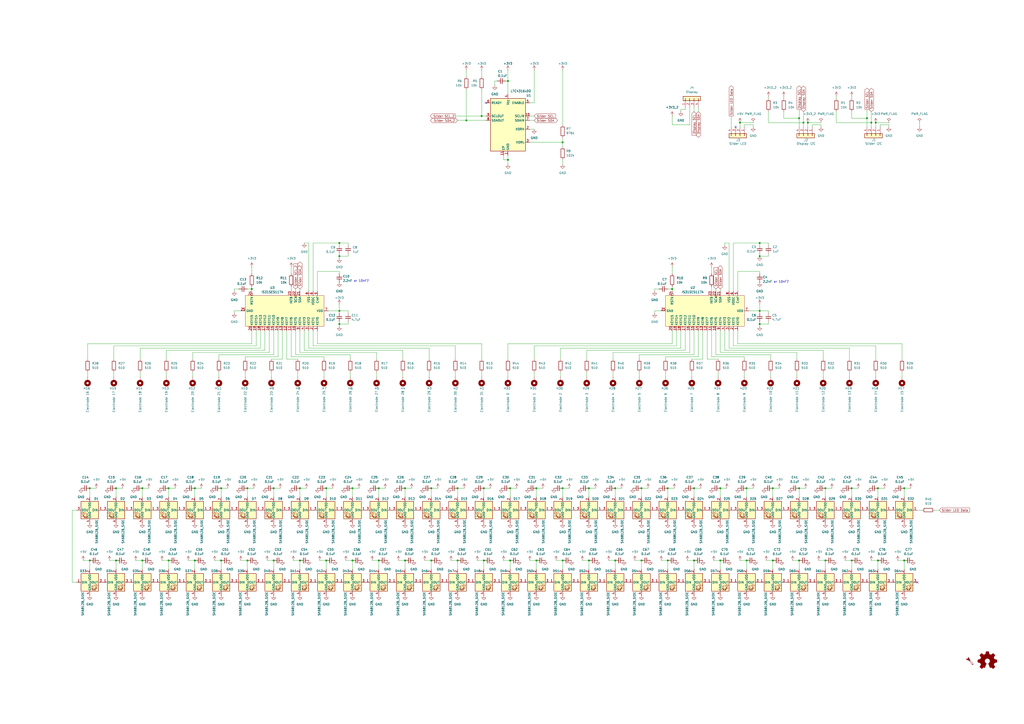
<source format=kicad_sch>
(kicad_sch (version 20231120) (generator "eeschema") (generator_version "8.0")
  (paper "A2")
  (title_block (title "DivaConSlider") (date "2024-11-21") (rev "1"))
  (junction (at 234.95 283.21))
  (junction (at 463.55 325.12))
  (junction (at 402.59 325.12))
  (junction (at 505.46 71.12))
  (junction (at 372.11 283.21))
  (junction (at 524.51 325.12))
  (junction (at 128.27 325.12))
  (junction (at 158.75 325.12))
  (junction (at 82.55 283.21))
  (junction (at 250.19 283.21))
  (junction (at 494.03 283.21))
  (junction (at 219.71 283.21))
  (junction (at 463.55 68.58))
  (junction (at 372.11 325.12))
  (junction (at 143.51 325.12))
  (junction (at 265.43 325.12))
  (junction (at 67.31 283.21))
  (junction (at 280.67 325.12))
  (junction (at 234.95 325.12))
  (junction (at 146.05 167.64))
  (junction (at 97.79 283.21))
  (junction (at 82.55 325.12))
  (junction (at 189.23 283.21))
  (junction (at 189.23 325.12))
  (junction (at 326.39 82.55))
  (junction (at 402.59 283.21))
  (junction (at 270.51 69.85))
  (junction (at 356.87 325.12))
  (junction (at 196.85 140.97))
  (junction (at 219.71 325.12))
  (junction (at 196.85 148.59))
  (junction (at 478.79 283.21))
  (junction (at 509.27 283.21))
  (junction (at 524.51 283.21))
  (junction (at 433.07 325.12))
  (junction (at 113.03 283.21))
  (junction (at 356.87 283.21))
  (junction (at 417.83 283.21))
  (junction (at 429.26 71.12))
  (junction (at 280.67 283.21))
  (junction (at 97.79 325.12))
  (junction (at 466.09 71.12))
  (junction (at 448.31 283.21))
  (junction (at 265.43 283.21))
  (junction (at 196.85 187.96))
  (junction (at 279.4 67.31))
  (junction (at 341.63 325.12))
  (junction (at 387.35 283.21))
  (junction (at 52.07 283.21))
  (junction (at 204.47 283.21))
  (junction (at 173.99 325.12))
  (junction (at 295.91 325.12))
  (junction (at 250.19 325.12))
  (junction (at 417.83 325.12))
  (junction (at 440.69 187.96))
  (junction (at 389.89 167.64))
  (junction (at 311.15 325.12))
  (junction (at 113.03 325.12))
  (junction (at 196.85 180.34))
  (junction (at 173.99 283.21))
  (junction (at 341.63 283.21))
  (junction (at 158.75 283.21))
  (junction (at 387.35 325.12))
  (junction (at 478.79 325.12))
  (junction (at 440.69 180.34))
  (junction (at 494.03 325.12))
  (junction (at 204.47 325.12))
  (junction (at 294.64 46.99))
  (junction (at 463.55 283.21))
  (junction (at 433.07 283.21))
  (junction (at 509.27 325.12))
  (junction (at 440.69 140.97))
  (junction (at 143.51 283.21))
  (junction (at 295.91 283.21))
  (junction (at 448.31 325.12))
  (junction (at 311.15 283.21))
  (junction (at 468.63 71.12))
  (junction (at 128.27 283.21))
  (junction (at 326.39 325.12))
  (junction (at 326.39 283.21))
  (junction (at 67.31 325.12))
  (junction (at 52.07 325.12))
  (junction (at 508 71.12))
  (junction (at 502.92 68.58))
  (junction (at 294.64 92.71))
  (junction (at 440.69 148.59))
  (no_connect (at 532.13 337.82))
  (no_connect (at 426.72 73.66))
  (no_connect (at 281.94 59.69))
  (wire (pts (xy 466.09 71.12) (xy 466.09 73.66)))
  (wire (pts (xy 445.77 181.61) (xy 445.77 180.34)))
  (wire (pts (xy 326.39 80.01) (xy 326.39 82.55)))
  (wire (pts (xy 417.83 167.64) (xy 417.83 168.91)))
  (wire (pts (xy 158.75 283.21) (xy 158.75 288.29)))
  (wire (pts (xy 143.51 325.12) (xy 143.51 330.2)))
  (wire (pts (xy 445.77 187.96) (xy 445.77 186.69)))
  (wire (pts (xy 146.05 167.64) (xy 143.51 167.64)))
  (wire (pts (xy 113.03 325.12) (xy 113.03 330.2)))
  (wire (pts (xy 524.51 325.12) (xy 520.7 325.12)))
  (wire (pts (xy 389.89 167.64) (xy 387.35 167.64)))
  (wire (pts (xy 142.24 208.28) (xy 142.24 207.01)))
  (wire (pts (xy 524.51 283.21) (xy 528.32 283.21)))
  (wire (pts (xy 433.07 283.21) (xy 436.88 283.21)))
  (wire (pts (xy 135.89 180.34) (xy 135.89 181.61)))
  (wire (pts (xy 448.31 283.21) (xy 452.12 283.21)))
  (wire (pts (xy 234.95 283.21) (xy 238.76 283.21)))
  (wire (pts (xy 416.56 215.9) (xy 416.56 218.44)))
  (wire (pts (xy 128.27 283.21) (xy 128.27 288.29)))
  (wire (pts (xy 196.85 147.32) (xy 196.85 148.59)))
  (wire (pts (xy 307.34 74.93) (xy 309.88 74.93)))
  (wire (pts (xy 181.61 140.97) (xy 196.85 140.97)))
  (wire (pts (xy 340.36 215.9) (xy 340.36 218.44)))
  (wire (pts (xy 270.51 44.45) (xy 270.51 40.64)))
  (wire (pts (xy 173.99 283.21) (xy 177.8 283.21)))
  (wire (pts (xy 184.15 168.91) (xy 184.15 157.48)))
  (wire (pts (xy 478.79 283.21) (xy 482.6 283.21)))
  (wire (pts (xy 143.51 325.12) (xy 139.7 325.12)))
  (wire (pts (xy 523.24 208.28) (xy 523.24 199.39)))
  (wire (pts (xy 515.62 72.39) (xy 515.62 73.66)))
  (wire (pts (xy 187.96 207.01) (xy 168.91 207.01)))
  (wire (pts (xy 97.79 325.12) (xy 93.98 325.12)))
  (wire (pts (xy 219.71 325.12) (xy 215.9 325.12)))
  (wire (pts (xy 448.31 325.12) (xy 444.5 325.12)))
  (wire (pts (xy 407.67 191.77) (xy 407.67 208.28)))
  (wire (pts (xy 250.19 325.12) (xy 246.38 325.12)))
  (wire (pts (xy 417.83 283.21) (xy 417.83 288.29)))
  (wire (pts (xy 389.89 154.94) (xy 389.89 158.75)))
  (wire (pts (xy 196.85 187.96) (xy 196.85 189.23)))
  (wire (pts (xy 509.27 325.12) (xy 505.46 325.12)))
  (wire (pts (xy 219.71 283.21) (xy 219.71 288.29)))
  (wire (pts (xy 248.92 215.9) (xy 248.92 218.44)))
  (wire (pts (xy 429.26 71.12) (xy 436.88 71.12)))
  (wire (pts (xy 173.99 325.12) (xy 170.18 325.12)))
  (wire (pts (xy 445.77 140.97) (xy 440.69 140.97)))
  (wire (pts (xy 173.99 167.64) (xy 173.99 168.91)))
  (wire (pts (xy 326.39 85.09) (xy 326.39 82.55)))
  (wire (pts (xy 405.13 191.77) (xy 405.13 207.01)))
  (wire (pts (xy 311.15 283.21) (xy 314.96 283.21)))
  (wire (pts (xy 67.31 283.21) (xy 71.12 283.21)))
  (wire (pts (xy 402.59 325.12) (xy 398.78 325.12)))
  (wire (pts (xy 492.76 201.93) (xy 422.91 201.93)))
  (wire (pts (xy 279.4 44.45) (xy 279.4 40.64)))
  (wire (pts (xy 447.04 215.9) (xy 447.04 218.44)))
  (wire (pts (xy 171.45 205.74) (xy 203.2 205.74)))
  (wire (pts (xy 509.27 283.21) (xy 513.08 283.21)))
  (wire (pts (xy 463.55 63.5) (xy 463.55 68.58)))
  (wire (pts (xy 471.17 72.39) (xy 471.17 73.66)))
  (wire (pts (xy 50.8 215.9) (xy 50.8 218.44)))
  (wire (pts (xy 524.51 283.21) (xy 524.51 288.29)))
  (wire (pts (xy 427.99 157.48) (xy 427.99 168.91)))
  (wire (pts (xy 492.76 208.28) (xy 492.76 201.93)))
  (wire (pts (xy 494.03 283.21) (xy 497.84 283.21)))
  (wire (pts (xy 196.85 157.48) (xy 196.85 158.75)))
  (wire (pts (xy 233.68 203.2) (xy 176.53 203.2)))
  (wire (pts (xy 326.39 283.21) (xy 330.2 283.21)))
  (wire (pts (xy 311.15 283.21) (xy 311.15 288.29)))
  (wire (pts (xy 394.97 63.5) (xy 394.97 64.77)))
  (wire (pts (xy 392.43 191.77) (xy 392.43 200.66)))
  (wire (pts (xy 463.55 68.58) (xy 463.55 73.66)))
  (wire (pts (xy 113.03 283.21) (xy 116.84 283.21)))
  (wire (pts (xy 127 215.9) (xy 127 218.44)))
  (wire (pts (xy 389.89 72.39) (xy 389.89 67.31)))
  (wire (pts (xy 309.88 200.66) (xy 392.43 200.66)))
  (wire (pts (xy 382.27 167.64) (xy 379.73 167.64)))
  (wire (pts (xy 138.43 167.64) (xy 135.89 167.64)))
  (wire (pts (xy 400.05 62.23) (xy 400.05 72.39)))
  (wire (pts (xy 309.88 208.28) (xy 309.88 200.66)))
  (wire (pts (xy 427.99 157.48) (xy 440.69 157.48)))
  (wire (pts (xy 189.23 325.12) (xy 185.42 325.12)))
  (wire (pts (xy 143.51 283.21) (xy 143.51 288.29)))
  (wire (pts (xy 97.79 283.21) (xy 101.6 283.21)))
  (wire (pts (xy 281.94 69.85) (xy 270.51 69.85)))
  (wire (pts (xy 454.66 64.77) (xy 454.66 68.58)))
  (wire (pts (xy 41.91 295.91) (xy 41.91 337.82)))
  (wire (pts (xy 203.2 215.9) (xy 203.2 218.44)))
  (wire (pts (xy 179.07 168.91) (xy 179.07 140.97)))
  (wire (pts (xy 265.43 325.12) (xy 261.62 325.12)))
  (wire (pts (xy 189.23 283.21) (xy 193.04 283.21)))
  (wire (pts (xy 356.87 283.21) (xy 356.87 288.29)))
  (wire (pts (xy 233.68 215.9) (xy 233.68 218.44)))
  (wire (pts (xy 494.03 68.58) (xy 502.92 68.58)))
  (wire (pts (xy 265.43 325.12) (xy 265.43 330.2)))
  (wire (pts (xy 420.37 140.97) (xy 420.37 142.24)))
  (wire (pts (xy 295.91 283.21) (xy 299.72 283.21)))
  (wire (pts (xy 279.4 208.28) (xy 279.4 199.39)))
  (wire (pts (xy 508 71.12) (xy 515.62 71.12)))
  (wire (pts (xy 96.52 215.9) (xy 96.52 218.44)))
  (wire (pts (xy 454.66 68.58) (xy 463.55 68.58)))
  (wire (pts (xy 401.32 215.9) (xy 401.32 218.44)))
  (wire (pts (xy 201.93 181.61) (xy 201.93 180.34)))
  (wire (pts (xy 468.63 71.12) (xy 468.63 73.66)))
  (wire (pts (xy 325.12 208.28) (xy 325.12 201.93)))
  (wire (pts (xy 402.59 325.12) (xy 402.59 330.2)))
  (wire (pts (xy 462.28 215.9) (xy 462.28 218.44)))
  (wire (pts (xy 478.79 283.21) (xy 478.79 288.29)))
  (wire (pts (xy 355.6 208.28) (xy 355.6 204.47)))
  (wire (pts (xy 523.24 199.39) (xy 427.99 199.39)))
  (wire (pts (xy 402.59 283.21) (xy 406.4 283.21)))
  (wire (pts (xy 196.85 148.59) (xy 201.93 148.59)))
  (wire (pts (xy 425.45 191.77) (xy 425.45 200.66)))
  (wire (pts (xy 425.45 140.97) (xy 425.45 168.91)))
  (wire (pts (xy 279.4 215.9) (xy 279.4 218.44)))
  (wire (pts (xy 417.83 325.12) (xy 417.83 330.2)))
  (wire (pts (xy 431.8 208.28) (xy 431.8 207.01)))
  (wire (pts (xy 41.91 337.82) (xy 44.45 337.82)))
  (wire (pts (xy 533.4 71.12) (xy 533.4 73.66)))
  (wire (pts (xy 280.67 325.12) (xy 276.86 325.12)))
  (wire (pts (xy 478.79 325.12) (xy 478.79 330.2)))
  (wire (pts (xy 219.71 283.21) (xy 223.52 283.21)))
  (wire (pts (xy 477.52 208.28) (xy 477.52 203.2)))
  (wire (pts (xy 234.95 283.21) (xy 234.95 288.29)))
  (wire (pts (xy 168.91 154.94) (xy 168.91 158.75)))
  (wire (pts (xy 157.48 215.9) (xy 157.48 218.44)))
  (wire (pts (xy 196.85 180.34) (xy 196.85 181.61)))
  (wire (pts (xy 386.08 215.9) (xy 386.08 218.44)))
  (wire (pts (xy 111.76 215.9) (xy 111.76 218.44)))
  (wire (pts (xy 97.79 283.21) (xy 97.79 288.29)))
  (wire (pts (xy 264.16 67.31) (xy 279.4 67.31)))
  (wire (pts (xy 440.69 148.59) (xy 445.77 148.59)))
  (wire (pts (xy 96.52 203.2) (xy 153.67 203.2)))
  (wire (pts (xy 387.35 283.21) (xy 391.16 283.21)))
  (wire (pts (xy 52.07 283.21) (xy 55.88 283.21)))
  (wire (pts (xy 370.84 215.9) (xy 370.84 218.44)))
  (wire (pts (xy 201.93 187.96) (xy 201.93 186.69)))
  (wire (pts (xy 410.21 191.77) (xy 410.21 208.28)))
  (wire (pts (xy 387.35 325.12) (xy 387.35 330.2)))
  (wire (pts (xy 294.64 92.71) (xy 292.1 92.71)))
  (wire (pts (xy 204.47 283.21) (xy 204.47 288.29)))
  (wire (pts (xy 405.13 62.23) (xy 405.13 64.77)))
  (wire (pts (xy 341.63 283.21) (xy 345.44 283.21)))
  (wire (pts (xy 196.85 187.96) (xy 201.93 187.96)))
  (wire (pts (xy 416.56 208.28) (xy 410.21 208.28)))
  (wire (pts (xy 355.6 215.9) (xy 355.6 218.44)))
  (wire (pts (xy 440.69 176.53) (xy 440.69 180.34)))
  (wire (pts (xy 523.24 215.9) (xy 523.24 218.44)))
  (wire (pts (xy 445.77 71.12) (xy 466.09 71.12)))
  (wire (pts (xy 113.03 283.21) (xy 113.03 288.29)))
  (wire (pts (xy 172.72 215.9) (xy 172.72 218.44)))
  (wire (pts (xy 372.11 325.12) (xy 368.3 325.12)))
  (wire (pts (xy 355.6 204.47) (xy 400.05 204.47)))
  (wire (pts (xy 427.99 191.77) (xy 427.99 199.39)))
  (wire (pts (xy 218.44 204.47) (xy 173.99 204.47)))
  (wire (pts (xy 248.92 208.28) (xy 248.92 201.93)))
  (wire (pts (xy 294.64 46.99) (xy 294.64 54.61)))
  (wire (pts (xy 417.83 191.77) (xy 417.83 204.47)))
  (wire (pts (xy 326.39 40.64) (xy 326.39 72.39)))
  (wire (pts (xy 158.75 191.77) (xy 158.75 205.74)))
  (wire (pts (xy 309.88 67.31) (xy 307.34 67.31)))
  (wire (pts (xy 422.91 168.91) (xy 422.91 140.97)))
  (wire (pts (xy 440.69 140.97) (xy 440.69 142.24)))
  (wire (pts (xy 201.93 148.59) (xy 201.93 147.32)))
  (wire (pts (xy 394.97 63.5) (xy 397.51 63.5)))
  (wire (pts (xy 415.29 205.74) (xy 447.04 205.74)))
  (wire (pts (xy 143.51 283.21) (xy 147.32 283.21)))
  (wire (pts (xy 128.27 325.12) (xy 124.46 325.12)))
  (wire (pts (xy 463.55 283.21) (xy 463.55 288.29)))
  (wire (pts (xy 111.76 204.47) (xy 156.21 204.47)))
  (wire (pts (xy 218.44 208.28) (xy 218.44 204.47)))
  (wire (pts (xy 420.37 191.77) (xy 420.37 203.2)))
  (wire (pts (xy 250.19 283.21) (xy 250.19 288.29)))
  (wire (pts (xy 50.8 208.28) (xy 50.8 199.39)))
  (wire (pts (xy 280.67 283.21) (xy 280.67 288.29)))
  (wire (pts (xy 128.27 283.21) (xy 132.08 283.21)))
  (wire (pts (xy 158.75 325.12) (xy 154.94 325.12)))
  (wire (pts (xy 234.95 325.12) (xy 234.95 330.2)))
  (wire (pts (xy 196.85 176.53) (xy 196.85 180.34)))
  (wire (pts (xy 196.85 140.97) (xy 196.85 142.24)))
  (wire (pts (xy 415.29 167.64) (xy 415.29 168.91)))
  (wire (pts (xy 146.05 166.37) (xy 146.05 167.64)))
  (wire (pts (xy 326.39 82.55) (xy 307.34 82.55)))
  (wire (pts (xy 172.72 208.28) (xy 166.37 208.28)))
  (wire (pts (xy 412.75 191.77) (xy 412.75 207.01)))
  (wire (pts (xy 387.35 283.21) (xy 387.35 288.29)))
  (wire (pts (xy 379.73 180.34) (xy 379.73 181.61)))
  (wire (pts (xy 50.8 199.39) (xy 146.05 199.39)))
  (wire (pts (xy 127 205.74) (xy 158.75 205.74)))
  (wire (pts (xy 412.75 154.94) (xy 412.75 158.75)))
  (wire (pts (xy 370.84 205.74) (xy 402.59 205.74)))
  (wire (pts (xy 184.15 157.48) (xy 196.85 157.48)))
  (wire (pts (xy 400.05 191.77) (xy 400.05 204.47)))
  (wire (pts (xy 510.54 72.39) (xy 510.54 73.66)))
  (wire (pts (xy 111.76 208.28) (xy 111.76 204.47)))
  (wire (pts (xy 163.83 191.77) (xy 163.83 208.28)))
  (wire (pts (xy 542.29 295.91) (xy 544.83 295.91)))
  (wire (pts (xy 400.05 72.39) (xy 389.89 72.39)))
  (wire (pts (xy 463.55 325.12) (xy 459.74 325.12)))
  (wire (pts (xy 494.03 325.12) (xy 490.22 325.12)))
  (wire (pts (xy 445.77 55.88) (xy 445.77 57.15)))
  (wire (pts (xy 146.05 154.94) (xy 146.05 158.75)))
  (wire (pts (xy 401.32 208.28) (xy 407.67 208.28)))
  (wire (pts (xy 309.88 40.64) (xy 309.88 59.69)))
  (wire (pts (xy 168.91 166.37) (xy 168.91 168.91)))
  (wire (pts (xy 52.07 283.21) (xy 52.07 288.29)))
  (wire (pts (xy 494.03 55.88) (xy 494.03 57.15)))
  (wire (pts (xy 173.99 191.77) (xy 173.99 204.47)))
  (wire (pts (xy 429.26 71.12) (xy 429.26 73.66)))
  (wire (pts (xy 463.55 283.21) (xy 467.36 283.21)))
  (wire (pts (xy 433.07 283.21) (xy 433.07 288.29)))
  (wire (pts (xy 153.67 191.77) (xy 153.67 203.2)))
  (wire (pts (xy 146.05 191.77) (xy 146.05 199.39)))
  (wire (pts (xy 189.23 283.21) (xy 189.23 288.29)))
  (wire (pts (xy 295.91 283.21) (xy 295.91 288.29)))
  (wire (pts (xy 168.91 191.77) (xy 168.91 207.01)))
  (wire (pts (xy 201.93 180.34) (xy 196.85 180.34)))
  (wire (pts (xy 295.91 325.12) (xy 295.91 330.2)))
  (wire (pts (xy 171.45 191.77) (xy 171.45 205.74)))
  (wire (pts (xy 288.29 46.99) (xy 287.02 46.99)))
  (wire (pts (xy 370.84 208.28) (xy 370.84 205.74)))
  (wire (pts (xy 448.31 283.21) (xy 448.31 288.29)))
  (wire (pts (xy 341.63 325.12) (xy 341.63 330.2)))
  (wire (pts (xy 148.59 191.77) (xy 148.59 200.66)))
  (wire (pts (xy 218.44 215.9) (xy 218.44 218.44)))
  (wire (pts (xy 431.8 72.39) (xy 431.8 73.66)))
  (wire (pts (xy 394.97 191.77) (xy 394.97 201.93)))
  (wire (pts (xy 417.83 283.21) (xy 421.64 283.21)))
  (wire (pts (xy 157.48 208.28) (xy 163.83 208.28)))
  (wire (pts (xy 135.89 167.64) (xy 135.89 168.91)))
  (wire (pts (xy 179.07 191.77) (xy 179.07 201.93)))
  (wire (pts (xy 379.73 167.64) (xy 379.73 168.91)))
  (wire (pts (xy 502.92 68.58) (xy 502.92 73.66)))
  (wire (pts (xy 280.67 325.12) (xy 280.67 330.2)))
  (wire (pts (xy 508 215.9) (xy 508 218.44)))
  (wire (pts (xy 44.45 295.91) (xy 41.91 295.91)))
  (wire (pts (xy 113.03 325.12) (xy 109.22 325.12)))
  (wire (pts (xy 372.11 283.21) (xy 372.11 288.29)))
  (wire (pts (xy 440.69 187.96) (xy 440.69 189.23)))
  (wire (pts (xy 478.79 325.12) (xy 474.98 325.12)))
  (wire (pts (xy 389.89 166.37) (xy 389.89 167.64)))
  (wire (pts (xy 386.08 208.28) (xy 386.08 207.01)))
  (wire (pts (xy 445.77 142.24) (xy 445.77 140.97)))
  (wire (pts (xy 494.03 283.21) (xy 494.03 288.29)))
  (wire (pts (xy 311.15 325.12) (xy 311.15 330.2)))
  (wire (pts (xy 436.88 72.39) (xy 431.8 72.39)))
  (wire (pts (xy 294.64 92.71) (xy 294.64 95.25)))
  (wire (pts (xy 127 208.28) (xy 127 205.74)))
  (wire (pts (xy 264.16 200.66) (xy 181.61 200.66)))
  (wire (pts (xy 139.7 180.34) (xy 135.89 180.34)))
  (wire (pts (xy 67.31 283.21) (xy 67.31 288.29)))
  (wire (pts (xy 264.16 215.9) (xy 264.16 218.44)))
  (wire (pts (xy 97.79 325.12) (xy 97.79 330.2)))
  (wire (pts (xy 265.43 283.21) (xy 265.43 288.29)))
  (wire (pts (xy 440.69 180.34) (xy 440.69 181.61)))
  (wire (pts (xy 447.04 205.74) (xy 447.04 208.28)))
  (wire (pts (xy 477.52 203.2) (xy 420.37 203.2)))
  (wire (pts (xy 372.11 325.12) (xy 372.11 330.2)))
  (wire (pts (xy 485.14 55.88) (xy 485.14 57.15)))
  (wire (pts (xy 325.12 215.9) (xy 325.12 218.44)))
  (wire (pts (xy 468.63 71.12) (xy 476.25 71.12)))
  (wire (pts (xy 356.87 325.12) (xy 356.87 330.2)))
  (wire (pts (xy 415.29 191.77) (xy 415.29 205.74)))
  (wire (pts (xy 462.28 208.28) (xy 462.28 204.47)))
  (wire (pts (xy 171.45 167.64) (xy 171.45 168.91)))
  (wire (pts (xy 340.36 203.2) (xy 397.51 203.2)))
  (wire (pts (xy 292.1 92.71) (xy 292.1 90.17)))
  (wire (pts (xy 233.68 208.28) (xy 233.68 203.2)))
  (wire (pts (xy 424.18 67.31) (xy 424.18 73.66)))
  (wire (pts (xy 454.66 55.88) (xy 454.66 57.15)))
  (wire (pts (xy 82.55 283.21) (xy 86.36 283.21)))
  (wire (pts (xy 326.39 95.25) (xy 326.39 92.71)))
  (wire (pts (xy 476.25 72.39) (xy 476.25 73.66)))
  (wire (pts (xy 448.31 325.12) (xy 448.31 330.2)))
  (wire (pts (xy 294.64 90.17) (xy 294.64 92.71)))
  (wire (pts (xy 422.91 191.77) (xy 422.91 201.93)))
  (wire (pts (xy 431.8 215.9) (xy 431.8 218.44)))
  (wire (pts (xy 52.07 325.12) (xy 48.26 325.12)))
  (wire (pts (xy 264.16 208.28) (xy 264.16 200.66)))
  (wire (pts (xy 505.46 71.12) (xy 505.46 73.66)))
  (wire (pts (xy 440.69 187.96) (xy 445.77 187.96)))
  (wire (pts (xy 196.85 148.59) (xy 196.85 149.86)))
  (wire (pts (xy 372.11 283.21) (xy 375.92 283.21)))
  (wire (pts (xy 477.52 215.9) (xy 477.52 218.44)))
  (wire (pts (xy 187.96 208.28) (xy 187.96 207.01)))
  (wire (pts (xy 311.15 325.12) (xy 307.34 325.12)))
  (wire (pts (xy 325.12 201.93) (xy 394.97 201.93)))
  (wire (pts (xy 234.95 325.12) (xy 231.14 325.12)))
  (wire (pts (xy 279.4 52.07) (xy 279.4 67.31)))
  (wire (pts (xy 433.07 325.12) (xy 433.07 330.2)))
  (wire (pts (xy 509.27 283.21) (xy 509.27 288.29)))
  (wire (pts (xy 402.59 62.23) (xy 402.59 64.77)))
  (wire (pts (xy 326.39 325.12) (xy 322.58 325.12)))
  (wire (pts (xy 250.19 325.12) (xy 250.19 330.2)))
  (wire (pts (xy 201.93 140.97) (xy 196.85 140.97)))
  (wire (pts (xy 515.62 72.39) (xy 510.54 72.39)))
  (wire (pts (xy 196.85 186.69) (xy 196.85 187.96)))
  (wire (pts (xy 204.47 325.12) (xy 204.47 330.2)))
  (wire (pts (xy 294.64 46.99) (xy 293.37 46.99)))
  (wire (pts (xy 307.34 59.69) (xy 309.88 59.69)))
  (wire (pts (xy 431.8 207.01) (xy 412.75 207.01)))
  (wire (pts (xy 436.88 72.39) (xy 436.88 73.66)))
  (wire (pts (xy 187.96 215.9) (xy 187.96 218.44)))
  (wire (pts (xy 66.04 208.28) (xy 66.04 200.66)))
  (wire (pts (xy 280.67 283.21) (xy 284.48 283.21)))
  (wire (pts (xy 402.59 191.77) (xy 402.59 205.74)))
  (wire (pts (xy 476.25 72.39) (xy 471.17 72.39)))
  (wire (pts (xy 158.75 283.21) (xy 162.56 283.21)))
  (wire (pts (xy 309.88 69.85) (xy 307.34 69.85)))
  (wire (pts (xy 326.39 325.12) (xy 326.39 330.2)))
  (wire (pts (xy 294.64 40.64) (xy 294.64 46.99)))
  (wire (pts (xy 295.91 325.12) (xy 292.1 325.12)))
  (wire (pts (xy 440.69 157.48) (xy 440.69 158.75)))
  (wire (pts (xy 204.47 283.21) (xy 208.28 283.21)))
  (wire (pts (xy 151.13 191.77) (xy 151.13 201.93)))
  (wire (pts (xy 387.35 325.12) (xy 383.54 325.12)))
  (wire (pts (xy 176.53 191.77) (xy 176.53 203.2)))
  (wire (pts (xy 128.27 325.12) (xy 128.27 330.2)))
  (wire (pts (xy 173.99 283.21) (xy 173.99 288.29)))
  (wire (pts (xy 508 200.66) (xy 425.45 200.66)))
  (wire (pts (xy 81.28 208.28) (xy 81.28 201.93)))
  (wire (pts (xy 532.13 295.91) (xy 534.67 295.91)))
  (wire (pts (xy 397.51 63.5) (xy 397.51 62.23)))
  (wire (pts (xy 82.55 325.12) (xy 82.55 330.2)))
  (wire (pts (xy 166.37 191.77) (xy 166.37 208.28)))
  (wire (pts (xy 326.39 283.21) (xy 326.39 288.29)))
  (wire (pts (xy 219.71 325.12) (xy 219.71 330.2)))
  (wire (pts (xy 463.55 325.12) (xy 463.55 330.2)))
  (wire (pts (xy 397.51 191.77) (xy 397.51 203.2)))
  (wire (pts (xy 96.52 208.28) (xy 96.52 203.2)))
  (wire (pts (xy 82.55 283.21) (xy 82.55 288.29)))
  (wire (pts (xy 445.77 180.34) (xy 440.69 180.34)))
  (wire (pts (xy 440.69 180.34) (xy 434.34 180.34)))
  (wire (pts (xy 270.51 52.07) (xy 270.51 69.85)))
  (wire (pts (xy 156.21 191.77) (xy 156.21 204.47)))
  (wire (pts (xy 340.36 208.28) (xy 340.36 203.2)))
  (wire (pts (xy 509.27 325.12) (xy 509.27 330.2)))
  (wire (pts (xy 189.23 325.12) (xy 189.23 330.2)))
  (wire (pts (xy 294.64 208.28) (xy 294.64 199.39)))
  (wire (pts (xy 466.09 64.77) (xy 466.09 71.12)))
  (wire (pts (xy 422.91 140.97) (xy 420.37 140.97)))
  (wire (pts (xy 389.89 168.91) (xy 389.89 167.64)))
  (wire (pts (xy 494.03 325.12) (xy 494.03 330.2)))
  (wire (pts (xy 508 208.28) (xy 508 200.66)))
  (wire (pts (xy 142.24 215.9) (xy 142.24 218.44)))
  (wire (pts (xy 485.14 64.77) (xy 485.14 71.12)))
  (wire (pts (xy 184.15 191.77) (xy 184.15 199.39)))
  (wire (pts (xy 492.76 215.9) (xy 492.76 218.44)))
  (wire (pts (xy 494.03 64.77) (xy 494.03 68.58)))
  (wire (pts (xy 81.28 215.9) (xy 81.28 218.44)))
  (wire (pts (xy 356.87 283.21) (xy 360.68 283.21)))
  (wire (pts (xy 508 71.12) (xy 508 73.66)))
  (wire (pts (xy 417.83 325.12) (xy 414.02 325.12)))
  (wire (pts (xy 485.14 71.12) (xy 505.46 71.12)))
  (wire (pts (xy 445.77 148.59) (xy 445.77 147.32)))
  (wire (pts (xy 386.08 207.01) (xy 405.13 207.01)))
  (wire (pts (xy 309.88 215.9) (xy 309.88 218.44)))
  (wire (pts (xy 281.94 67.31) (xy 279.4 67.31)))
  (wire (pts (xy 425.45 140.97) (xy 440.69 140.97)))
  (wire (pts (xy 173.99 325.12) (xy 173.99 330.2)))
  (wire (pts (xy 203.2 205.74) (xy 203.2 208.28)))
  (wire (pts (xy 265.43 283.21) (xy 269.24 283.21)))
  (wire (pts (xy 383.54 180.34) (xy 379.73 180.34)))
  (wire (pts (xy 179.07 140.97) (xy 176.53 140.97)))
  (wire (pts (xy 505.46 64.77) (xy 505.46 71.12)))
  (wire (pts (xy 181.61 191.77) (xy 181.61 200.66)))
  (wire (pts (xy 67.31 325.12) (xy 63.5 325.12)))
  (wire (pts (xy 341.63 325.12) (xy 337.82 325.12)))
  (wire (pts (xy 204.47 325.12) (xy 200.66 325.12)))
  (wire (pts (xy 524.51 325.12) (xy 524.51 330.2)))
  (wire (pts (xy 402.59 283.21) (xy 402.59 288.29)))
  (wire (pts (xy 248.92 201.93) (xy 179.07 201.93)))
  (wire (pts (xy 440.69 147.32) (xy 440.69 148.59)))
  (wire (pts (xy 433.07 325.12) (xy 429.26 325.12)))
  (wire (pts (xy 279.4 199.39) (xy 184.15 199.39)))
  (wire (pts (xy 412.75 166.37) (xy 412.75 168.91)))
  (wire (pts (xy 389.89 191.77) (xy 389.89 199.39)))
  (wire (pts (xy 82.55 325.12) (xy 78.74 325.12)))
  (wire (pts (xy 341.63 283.21) (xy 341.63 288.29)))
  (wire (pts (xy 445.77 64.77) (xy 445.77 71.12)))
  (wire (pts (xy 146.05 168.91) (xy 146.05 167.64)))
  (wire (pts (xy 52.07 325.12) (xy 52.07 330.2)))
  (wire (pts (xy 67.31 325.12) (xy 67.31 330.2)))
  (wire (pts (xy 142.24 207.01) (xy 161.29 207.01)))
  (wire (pts (xy 287.02 46.99) (xy 287.02 49.53)))
  (wire (pts (xy 356.87 325.12) (xy 353.06 325.12)))
  (wire (pts (xy 190.5 180.34) (xy 196.85 180.34)))
  (wire (pts (xy 158.75 325.12) (xy 158.75 330.2)))
  (wire (pts (xy 250.19 283.21) (xy 254 283.21)))
  (wire (pts (xy 265.43 69.85) (xy 270.51 69.85)))
  (wire (pts (xy 181.61 140.97) (xy 181.61 168.91)))
  (wire (pts (xy 502.92 63.5) (xy 502.92 68.58)))
  (wire (pts (xy 294.64 215.9) (xy 294.64 218.44)))
  (wire (pts (xy 161.29 191.77) (xy 161.29 207.01)))
  (wire (pts (xy 294.64 199.39) (xy 389.89 199.39)))
  (wire (pts (xy 462.28 204.47) (xy 417.83 204.47)))
  (wire (pts (xy 201.93 142.24) (xy 201.93 140.97)))
  (wire (pts (xy 66.04 200.66) (xy 148.59 200.66)))
  (wire (pts (xy 440.69 186.69) (xy 440.69 187.96)))
  (wire (pts (xy 81.28 201.93) (xy 151.13 201.93)))
  (wire (pts (xy 66.04 215.9) (xy 66.04 218.44)))
  (text "or 10nF?" (at 453.136 163.576 0) (effects (font (size 1.27 1.27))))
  (text "or 10nF?" (at 209.55 163.068 0) (effects (font (size 1.27 1.27))))
  (global_label "Slider SCL_2" (shape input) (at 171.45 167.64 90) (property "Intersheetrefs" "${INTERSHEET_REFS}" (effects (hide yes))))
  (global_label "Slider LED Data" (shape input) (at 544.83 295.91 0) (property "Intersheetrefs" "${INTERSHEET_REFS}" (effects (hide yes))))
  (global_label "Slider SDA_2" (shape bidirectional) (at 265.43 69.85 180) (property "Intersheetrefs" "${INTERSHEET_REFS}" (effects (hide yes))))
  (global_label "Slider SCL" (shape input) (at 415.29 167.64 90) (property "Intersheetrefs" "${INTERSHEET_REFS}" (effects (hide yes))))
  (global_label "Display SCL" (shape input) (at 402.59 64.77 270) (property "Intersheetrefs" "${INTERSHEET_REFS}" (effects (hide yes))))
  (global_label "Display SDA" (shape bidirectional) (at 466.09 64.77 90) (property "Intersheetrefs" "${INTERSHEET_REFS}" (effects (hide yes))))
  (global_label "Slider SDA" (shape bidirectional) (at 505.46 64.77 90) (property "Intersheetrefs" "${INTERSHEET_REFS}" (effects (hide yes))))
  (global_label "Slider SCL" (shape output) (at 502.92 63.5 90) (property "Intersheetrefs" "${INTERSHEET_REFS}" (effects (hide yes))))
  (global_label "Display SDA" (shape bidirectional) (at 405.13 64.77 270) (property "Intersheetrefs" "${INTERSHEET_REFS}" (effects (hide yes))))
  (global_label "Display SCL" (shape output) (at 463.55 63.5 90) (property "Intersheetrefs" "${INTERSHEET_REFS}" (effects (hide yes))))
  (global_label "Slider SDA_2" (shape bidirectional) (at 173.99 167.64 90) (property "Intersheetrefs" "${INTERSHEET_REFS}" (effects (hide yes))))
  (global_label "Slider SDA" (shape bidirectional) (at 309.88 69.85 0) (property "Intersheetrefs" "${INTERSHEET_REFS}" (effects (hide yes))))
  (global_label "Slider SDA" (shape bidirectional) (at 417.83 167.64 90) (property "Intersheetrefs" "${INTERSHEET_REFS}" (effects (hide yes))))
  (global_label "Slider SCL_2" (shape output) (at 264.16 67.31 180) (property "Intersheetrefs" "${INTERSHEET_REFS}" (effects (hide yes))))
  (global_label "Slider SCL" (shape input) (at 309.88 67.31 0) (property "Intersheetrefs" "${INTERSHEET_REFS}" (effects (hide yes))))
  (global_label "Slider LED Data" (shape output) (at 424.18 67.31 90) (property "Intersheetrefs" "${INTERSHEET_REFS}" (effects (hide yes))))
  (symbol (lib_id "power:+5V") (at 375.92 283.21 0) (unit 1)
    (property "Reference" "#PWR0154" (effects (hide yes)))
    (property "Value" "+5V" (at 375.92 278.13 0))
    (property "Description" "Power symbol creates a global label with name \"+5V\"" (effects (hide yes)))
  )
  (symbol (lib_id "Mechanical:MountingHole_Pad") (at 203.2 220.98 180) (unit 1) (exclude_from_sim yes) (in_bom no)
    (property "Reference" "H6" (at 204.724 225.298 0) (effects (justify left)))
    (property "Value" "Electrode 26" (at 203.2 226.568 90) (effects (justify left)))
    (property "Footprint" "DivaConSlider:Touchpad_15mmx42mm" (effects (hide yes)))
    (property "Description" "Mounting Hole with connection" (effects (hide yes)))
  )
  (symbol (lib_id "Mechanical:MountingHole_Pad") (at 416.56 220.98 180) (unit 1) (exclude_from_sim yes) (in_bom no)
    (property "Reference" "H24" (at 418.084 225.298 0) (effects (justify left)))
    (property "Value" "Electrode 8" (at 416.56 227.838 90) (effects (justify left)))
    (property "Footprint" "DivaConSlider:Touchpad_15mmx42mm" (effects (hide yes)))
    (property "Description" "Mounting Hole with connection" (effects (hide yes)))
  )
  (symbol (lib_id "Device:C_Small") (at 283.21 325.12 270) (mirror x) (unit 1)
    (property "Reference" "C61" (at 283.2037 318.77 90))
    (property "Value" "0.1uF" (at 283.2037 321.31 90))
    (property "Footprint" "Capacitor_SMD:C_0603_1608Metric" (effects (hide yes)))
    (property "Description" "Unpolarized capacitor, small symbol" (effects (hide yes)))
  )
  (symbol (lib_id "Device:C_Small") (at 430.53 283.21 90) (unit 1)
    (property "Reference" "C39" (at 430.5363 276.86 90))
    (property "Value" "0.1uF" (at 430.5363 279.4 90))
    (property "Footprint" "Capacitor_SMD:C_0603_1608Metric" (effects (hide yes)))
    (property "Description" "Unpolarized capacitor, small symbol" (effects (hide yes)))
  )
  (symbol (lib_id "Device:R") (at 294.64 212.09 0) (unit 1)
    (property "Reference" "R44" (at 297.18 210.8199 0) (effects (justify left)))
    (property "Value" "510" (at 297.18 213.3599 0) (effects (justify left)))
    (property "Footprint" "Resistor_SMD:R_0603_1608Metric" (effects (hide yes)))
    (property "Description" "Resistor" (effects (hide yes)))
  )
  (symbol (lib_id "power:GND") (at 440.69 189.23 0) (unit 1)
    (property "Reference" "#PWR0134" (effects (hide yes)))
    (property "Value" "GND" (at 440.69 194.31 0))
    (property "Description" "Power symbol creates a global label with name \"GND\" , ground" (effects (hide yes)))
  )
  (symbol (lib_id "power:+5V") (at 444.5 325.12 0) (mirror y) (unit 1)
    (property "Reference" "#PWR0187" (effects (hide yes)))
    (property "Value" "+5V" (at 444.5 320.04 0))
    (property "Description" "Power symbol creates a global label with name \"+5V\"" (effects (hide yes)))
  )
  (symbol (lib_id "power:+5V") (at 269.24 283.21 0) (unit 1)
    (property "Reference" "#PWR098" (effects (hide yes)))
    (property "Value" "+5V" (at 269.24 278.13 0))
    (property "Description" "Power symbol creates a global label with name \"+5V\"" (effects (hide yes)))
  )
  (symbol (lib_id "power:GND") (at 204.47 303.53 0) (unit 1)
    (property "Reference" "#PWR066" (effects (hide yes)))
    (property "Value" "GND" (at 204.47 308.61 0))
    (property "Description" "Power symbol creates a global label with name \"GND\" , ground" (effects (hide yes)))
  )
  (symbol (lib_id "Device:R") (at 50.8 212.09 0) (unit 1)
    (property "Reference" "R28" (at 53.34 210.8199 0) (effects (justify left)))
    (property "Value" "510" (at 53.34 213.3599 0) (effects (justify left)))
    (property "Footprint" "Resistor_SMD:R_0603_1608Metric" (effects (hide yes)))
    (property "Description" "Resistor" (effects (hide yes)))
  )
  (symbol (lib_id "power:+3V3") (at 326.39 40.64 0) (unit 1)
    (property "Reference" "#PWR0232" (effects (hide yes)))
    (property "Value" "+3V3" (at 326.39 36.83 0))
    (property "Description" "Power symbol creates a global label with name \"+3V3\"" (effects (hide yes)))
  )
  (symbol (lib_id "power:+5V") (at 55.88 283.21 0) (unit 1)
    (property "Reference" "#PWR05" (effects (hide yes)))
    (property "Value" "+5V" (at 55.88 278.13 0))
    (property "Description" "Power symbol creates a global label with name \"+5V\"" (effects (hide yes)))
  )
  (symbol (lib_id "power:GND") (at 204.47 345.44 0) (mirror y) (unit 1)
    (property "Reference" "#PWR067" (effects (hide yes)))
    (property "Value" "GND" (at 204.47 350.52 0))
    (property "Description" "Power symbol creates a global label with name \"GND\" , ground" (effects (hide yes)))
  )
  (symbol (lib_id "power:+5V") (at 520.7 325.12 0) (mirror y) (unit 1)
    (property "Reference" "#PWR0224" (effects (hide yes)))
    (property "Value" "+5V" (at 520.7 320.04 0))
    (property "Description" "Power symbol creates a global label with name \"+5V\"" (effects (hide yes)))
  )
  (symbol (lib_id "power:GND") (at 189.23 303.53 0) (unit 1)
    (property "Reference" "#PWR059" (effects (hide yes)))
    (property "Value" "GND" (at 189.23 308.61 0))
    (property "Description" "Power symbol creates a global label with name \"GND\" , ground" (effects (hide yes)))
  )
  (symbol (lib_id "power:GND") (at 163.83 325.12 0) (mirror y) (unit 1)
    (property "Reference" "#PWR048" (effects (hide yes)))
    (property "Value" "GND" (at 163.83 330.2 0))
    (property "Description" "Power symbol creates a global label with name \"GND\" , ground" (effects (hide yes)))
  )
  (symbol (lib_id "Device:R") (at 412.75 162.56 0) (mirror y) (unit 1)
    (property "Reference" "R9" (at 410.21 161.2899 0) (effects (justify left)))
    (property "Value" "10k" (at 410.21 163.8299 0) (effects (justify left)))
    (property "Footprint" "Resistor_SMD:R_0603_1608Metric" (effects (hide yes)))
    (property "Description" "Resistor" (effects (hide yes)))
  )
  (symbol (lib_id "Device:C_Small") (at 217.17 283.21 90) (unit 1)
    (property "Reference" "C25" (at 217.1763 276.86 90))
    (property "Value" "0.1uF" (at 217.1763 279.4 90))
    (property "Footprint" "Capacitor_SMD:C_0603_1608Metric" (effects (hide yes)))
    (property "Description" "Unpolarized capacitor, small symbol" (effects (hide yes)))
  )
  (symbol (lib_id "Device:C_Small") (at 369.57 283.21 90) (unit 1)
    (property "Reference" "C35" (at 369.5763 276.86 90))
    (property "Value" "0.1uF" (at 369.5763 279.4 90))
    (property "Footprint" "Capacitor_SMD:C_0603_1608Metric" (effects (hide yes)))
    (property "Description" "Unpolarized capacitor, small symbol" (effects (hide yes)))
  )
  (symbol (lib_id "Device:C_Small") (at 339.09 283.21 90) (unit 1)
    (property "Reference" "C33" (at 339.0963 276.86 90))
    (property "Value" "0.1uF" (at 339.0963 279.4 90))
    (property "Footprint" "Capacitor_SMD:C_0603_1608Metric" (effects (hide yes)))
    (property "Description" "Unpolarized capacitor, small symbol" (effects (hide yes)))
  )
  (symbol (lib_id "power:GND") (at 356.87 303.53 0) (unit 1)
    (property "Reference" "#PWR0145" (effects (hide yes)))
    (property "Value" "GND" (at 356.87 308.61 0))
    (property "Description" "Power symbol creates a global label with name \"GND\" , ground" (effects (hide yes)))
  )
  (symbol (lib_id "Device:R") (at 494.03 60.96 180) (unit 1)
    (property "Reference" "R2" (at 496.57 59.6899 0) (effects (justify right)))
    (property "Value" "10k" (at 496.57 62.2299 0) (effects (justify right)))
    (property "Footprint" "Resistor_SMD:R_0603_1608Metric" (effects (hide yes)))
    (property "Description" "Resistor" (effects (hide yes)))
  )
  (symbol (lib_id "power:+5V") (at 299.72 283.21 0) (unit 1)
    (property "Reference" "#PWR0114" (effects (hide yes)))
    (property "Value" "+5V" (at 299.72 278.13 0))
    (property "Description" "Power symbol creates a global label with name \"+5V\"" (effects (hide yes)))
  )
  (symbol (lib_id "Device:C_Small") (at 328.93 325.12 270) (mirror x) (unit 1)
    (property "Reference" "C64" (at 328.9237 318.77 90))
    (property "Value" "0.1uF" (at 328.9237 321.31 90))
    (property "Footprint" "Capacitor_SMD:C_0603_1608Metric" (effects (hide yes)))
    (property "Description" "Unpolarized capacitor, small symbol" (effects (hide yes)))
  )
  (symbol (lib_id "power:+3V3") (at 389.89 154.94 0) (unit 1)
    (property "Reference" "#PWR0100" (effects (hide yes)))
    (property "Value" "+3V3" (at 389.89 149.86 0))
    (property "Description" "Power symbol creates a global label with name \"+3V3\"" (effects (hide yes)))
  )
  (symbol (lib_id "power:GND") (at 468.63 325.12 0) (mirror y) (unit 1)
    (property "Reference" "#PWR0199" (effects (hide yes)))
    (property "Value" "GND" (at 468.63 330.2 0))
    (property "Description" "Power symbol creates a global label with name \"GND\" , ground" (effects (hide yes)))
  )
  (symbol (lib_id "power:GND") (at 260.35 283.21 0) (unit 1)
    (property "Reference" "#PWR091" (effects (hide yes)))
    (property "Value" "GND" (at 260.35 288.29 0))
    (property "Description" "Power symbol creates a global label with name \"GND\" , ground" (effects (hide yes)))
  )
  (symbol (lib_id "power:+5V") (at 398.78 325.12 0) (mirror y) (unit 1)
    (property "Reference" "#PWR0164" (effects (hide yes)))
    (property "Value" "+5V" (at 398.78 320.04 0))
    (property "Description" "Power symbol creates a global label with name \"+5V\"" (effects (hide yes)))
  )
  (symbol (lib_id "Device:R") (at 340.36 212.09 0) (unit 1)
    (property "Reference" "R41" (at 342.9 210.8199 0) (effects (justify left)))
    (property "Value" "510" (at 342.9 213.3599 0) (effects (justify left)))
    (property "Footprint" "Resistor_SMD:R_0603_1608Metric" (effects (hide yes)))
    (property "Description" "Resistor" (effects (hide yes)))
  )
  (symbol (lib_id "Device:C_Small") (at 49.53 283.21 90) (unit 1)
    (property "Reference" "C14" (at 49.5363 276.86 90))
    (property "Value" "0.1uF" (at 49.5363 279.4 90))
    (property "Footprint" "Capacitor_SMD:C_0603_1608Metric" (effects (hide yes)))
    (property "Description" "Unpolarized capacitor, small symbol" (effects (hide yes)))
  )
  (symbol (lib_id "DivaConSlider:SK6812B_SIDE") (at 82.55 337.82 0) (unit 1)
    (property "Reference" "D35" (at 78.74 331.216 0))
    (property "Value" "SK6812B_SIDE" (at 78.486 350.266 90))
    (property "Footprint" "DivaConSlider:LED_SK6812B_SIDE" (effects (hide yes)))
    (property "Datasheet" "https://cdn-shop.adafruit.com/product-files/4691/4691_SK68XX_SIDE_REV.04_EN_1_.pdf" (effects (hide yes)))
    (property "Description" "RGB LED with integrated controller" (effects (hide yes)))
  )
  (symbol (lib_id "Device:C_Small") (at 323.85 283.21 90) (unit 1)
    (property "Reference" "C32" (at 323.8563 276.86 90))
    (property "Value" "0.1uF" (at 323.8563 279.4 90))
    (property "Footprint" "Capacitor_SMD:C_0603_1608Metric" (effects (hide yes)))
    (property "Description" "Unpolarized capacitor, small symbol" (effects (hide yes)))
  )
  (symbol (lib_id "power:GND") (at 524.51 345.44 0) (mirror y) (unit 1)
    (property "Reference" "#PWR0227" (effects (hide yes)))
    (property "Value" "GND" (at 524.51 350.52 0))
    (property "Description" "Power symbol creates a global label with name \"GND\" , ground" (effects (hide yes)))
  )
  (symbol (lib_id "power:GND") (at 285.75 325.12 0) (mirror y) (unit 1)
    (property "Reference" "#PWR0107" (effects (hide yes)))
    (property "Value" "GND" (at 285.75 330.2 0))
    (property "Description" "Power symbol creates a global label with name \"GND\" , ground" (effects (hide yes)))
  )
  (symbol (lib_id "power:GND") (at 158.75 303.53 0) (unit 1)
    (property "Reference" "#PWR045" (effects (hide yes)))
    (property "Value" "GND" (at 158.75 308.61 0))
    (property "Description" "Power symbol creates a global label with name \"GND\" , ground" (effects (hide yes)))
  )
  (symbol (lib_id "power:+5V") (at 246.38 325.12 0) (mirror y) (unit 1)
    (property "Reference" "#PWR085" (effects (hide yes)))
    (property "Value" "+5V" (at 246.38 320.04 0))
    (property "Description" "Power symbol creates a global label with name \"+5V\"" (effects (hide yes)))
  )
  (symbol (lib_id "power:GND") (at 189.23 345.44 0) (mirror y) (unit 1)
    (property "Reference" "#PWR060" (effects (hide yes)))
    (property "Value" "GND" (at 189.23 350.52 0))
    (property "Description" "Power symbol creates a global label with name \"GND\" , ground" (effects (hide yes)))
  )
  (symbol (lib_id "power:+5V") (at 170.18 325.12 0) (mirror y) (unit 1)
    (property "Reference" "#PWR050" (effects (hide yes)))
    (property "Value" "+5V" (at 170.18 320.04 0))
    (property "Description" "Power symbol creates a global label with name \"+5V\"" (effects (hide yes)))
  )
  (symbol (lib_id "power:+5V") (at 78.74 325.12 0) (mirror y) (unit 1)
    (property "Reference" "#PWR014" (effects (hide yes)))
    (property "Value" "+5V" (at 78.74 320.04 0))
    (property "Description" "Power symbol creates a global label with name \"+5V\"" (effects (hide yes)))
  )
  (symbol (lib_id "Device:R") (at 187.96 212.09 0) (unit 1)
    (property "Reference" "R19" (at 190.5 210.8199 0) (effects (justify left)))
    (property "Value" "510" (at 190.5 213.3599 0) (effects (justify left)))
    (property "Footprint" "Resistor_SMD:R_0603_1608Metric" (effects (hide yes)))
    (property "Description" "Resistor" (effects (hide yes)))
  )
  (symbol (lib_id "power:GND") (at 392.43 325.12 0) (mirror y) (unit 1)
    (property "Reference" "#PWR0162" (effects (hide yes)))
    (property "Value" "GND" (at 392.43 330.2 0))
    (property "Description" "Power symbol creates a global label with name \"GND\" , ground" (effects (hide yes)))
  )
  (symbol (lib_id "power:GND") (at 270.51 325.12 0) (mirror y) (unit 1)
    (property "Reference" "#PWR099" (effects (hide yes)))
    (property "Value" "GND" (at 270.51 330.2 0))
    (property "Description" "Power symbol creates a global label with name \"GND\" , ground" (effects (hide yes)))
  )
  (symbol (lib_id "Mechanical:MountingHole_Pad") (at 386.08 220.98 180) (unit 1) (exclude_from_sim yes) (in_bom no)
    (property "Reference" "H26" (at 387.604 225.298 0) (effects (justify left)))
    (property "Value" "Electrode 6" (at 386.08 227.838 90) (effects (justify left)))
    (property "Footprint" "DivaConSlider:Touchpad_15mmx42mm" (effects (hide yes)))
    (property "Description" "Mounting Hole with connection" (effects (hide yes)))
  )
  (symbol (lib_id "power:+5V") (at 231.14 325.12 0) (mirror y) (unit 1)
    (property "Reference" "#PWR078" (effects (hide yes)))
    (property "Value" "+5V" (at 231.14 320.04 0))
    (property "Description" "Power symbol creates a global label with name \"+5V\"" (effects (hide yes)))
  )
  (symbol (lib_id "power:+5V") (at 254 283.21 0) (unit 1)
    (property "Reference" "#PWR089" (effects (hide yes)))
    (property "Value" "+5V" (at 254 278.13 0))
    (property "Description" "Power symbol creates a global label with name \"+5V\"" (effects (hide yes)))
  )
  (symbol (lib_id "power:GND") (at 367.03 283.21 0) (unit 1)
    (property "Reference" "#PWR0149" (effects (hide yes)))
    (property "Value" "GND" (at 367.03 288.29 0))
    (property "Description" "Power symbol creates a global label with name \"GND\" , ground" (effects (hide yes)))
  )
  (symbol (lib_id "power:GND") (at 128.27 345.44 0) (mirror y) (unit 1)
    (property "Reference" "#PWR034" (effects (hide yes)))
    (property "Value" "GND" (at 128.27 350.52 0))
    (property "Description" "Power symbol creates a global label with name \"GND\" , ground" (effects (hide yes)))
  )
  (symbol (lib_id "Device:C_Small") (at 262.89 283.21 90) (unit 1)
    (property "Reference" "C28" (at 262.8963 276.86 90))
    (property "Value" "0.1uF" (at 262.8963 279.4 90))
    (property "Footprint" "Capacitor_SMD:C_0603_1608Metric" (effects (hide yes)))
    (property "Description" "Unpolarized capacitor, small symbol" (effects (hide yes)))
  )
  (symbol (lib_id "Device:C_Small") (at 140.97 283.21 90) (unit 1)
    (property "Reference" "C20" (at 140.9763 276.86 90))
    (property "Value" "0.1uF" (at 140.9763 279.4 90))
    (property "Footprint" "Capacitor_SMD:C_0603_1608Metric" (effects (hide yes)))
    (property "Description" "Unpolarized capacitor, small symbol" (effects (hide yes)))
  )
  (symbol (lib_id "Device:R") (at 309.88 212.09 0) (unit 1)
    (property "Reference" "R43" (at 312.42 210.8199 0) (effects (justify left)))
    (property "Value" "510" (at 312.42 213.3599 0) (effects (justify left)))
    (property "Footprint" "Resistor_SMD:R_0603_1608Metric" (effects (hide yes)))
    (property "Description" "Resistor" (effects (hide yes)))
  )
  (symbol (lib_id "power:+3V3") (at 146.05 154.94 0) (unit 1)
    (property "Reference" "#PWR065" (effects (hide yes)))
    (property "Value" "+3V3" (at 146.05 149.86 0))
    (property "Description" "Power symbol creates a global label with name \"+3V3\"" (effects (hide yes)))
  )
  (symbol (lib_id "Device:C_Small") (at 445.77 144.78 0) (mirror y) (unit 1)
    (property "Reference" "C2" (at 450.85 143.256 0) (effects (justify left)))
    (property "Value" "1uF" (at 451.866 145.796 0) (effects (justify left)))
    (property "Footprint" "Capacitor_SMD:C_0603_1608Metric" (effects (hide yes)))
    (property "Description" "Unpolarized capacitor, small symbol" (effects (hide yes)))
  )
  (symbol (lib_id "Mechanical:MountingHole_Pad") (at 309.88 220.98 180) (unit 1) (exclude_from_sim yes) (in_bom no)
    (property "Reference" "H31" (at 311.404 225.298 0) (effects (justify left)))
    (property "Value" "Electrode 1" (at 309.88 227.838 90) (effects (justify left)))
    (property "Footprint" "DivaConSlider:Touchpad_15mmx42mm" (effects (hide yes)))
    (property "Description" "Mounting Hole with connection" (effects (hide yes)))
  )
  (symbol (lib_id "power:GND") (at 326.39 303.53 0) (unit 1)
    (property "Reference" "#PWR0127" (effects (hide yes)))
    (property "Value" "GND" (at 326.39 308.61 0))
    (property "Description" "Power symbol creates a global label with name \"GND\" , ground" (effects (hide yes)))
  )
  (symbol (lib_id "power:+5V") (at 429.26 71.12 0) (unit 1)
    (property "Reference" "#PWR0180" (effects (hide yes)))
    (property "Value" "+5V" (at 429.26 66.04 0))
    (property "Description" "Power symbol creates a global label with name \"+5V\"" (effects (hide yes)))
  )
  (symbol (lib_id "DivaConSlider:SK6812B_SIDE") (at 67.31 295.91 0) (mirror y) (unit 1)
    (property "Reference" "D2" (at 71.12 289.306 0))
    (property "Value" "SK6812B_SIDE" (at 71.374 308.356 90))
    (property "Footprint" "DivaConSlider:LED_SK6812B_SIDE" (effects (hide yes)))
    (property "Datasheet" "https://cdn-shop.adafruit.com/product-files/4691/4691_SK68XX_SIDE_REV.04_EN_1_.pdf" (effects (hide yes)))
    (property "Description" "RGB LED with integrated controller" (effects (hide yes)))
  )
  (symbol (lib_id "Device:R") (at 270.51 48.26 0) (mirror y) (unit 1)
    (property "Reference" "R6" (at 267.97 46.9899 0) (effects (justify left)))
    (property "Value" "10k" (at 267.97 49.5299 0) (effects (justify left)))
    (property "Footprint" "Resistor_SMD:R_0603_1608Metric" (effects (hide yes)))
    (property "Description" "Resistor" (effects (hide yes)))
  )
  (symbol (lib_id "power:GND") (at 234.95 303.53 0) (unit 1)
    (property "Reference" "#PWR080" (effects (hide yes)))
    (property "Value" "GND" (at 234.95 308.61 0))
    (property "Description" "Power symbol creates a global label with name \"GND\" , ground" (effects (hide yes)))
  )
  (symbol (lib_id "DivaConSlider:SK6812B_SIDE") (at 524.51 295.91 0) (mirror y) (unit 1)
    (property "Reference" "D32" (at 528.32 289.306 0))
    (property "Value" "SK6812B_SIDE" (at 528.574 308.356 90))
    (property "Footprint" "DivaConSlider:LED_SK6812B_SIDE" (effects (hide yes)))
    (property "Datasheet" "https://cdn-shop.adafruit.com/product-files/4691/4691_SK68XX_SIDE_REV.04_EN_1_.pdf" (effects (hide yes)))
    (property "Description" "RGB LED with integrated controller" (effects (hide yes)))
  )
  (symbol (lib_id "power:+5V") (at 459.74 325.12 0) (mirror y) (unit 1)
    (property "Reference" "#PWR0194" (effects (hide yes)))
    (property "Value" "+5V" (at 459.74 320.04 0))
    (property "Description" "Power symbol creates a global label with name \"+5V\"" (effects (hide yes)))
  )
  (symbol (lib_id "Device:C_Small") (at 440.69 161.29 0) (mirror x) (unit 1)
    (property "Reference" "C4" (at 442.468 160.782 0) (effects (justify left)))
    (property "Value" "2.2nF" (at 442.468 163.322 0) (effects (justify left)))
    (property "Footprint" "Capacitor_SMD:C_0603_1608Metric" (effects (hide yes)))
    (property "Description" "Unpolarized capacitor, small symbol" (effects (hide yes)))
  )
  (symbol (lib_id "power:+5V") (at 429.26 325.12 0) (mirror y) (unit 1)
    (property "Reference" "#PWR0177" (effects (hide yes)))
    (property "Value" "+5V" (at 429.26 320.04 0))
    (property "Description" "Power symbol creates a global label with name \"+5V\"" (effects (hide yes)))
  )
  (symbol (lib_id "Device:R") (at 168.91 162.56 0) (mirror y) (unit 1)
    (property "Reference" "R11" (at 166.37 161.2899 0) (effects (justify left)))
    (property "Value" "10k" (at 166.37 163.8299 0) (effects (justify left)))
    (property "Footprint" "Resistor_SMD:R_0603_1608Metric" (effects (hide yes)))
    (property "Description" "Resistor" (effects (hide yes)))
  )
  (symbol (lib_id "DivaConSlider:SK6812B_SIDE") (at 52.07 337.82 0) (unit 1)
    (property "Reference" "D33" (at 48.26 331.216 0))
    (property "Value" "SK6812B_SIDE" (at 48.006 350.266 90))
    (property "Footprint" "DivaConSlider:LED_SK6812B_SIDE" (effects (hide yes)))
    (property "Datasheet" "https://cdn-shop.adafruit.com/product-files/4691/4691_SK68XX_SIDE_REV.04_EN_1_.pdf" (effects (hide yes)))
    (property "Description" "RGB LED with integrated controller" (effects (hide yes)))
  )
  (symbol (lib_id "power:+5V") (at 185.42 325.12 0) (mirror y) (unit 1)
    (property "Reference" "#PWR057" (effects (hide yes)))
    (property "Value" "+5V" (at 185.42 320.04 0))
    (property "Description" "Power symbol creates a global label with name \"+5V\"" (effects (hide yes)))
  )
  (symbol (lib_id "power:GND") (at 123.19 283.21 0) (unit 1)
    (property "Reference" "#PWR031" (effects (hide yes)))
    (property "Value" "GND" (at 123.19 288.29 0))
    (property "Description" "Power symbol creates a global label with name \"GND\" , ground" (effects (hide yes)))
  )
  (symbol (lib_id "power:GND") (at 229.87 283.21 0) (unit 1)
    (property "Reference" "#PWR077" (effects (hide yes)))
    (property "Value" "GND" (at 229.87 288.29 0))
    (property "Description" "Power symbol creates a global label with name \"GND\" , ground" (effects (hide yes)))
  )
  (symbol (lib_id "power:GND") (at 311.15 345.44 0) (mirror y) (unit 1)
    (property "Reference" "#PWR0120" (effects (hide yes)))
    (property "Value" "GND" (at 311.15 350.52 0))
    (property "Description" "Power symbol creates a global label with name \"GND\" , ground" (effects (hide yes)))
  )
  (symbol (lib_id "power:GND") (at 519.43 283.21 0) (unit 1)
    (property "Reference" "#PWR0223" (effects (hide yes)))
    (property "Value" "GND" (at 519.43 288.29 0))
    (property "Description" "Power symbol creates a global label with name \"GND\" , ground" (effects (hide yes)))
  )
  (symbol (lib_id "DivaConSlider:SK6812B_SIDE") (at 234.95 295.91 0) (mirror y) (unit 1)
    (property "Reference" "D13" (at 238.76 289.306 0))
    (property "Value" "SK6812B_SIDE" (at 239.014 308.356 90))
    (property "Footprint" "DivaConSlider:LED_SK6812B_SIDE" (effects (hide yes)))
    (property "Datasheet" "https://cdn-shop.adafruit.com/product-files/4691/4691_SK68XX_SIDE_REV.04_EN_1_.pdf" (effects (hide yes)))
    (property "Description" "RGB LED with integrated controller" (effects (hide yes)))
  )
  (symbol (lib_id "Mechanical:MountingHole_Pad") (at 294.64 220.98 180) (unit 1) (exclude_from_sim yes) (in_bom no)
    (property "Reference" "H32" (at 296.164 225.298 0) (effects (justify left)))
    (property "Value" "Electrode 0" (at 294.64 227.838 90) (effects (justify left)))
    (property "Footprint" "DivaConSlider:Touchpad_15mmx42mm" (effects (hide yes)))
    (property "Description" "Mounting Hole with connection" (effects (hide yes)))
  )
  (symbol (lib_id "DivaConSlider:SK6812B_SIDE") (at 97.79 295.91 0) (mirror y) (unit 1)
    (property "Reference" "D4" (at 101.6 289.306 0))
    (property "Value" "SK6812B_SIDE" (at 101.854 308.356 90))
    (property "Footprint" "DivaConSlider:LED_SK6812B_SIDE" (effects (hide yes)))
    (property "Datasheet" "https://cdn-shop.adafruit.com/product-files/4691/4691_SK68XX_SIDE_REV.04_EN_1_.pdf" (effects (hide yes)))
    (property "Description" "RGB LED with integrated controller" (effects (hide yes)))
  )
  (symbol (lib_id "power:+5V") (at 162.56 283.21 0) (unit 1)
    (property "Reference" "#PWR047" (effects (hide yes)))
    (property "Value" "+5V" (at 162.56 278.13 0))
    (property "Description" "Power symbol creates a global label with name \"+5V\"" (effects (hide yes)))
  )
  (symbol (lib_id "power:GND") (at 102.87 325.12 0) (mirror y) (unit 1)
    (property "Reference" "#PWR024" (effects (hide yes)))
    (property "Value" "GND" (at 102.87 330.2 0))
    (property "Description" "Power symbol creates a global label with name \"GND\" , ground" (effects (hide yes)))
  )
  (symbol (lib_id "power:GND") (at 295.91 303.53 0) (unit 1)
    (property "Reference" "#PWR0111" (effects (hide yes)))
    (property "Value" "GND" (at 295.91 308.61 0))
    (property "Description" "Power symbol creates a global label with name \"GND\" , ground" (effects (hide yes)))
  )
  (symbol (lib_id "power:GND") (at 118.11 325.12 0) (mirror y) (unit 1)
    (property "Reference" "#PWR030" (effects (hide yes)))
    (property "Value" "GND" (at 118.11 330.2 0))
    (property "Description" "Power symbol creates a global label with name \"GND\" , ground" (effects (hide yes)))
  )
  (symbol (lib_id "power:+5V") (at 200.66 325.12 0) (mirror y) (unit 1)
    (property "Reference" "#PWR064" (effects (hide yes)))
    (property "Value" "+5V" (at 200.66 320.04 0))
    (property "Description" "Power symbol creates a global label with name \"+5V\"" (effects (hide yes)))
  )
  (symbol (lib_id "Device:C_Small") (at 293.37 283.21 90) (unit 1)
    (property "Reference" "C30" (at 293.3763 276.86 90))
    (property "Value" "0.1uF" (at 293.3763 279.4 90))
    (property "Footprint" "Capacitor_SMD:C_0603_1608Metric" (effects (hide yes)))
    (property "Description" "Unpolarized capacitor, small symbol" (effects (hide yes)))
  )
  (symbol (lib_id "Mechanical:MountingHole_Pad") (at 477.52 220.98 180) (unit 1) (exclude_from_sim yes) (in_bom no)
    (property "Reference" "H20" (at 479.044 225.298 0) (effects (justify left)))
    (property "Value" "Electrode 12" (at 477.52 226.568 90) (effects (justify left)))
    (property "Footprint" "DivaConSlider:Touchpad_15mmx42mm" (effects (hide yes)))
    (property "Description" "Mounting Hole with connection" (effects (hide yes)))
  )
  (symbol (lib_id "Device:C_Small") (at 237.49 325.12 270) (mirror x) (unit 1)
    (property "Reference" "C58" (at 237.4837 318.77 90))
    (property "Value" "0.1uF" (at 237.4837 321.31 90))
    (property "Footprint" "Capacitor_SMD:C_0603_1608Metric" (effects (hide yes)))
    (property "Description" "Unpolarized capacitor, small symbol" (effects (hide yes)))
  )
  (symbol (lib_id "power:+5V") (at 513.08 283.21 0) (unit 1)
    (property "Reference" "#PWR0220" (effects (hide yes)))
    (property "Value" "+5V" (at 513.08 278.13 0))
    (property "Description" "Power symbol creates a global label with name \"+5V\"" (effects (hide yes)))
  )
  (symbol (lib_id "Device:R") (at 279.4 212.09 0) (unit 1)
    (property "Reference" "R13" (at 281.94 210.8199 0) (effects (justify left)))
    (property "Value" "510" (at 281.94 213.3599 0) (effects (justify left)))
    (property "Footprint" "Resistor_SMD:R_0603_1608Metric" (effects (hide yes)))
    (property "Description" "Resistor" (effects (hide yes)))
  )
  (symbol (lib_id "power:GND") (at 372.11 345.44 0) (mirror y) (unit 1)
    (property "Reference" "#PWR0153" (effects (hide yes)))
    (property "Value" "GND" (at 372.11 350.52 0))
    (property "Description" "Power symbol creates a global label with name \"GND\" , ground" (effects (hide yes)))
  )
  (symbol (lib_id "Device:R") (at 146.05 162.56 0) (unit 1)
    (property "Reference" "R12" (at 148.59 161.2899 0) (effects (justify left)))
    (property "Value" "10k" (at 148.59 163.8299 0) (effects (justify left)))
    (property "Footprint" "Resistor_SMD:R_0603_1608Metric" (effects (hide yes)))
    (property "Description" "Resistor" (effects (hide yes)))
  )
  (symbol (lib_id "Device:R") (at 127 212.09 0) (unit 1)
    (property "Reference" "R23" (at 129.54 210.8199 0) (effects (justify left)))
    (property "Value" "510" (at 129.54 213.3599 0) (effects (justify left)))
    (property "Footprint" "Resistor_SMD:R_0603_1608Metric" (effects (hide yes)))
    (property "Description" "Resistor" (effects (hide yes)))
  )
  (symbol (lib_id "power:GND") (at 448.31 303.53 0) (unit 1)
    (property "Reference" "#PWR0188" (effects (hide yes)))
    (property "Value" "GND" (at 448.31 308.61 0))
    (property "Description" "Power symbol creates a global label with name \"GND\" , ground" (effects (hide yes)))
  )
  (symbol (lib_id "power:GND") (at 417.83 303.53 0) (unit 1)
    (property "Reference" "#PWR0172" (effects (hide yes)))
    (property "Value" "GND" (at 417.83 308.61 0))
    (property "Description" "Power symbol creates a global label with name \"GND\" , ground" (effects (hide yes)))
  )
  (symbol (lib_id "Device:C_Small") (at 171.45 283.21 90) (unit 1)
    (property "Reference" "C22" (at 171.4563 276.86 90))
    (property "Value" "0.1uF" (at 171.4563 279.4 90))
    (property "Footprint" "Capacitor_SMD:C_0603_1608Metric" (effects (hide yes)))
    (property "Description" "Unpolarized capacitor, small symbol" (effects (hide yes)))
  )
  (symbol (lib_id "power:GND") (at 173.99 345.44 0) (mirror y) (unit 1)
    (property "Reference" "#PWR053" (effects (hide yes)))
    (property "Value" "GND" (at 173.99 350.52 0))
    (property "Description" "Power symbol creates a global label with name \"GND\" , ground" (effects (hide yes)))
  )
  (symbol (lib_id "power:+5V") (at 391.16 283.21 0) (unit 1)
    (property "Reference" "#PWR0161" (effects (hide yes)))
    (property "Value" "+5V" (at 391.16 278.13 0))
    (property "Description" "Power symbol creates a global label with name \"+5V\"" (effects (hide yes)))
  )
  (symbol (lib_id "power:+5V") (at 345.44 283.21 0) (unit 1)
    (property "Reference" "#PWR0140" (effects (hide yes)))
    (property "Value" "+5V" (at 345.44 278.13 0))
    (property "Description" "Power symbol creates a global label with name \"+5V\"" (effects (hide yes)))
  )
  (symbol (lib_id "power:GND") (at 443.23 283.21 0) (unit 1)
    (property "Reference" "#PWR0185" (effects (hide yes)))
    (property "Value" "GND" (at 443.23 288.29 0))
    (property "Description" "Power symbol creates a global label with name \"GND\" , ground" (effects (hide yes)))
  )
  (symbol (lib_id "power:GND") (at 138.43 283.21 0) (unit 1)
    (property "Reference" "#PWR037" (effects (hide yes)))
    (property "Value" "GND" (at 138.43 288.29 0))
    (property "Description" "Power symbol creates a global label with name \"GND\" , ground" (effects (hide yes)))
  )
  (symbol (lib_id "Device:C_Small") (at 232.41 283.21 90) (unit 1)
    (property "Reference" "C26" (at 232.4163 276.86 90))
    (property "Value" "0.1uF" (at 232.4163 279.4 90))
    (property "Footprint" "Capacitor_SMD:C_0603_1608Metric" (effects (hide yes)))
    (property "Description" "Unpolarized capacitor, small symbol" (effects (hide yes)))
  )
  (symbol (lib_id "Device:R") (at 416.56 212.09 0) (unit 1)
    (property "Reference" "R36" (at 419.1 210.8199 0) (effects (justify left)))
    (property "Value" "510" (at 419.1 213.3599 0) (effects (justify left)))
    (property "Footprint" "Resistor_SMD:R_0603_1608Metric" (effects (hide yes)))
    (property "Description" "Resistor" (effects (hide yes)))
  )
  (symbol (lib_id "DivaConSlider:SK6812B_SIDE") (at 387.35 337.82 0) (unit 1)
    (property "Reference" "D55" (at 383.54 331.216 0))
    (property "Value" "SK6812B_SIDE" (at 383.286 350.266 90))
    (property "Footprint" "DivaConSlider:LED_SK6812B_SIDE" (effects (hide yes)))
    (property "Datasheet" "https://cdn-shop.adafruit.com/product-files/4691/4691_SK68XX_SIDE_REV.04_EN_1_.pdf" (effects (hide yes)))
    (property "Description" "RGB LED with integrated controller" (effects (hide yes)))
  )
  (symbol (lib_id "Device:R") (at 264.16 212.09 0) (unit 1)
    (property "Reference" "R14" (at 266.7 210.8199 0) (effects (justify left)))
    (property "Value" "510" (at 266.7 213.3599 0) (effects (justify left)))
    (property "Footprint" "Resistor_SMD:R_0603_1608Metric" (effects (hide yes)))
    (property "Description" "Resistor" (effects (hide yes)))
  )
  (symbol (lib_id "power:+5V") (at 71.12 283.21 0) (unit 1)
    (property "Reference" "#PWR011" (effects (hide yes)))
    (property "Value" "+5V" (at 71.12 278.13 0))
    (property "Description" "Power symbol creates a global label with name \"+5V\"" (effects (hide yes)))
  )
  (symbol (lib_id "DivaConSlider:SK6812B_SIDE") (at 52.07 295.91 0) (mirror y) (unit 1)
    (property "Reference" "D1" (at 55.88 289.306 0))
    (property "Value" "SK6812B_SIDE" (at 56.134 308.356 90))
    (property "Footprint" "DivaConSlider:LED_SK6812B_SIDE" (effects (hide yes)))
    (property "Datasheet" "https://cdn-shop.adafruit.com/product-files/4691/4691_SK68XX_SIDE_REV.04_EN_1_.pdf" (effects (hide yes)))
    (property "Description" "RGB LED with integrated controller" (effects (hide yes)))
  )
  (symbol (lib_id "power:+5V") (at 208.28 283.21 0) (unit 1)
    (property "Reference" "#PWR068" (effects (hide yes)))
    (property "Value" "+5V" (at 208.28 278.13 0))
    (property "Description" "Power symbol creates a global label with name \"+5V\"" (effects (hide yes)))
  )
  (symbol (lib_id "power:GND") (at 499.11 325.12 0) (mirror y) (unit 1)
    (property "Reference" "#PWR0214" (effects (hide yes)))
    (property "Value" "GND" (at 499.11 330.2 0))
    (property "Description" "Power symbol creates a global label with name \"GND\" , ground" (effects (hide yes)))
  )
  (symbol (lib_id "DivaConSlider:SK6812B_SIDE") (at 311.15 295.91 0) (mirror y) (unit 1)
    (property "Reference" "D18" (at 314.96 289.306 0))
    (property "Value" "SK6812B_SIDE" (at 315.214 308.356 90))
    (property "Footprint" "DivaConSlider:LED_SK6812B_SIDE" (effects (hide yes)))
    (property "Datasheet" "https://cdn-shop.adafruit.com/product-files/4691/4691_SK68XX_SIDE_REV.04_EN_1_.pdf" (effects (hide yes)))
    (property "Description" "RGB LED with integrated controller" (effects (hide yes)))
  )
  (symbol (lib_id "Device:C_Small") (at 201.93 184.15 0) (mirror y) (unit 1)
    (property "Reference" "C11" (at 207.772 182.88 0) (effects (justify left)))
    (property "Value" "4.7uF" (at 209.296 185.42 0) (effects (justify left)))
    (property "Footprint" "Capacitor_SMD:C_0603_1608Metric" (effects (hide yes)))
    (property "Description" "Unpolarized capacitor, small symbol" (effects (hide yes)))
  )
  (symbol (lib_id "power:GND") (at 478.79 303.53 0) (unit 1)
    (property "Reference" "#PWR0203" (effects (hide yes)))
    (property "Value" "GND" (at 478.79 308.61 0))
    (property "Description" "Power symbol creates a global label with name \"GND\" , ground" (effects (hide yes)))
  )
  (symbol (lib_id "power:GND") (at 433.07 345.44 0) (mirror y) (unit 1)
    (property "Reference" "#PWR0179" (effects (hide yes)))
    (property "Value" "GND" (at 433.07 350.52 0))
    (property "Description" "Power symbol creates a global label with name \"GND\" , ground" (effects (hide yes)))
  )
  (symbol (lib_id "Device:R") (at 355.6 212.09 0) (unit 1)
    (property "Reference" "R40" (at 358.14 210.8199 0) (effects (justify left)))
    (property "Value" "510" (at 358.14 213.3599 0) (effects (justify left)))
    (property "Footprint" "Resistor_SMD:R_0603_1608Metric" (effects (hide yes)))
    (property "Description" "Resistor" (effects (hide yes)))
  )
  (symbol (lib_id "power:GND") (at 476.25 73.66 0) (unit 1)
    (property "Reference" "#PWR0205" (effects (hide yes)))
    (property "Value" "GND" (at 476.25 78.74 0))
    (property "Description" "Power symbol creates a global label with name \"GND\" , ground" (effects (hide yes)))
  )
  (symbol (lib_id "power:GND") (at 494.03 303.53 0) (unit 1)
    (property "Reference" "#PWR0211" (effects (hide yes)))
    (property "Value" "GND" (at 494.03 308.61 0))
    (property "Description" "Power symbol creates a global label with name \"GND\" , ground" (effects (hide yes)))
  )
  (symbol (lib_id "power:GND") (at 504.19 283.21 0) (unit 1)
    (property "Reference" "#PWR0216" (effects (hide yes)))
    (property "Value" "GND" (at 504.19 288.29 0))
    (property "Description" "Power symbol creates a global label with name \"GND\" , ground" (effects (hide yes)))
  )
  (symbol (lib_id "power:+3V3") (at 294.64 40.64 0) (unit 1)
    (property "Reference" "#PWR0126" (effects (hide yes)))
    (property "Value" "+3V3" (at 294.64 36.83 0))
    (property "Description" "Power symbol creates a global label with name \"+3V3\"" (effects (hide yes)))
  )
  (symbol (lib_id "power:GND") (at 295.91 345.44 0) (mirror y) (unit 1)
    (property "Reference" "#PWR0112" (effects (hide yes)))
    (property "Value" "GND" (at 295.91 350.52 0))
    (property "Description" "Power symbol creates a global label with name \"GND\" , ground" (effects (hide yes)))
  )
  (symbol (lib_id "power:GND") (at 346.71 325.12 0) (mirror y) (unit 1)
    (property "Reference" "#PWR0141" (effects (hide yes)))
    (property "Value" "GND" (at 346.71 330.2 0))
    (property "Description" "Power symbol creates a global label with name \"GND\" , ground" (effects (hide yes)))
  )
  (symbol (lib_id "DivaConSlider:SK6812B_SIDE") (at 143.51 295.91 0) (mirror y) (unit 1)
    (property "Reference" "D7" (at 147.32 289.306 0))
    (property "Value" "SK6812B_SIDE" (at 147.574 308.356 90))
    (property "Footprint" "DivaConSlider:LED_SK6812B_SIDE" (effects (hide yes)))
    (property "Datasheet" "https://cdn-shop.adafruit.com/product-files/4691/4691_SK68XX_SIDE_REV.04_EN_1_.pdf" (effects (hide yes)))
    (property "Description" "RGB LED with integrated controller" (effects (hide yes)))
  )
  (symbol (lib_id "DivaConSlider:SK6812B_SIDE") (at 402.59 337.82 0) (unit 1)
    (property "Reference" "D56" (at 398.78 331.216 0))
    (property "Value" "SK6812B_SIDE" (at 398.526 350.266 90))
    (property "Footprint" "DivaConSlider:LED_SK6812B_SIDE" (effects (hide yes)))
    (property "Datasheet" "https://cdn-shop.adafruit.com/product-files/4691/4691_SK68XX_SIDE_REV.04_EN_1_.pdf" (effects (hide yes)))
    (property "Description" "RGB LED with integrated controller" (effects (hide yes)))
  )
  (symbol (lib_id "power:+3V3") (at 440.69 176.53 0) (unit 1)
    (property "Reference" "#PWR0123" (effects (hide yes)))
    (property "Value" "+3V3" (at 440.69 172.72 0))
    (property "Description" "Power symbol creates a global label with name \"+3V3\"" (effects (hide yes)))
  )
  (symbol (lib_id "power:+5V") (at 414.02 325.12 0) (mirror y) (unit 1)
    (property "Reference" "#PWR0171" (effects (hide yes)))
    (property "Value" "+5V" (at 414.02 320.04 0))
    (property "Description" "Power symbol creates a global label with name \"+5V\"" (effects (hide yes)))
  )
  (symbol (lib_id "CustomLogos:Leek") (at 562.61 383.54 0) (unit 1) (exclude_from_sim yes) (in_bom no) (on_board no)
    (property "Reference" "#SYM1" (effects (hide yes)))
    (property "Value" "Leek" (effects (hide yes)))
  )
  (symbol (lib_id "power:GND") (at 483.87 325.12 0) (mirror y) (unit 1)
    (property "Reference" "#PWR0207" (effects (hide yes)))
    (property "Value" "GND" (at 483.87 330.2 0))
    (property "Description" "Power symbol creates a global label with name \"GND\" , ground" (effects (hide yes)))
  )
  (symbol (lib_id "Device:C_Small") (at 156.21 283.21 90) (unit 1)
    (property "Reference" "C21" (at 156.2163 276.86 90))
    (property "Value" "0.1uF" (at 156.2163 279.4 90))
    (property "Footprint" "Capacitor_SMD:C_0603_1608Metric" (effects (hide yes)))
    (property "Description" "Unpolarized capacitor, small symbol" (effects (hide yes)))
  )
  (symbol (lib_id "DivaConSlider:SK6812B_SIDE") (at 204.47 337.82 0) (unit 1)
    (property "Reference" "D43" (at 200.66 331.216 0))
    (property "Value" "SK6812B_SIDE" (at 200.406 350.266 90))
    (property "Footprint" "DivaConSlider:LED_SK6812B_SIDE" (effects (hide yes)))
    (property "Datasheet" "https://cdn-shop.adafruit.com/product-files/4691/4691_SK68XX_SIDE_REV.04_EN_1_.pdf" (effects (hide yes)))
    (property "Description" "RGB LED with integrated controller" (effects (hide yes)))
  )
  (symbol (lib_id "Mechanical:MountingHole_Pad") (at 279.4 220.98 180) (unit 1) (exclude_from_sim yes) (in_bom no)
    (property "Reference" "H1" (at 280.924 225.298 0) (effects (justify left)))
    (property "Value" "Electrode 31" (at 279.4 226.822 90) (effects (justify left)))
    (property "Footprint" "DivaConSlider:Touchpad_15mmx42mm" (effects (hide yes)))
    (property "Description" "Mounting Hole with connection" (effects (hide yes)))
  )
  (symbol (lib_id "power:+3V3") (at 168.91 154.94 0) (unit 1)
    (property "Reference" "#PWR072" (effects (hide yes)))
    (property "Value" "+3V3" (at 168.91 149.86 0))
    (property "Description" "Power symbol creates a global label with name \"+3V3\"" (effects (hide yes)))
  )
  (symbol (lib_id "Device:C_Small") (at 64.77 283.21 90) (unit 1)
    (property "Reference" "C15" (at 64.7763 276.86 90))
    (property "Value" "0.1uF" (at 64.7763 279.4 90))
    (property "Footprint" "Capacitor_SMD:C_0603_1608Metric" (effects (hide yes)))
    (property "Description" "Unpolarized capacitor, small symbol" (effects (hide yes)))
  )
  (symbol (lib_id "DivaConSlider:SK6812B_SIDE") (at 219.71 295.91 0) (mirror y) (unit 1)
    (property "Reference" "D12" (at 223.52 289.306 0))
    (property "Value" "SK6812B_SIDE" (at 223.774 308.356 90))
    (property "Footprint" "DivaConSlider:LED_SK6812B_SIDE" (effects (hide yes)))
    (property "Datasheet" "https://cdn-shop.adafruit.com/product-files/4691/4691_SK68XX_SIDE_REV.04_EN_1_.pdf" (effects (hide yes)))
    (property "Description" "RGB LED with integrated controller" (effects (hide yes)))
  )
  (symbol (lib_id "power:GND") (at 52.07 345.44 0) (mirror y) (unit 1)
    (property "Reference" "#PWR04" (effects (hide yes)))
    (property "Value" "GND" (at 52.07 350.52 0))
    (property "Description" "Power symbol creates a global label with name \"GND\" , ground" (effects (hide yes)))
  )
  (symbol (lib_id "power:GND") (at 372.11 303.53 0) (unit 1)
    (property "Reference" "#PWR0152" (effects (hide yes)))
    (property "Value" "GND" (at 372.11 308.61 0))
    (property "Description" "Power symbol creates a global label with name \"GND\" , ground" (effects (hide yes)))
  )
  (symbol (lib_id "power:GND") (at 326.39 95.25 0) (unit 1)
    (property "Reference" "#PWR0233" (effects (hide yes)))
    (property "Value" "GND" (at 326.39 100.33 0))
    (property "Description" "Power symbol creates a global label with name \"GND\" , ground" (effects (hide yes)))
  )
  (symbol (lib_id "Device:C_Small") (at 267.97 325.12 270) (mirror x) (unit 1)
    (property "Reference" "C60" (at 267.9637 318.77 90))
    (property "Value" "0.1uF" (at 267.9637 321.31 90))
    (property "Footprint" "Capacitor_SMD:C_0603_1608Metric" (effects (hide yes)))
    (property "Description" "Unpolarized capacitor, small symbol" (effects (hide yes)))
  )
  (symbol (lib_id "DivaConSlider:SK6812B_SIDE") (at 158.75 295.91 0) (mirror y) (unit 1)
    (property "Reference" "D8" (at 162.56 289.306 0))
    (property "Value" "SK6812B_SIDE" (at 162.814 308.356 90))
    (property "Footprint" "DivaConSlider:LED_SK6812B_SIDE" (effects (hide yes)))
    (property "Datasheet" "https://cdn-shop.adafruit.com/product-files/4691/4691_SK68XX_SIDE_REV.04_EN_1_.pdf" (effects (hide yes)))
    (property "Description" "RGB LED with integrated controller" (effects (hide yes)))
  )
  (symbol (lib_id "DivaConSlider:SK6812B_SIDE") (at 189.23 295.91 0) (mirror y) (unit 1)
    (property "Reference" "D10" (at 193.04 289.306 0))
    (property "Value" "SK6812B_SIDE" (at 193.294 308.356 90))
    (property "Footprint" "DivaConSlider:LED_SK6812B_SIDE" (effects (hide yes)))
    (property "Datasheet" "https://cdn-shop.adafruit.com/product-files/4691/4691_SK68XX_SIDE_REV.04_EN_1_.pdf" (effects (hide yes)))
    (property "Description" "RGB LED with integrated controller" (effects (hide yes)))
  )
  (symbol (lib_id "Connector_Generic:Conn_01x04") (at 508 78.74 270) (unit 1)
    (property "Reference" "J1" (at 505.714 81.28 90) (effects (justify left)))
    (property "Value" "Slider I2C" (at 501.904 83.312 90) (effects (justify left)))
    (property "Footprint" "Connector_JST:JST_PH_B4B-PH-K_1x04_P2.00mm_Vertical" (effects (hide yes)))
    (property "Description" "Generic connector, single row, 01x04, script generated (kicad-library-utils/schlib/autogen/connector/)" (effects (hide yes)))
  )
  (symbol (lib_id "Mechanical:MountingHole_Pad") (at 127 220.98 180) (unit 1) (exclude_from_sim yes) (in_bom no)
    (property "Reference" "H11" (at 128.524 225.298 0) (effects (justify left)))
    (property "Value" "Electrode 21" (at 127 226.822 90) (effects (justify left)))
    (property "Footprint" "DivaConSlider:Touchpad_15mmx42mm" (effects (hide yes)))
    (property "Description" "Mounting Hole with connection" (effects (hide yes)))
  )
  (symbol (lib_id "power:GND") (at 478.79 345.44 0) (mirror y) (unit 1)
    (property "Reference" "#PWR0204" (effects (hide yes)))
    (property "Value" "GND" (at 478.79 350.52 0))
    (property "Description" "Power symbol creates a global label with name \"GND\" , ground" (effects (hide yes)))
  )
  (symbol (lib_id "power:GND") (at 351.79 283.21 0) (unit 1)
    (property "Reference" "#PWR0142" (effects (hide yes)))
    (property "Value" "GND" (at 351.79 288.29 0))
    (property "Description" "Power symbol creates a global label with name \"GND\" , ground" (effects (hide yes)))
  )
  (symbol (lib_id "DivaConSlider:SK6812B_SIDE") (at 372.11 295.91 0) (mirror y) (unit 1)
    (property "Reference" "D22" (at 375.92 289.306 0))
    (property "Value" "SK6812B_SIDE" (at 376.174 308.356 90))
    (property "Footprint" "DivaConSlider:LED_SK6812B_SIDE" (effects (hide yes)))
    (property "Datasheet" "https://cdn-shop.adafruit.com/product-files/4691/4691_SK68XX_SIDE_REV.04_EN_1_.pdf" (effects (hide yes)))
    (property "Description" "RGB LED with integrated controller" (effects (hide yes)))
  )
  (symbol (lib_id "Device:R") (at 248.92 212.09 0) (unit 1)
    (property "Reference" "R15" (at 251.46 210.8199 0) (effects (justify left)))
    (property "Value" "510" (at 251.46 213.3599 0) (effects (justify left)))
    (property "Footprint" "Resistor_SMD:R_0603_1608Metric" (effects (hide yes)))
    (property "Description" "Resistor" (effects (hide yes)))
  )
  (symbol (lib_id "Device:C_Small") (at 445.77 184.15 0) (mirror y) (unit 1)
    (property "Reference" "C5" (at 450.596 182.88 0) (effects (justify left)))
    (property "Value" "4.7uF" (at 453.263 185.293 0) (effects (justify left)))
    (property "Footprint" "Capacitor_SMD:C_0603_1608Metric" (effects (hide yes)))
    (property "Description" "Unpolarized capacitor, small symbol" (effects (hide yes)))
  )
  (symbol (lib_id "power:GND") (at 275.59 283.21 0) (unit 1)
    (property "Reference" "#PWR0101" (effects (hide yes)))
    (property "Value" "GND" (at 275.59 288.29 0))
    (property "Description" "Power symbol creates a global label with name \"GND\" , ground" (effects (hide yes)))
  )
  (symbol (lib_id "power:GND") (at 196.85 149.86 0) (unit 1)
    (property "Reference" "#PWR095" (effects (hide yes)))
    (property "Value" "GND" (at 196.85 154.94 0))
    (property "Description" "Power symbol creates a global label with name \"GND\" , ground" (effects (hide yes)))
  )
  (symbol (lib_id "power:+3V3") (at 485.14 55.88 0) (unit 1)
    (property "Reference" "#PWR0210" (effects (hide yes)))
    (property "Value" "+3V3" (at 485.14 50.8 0))
    (property "Description" "Power symbol creates a global label with name \"+3V3\"" (effects (hide yes)))
  )
  (symbol (lib_id "DivaConSlider:SK6812B_SIDE") (at 524.51 337.82 0) (unit 1)
    (property "Reference" "D64" (at 520.7 331.216 0))
    (property "Value" "SK6812B_SIDE" (at 520.446 350.266 90))
    (property "Footprint" "DivaConSlider:LED_SK6812B_SIDE" (effects (hide yes)))
    (property "Datasheet" "https://cdn-shop.adafruit.com/product-files/4691/4691_SK68XX_SIDE_REV.04_EN_1_.pdf" (effects (hide yes)))
    (property "Description" "RGB LED with integrated controller" (effects (hide yes)))
  )
  (symbol (lib_id "Mechanical:MountingHole_Pad") (at 248.92 220.98 180) (unit 1) (exclude_from_sim yes) (in_bom no)
    (property "Reference" "H3" (at 250.444 225.298 0) (effects (justify left)))
    (property "Value" "Electrode 29" (at 248.92 226.568 90) (effects (justify left)))
    (property "Footprint" "DivaConSlider:Touchpad_15mmx42mm" (effects (hide yes)))
    (property "Description" "Mounting Hole with connection" (effects (hide yes)))
  )
  (symbol (lib_id "power:+5V") (at 139.7 325.12 0) (mirror y) (unit 1)
    (property "Reference" "#PWR038" (effects (hide yes)))
    (property "Value" "+5V" (at 139.7 320.04 0))
    (property "Description" "Power symbol creates a global label with name \"+5V\"" (effects (hide yes)))
  )
  (symbol (lib_id "Device:C_Small") (at 521.97 283.21 90) (unit 1)
    (property "Reference" "C45" (at 521.9763 276.86 90))
    (property "Value" "0.1uF" (at 521.9763 279.4 90))
    (property "Footprint" "Capacitor_SMD:C_0603_1608Metric" (effects (hide yes)))
    (property "Description" "Unpolarized capacitor, small symbol" (effects (hide yes)))
  )
  (symbol (lib_id "Device:R") (at 111.76 212.09 0) (unit 1)
    (property "Reference" "R24" (at 114.3 210.8199 0) (effects (justify left)))
    (property "Value" "510" (at 114.3 213.3599 0) (effects (justify left)))
    (property "Footprint" "Resistor_SMD:R_0603_1608Metric" (effects (hide yes)))
    (property "Description" "Resistor" (effects (hide yes)))
  )
  (symbol (lib_id "power:+5V") (at 353.06 325.12 0) (mirror y) (unit 1)
    (property "Reference" "#PWR0143" (effects (hide yes)))
    (property "Value" "+5V" (at 353.06 320.04 0))
    (property "Description" "Power symbol creates a global label with name \"+5V\"" (effects (hide yes)))
  )
  (symbol (lib_id "power:GND") (at 153.67 283.21 0) (unit 1)
    (property "Reference" "#PWR043" (effects (hide yes)))
    (property "Value" "GND" (at 153.67 288.29 0))
    (property "Description" "Power symbol creates a global label with name \"GND\" , ground" (effects (hide yes)))
  )
  (symbol (lib_id "DivaConSlider:SK6812B_SIDE") (at 448.31 295.91 0) (mirror y) (unit 1)
    (property "Reference" "D27" (at 452.12 289.306 0))
    (property "Value" "SK6812B_SIDE" (at 452.374 308.356 90))
    (property "Footprint" "DivaConSlider:LED_SK6812B_SIDE" (effects (hide yes)))
    (property "Datasheet" "https://cdn-shop.adafruit.com/product-files/4691/4691_SK68XX_SIDE_REV.04_EN_1_.pdf" (effects (hide yes)))
    (property "Description" "RGB LED with integrated controller" (effects (hide yes)))
  )
  (symbol (lib_id "DivaConSlider:SK6812B_SIDE") (at 219.71 337.82 0) (unit 1)
    (property "Reference" "D44" (at 215.9 331.216 0))
    (property "Value" "SK6812B_SIDE" (at 215.646 350.266 90))
    (property "Footprint" "DivaConSlider:LED_SK6812B_SIDE" (effects (hide yes)))
    (property "Datasheet" "https://cdn-shop.adafruit.com/product-files/4691/4691_SK68XX_SIDE_REV.04_EN_1_.pdf" (effects (hide yes)))
    (property "Description" "RGB LED with integrated controller" (effects (hide yes)))
  )
  (symbol (lib_id "Device:C_Small") (at 252.73 325.12 270) (mirror x) (unit 1)
    (property "Reference" "C59" (at 252.7237 318.77 90))
    (property "Value" "0.1uF" (at 252.7237 321.31 90))
    (property "Footprint" "Capacitor_SMD:C_0603_1608Metric" (effects (hide yes)))
    (property "Description" "Unpolarized capacitor, small symbol" (effects (hide yes)))
  )
  (symbol (lib_id "power:GND") (at 143.51 345.44 0) (mirror y) (unit 1)
    (property "Reference" "#PWR040" (effects (hide yes)))
    (property "Value" "GND" (at 143.51 350.52 0))
    (property "Description" "Power symbol creates a global label with name \"GND\" , ground" (effects (hide yes)))
  )
  (symbol (lib_id "power:GND") (at 280.67 345.44 0) (mirror y) (unit 1)
    (property "Reference" "#PWR0105" (effects (hide yes)))
    (property "Value" "GND" (at 280.67 350.52 0))
    (property "Description" "Power symbol creates a global label with name \"GND\" , ground" (effects (hide yes)))
  )
  (symbol (lib_id "power:GND") (at 394.97 64.77 0) (unit 1)
    (property "Reference" "#PWR0186" (effects (hide yes)))
    (property "Value" "GND" (at 394.97 69.85 0))
    (property "Description" "Power symbol creates a global label with name \"GND\" , ground" (effects (hide yes)))
  )
  (symbol (lib_id "Device:C_Small") (at 440.69 144.78 0) (mirror y) (unit 1)
    (property "Reference" "C3" (at 438.658 143.256 0) (effects (justify left)))
    (property "Value" "0.1uF" (at 438.658 145.796 0) (effects (justify left)))
    (property "Footprint" "Capacitor_SMD:C_0603_1608Metric" (effects (hide yes)))
    (property "Description" "Unpolarized capacitor, small symbol" (effects (hide yes)))
  )
  (symbol (lib_id "power:GND") (at 514.35 325.12 0) (mirror y) (unit 1)
    (property "Reference" "#PWR0222" (effects (hide yes)))
    (property "Value" "GND" (at 514.35 330.2 0))
    (property "Description" "Power symbol creates a global label with name \"GND\" , ground" (effects (hide yes)))
  )
  (symbol (lib_id "Mechanical:MountingHole_Pad") (at 523.24 220.98 180) (unit 1) (exclude_from_sim yes) (in_bom no)
    (property "Reference" "H17" (at 524.764 225.298 0) (effects (justify left)))
    (property "Value" "Electrode 15" (at 523.24 226.568 90) (effects (justify left)))
    (property "Footprint" "DivaConSlider:Touchpad_15mmx42mm" (effects (hide yes)))
    (property "Description" "Mounting Hole with connection" (effects (hide yes)))
  )
  (symbol (lib_id "DivaConSlider:SK6812B_SIDE") (at 478.79 337.82 0) (unit 1)
    (property "Reference" "D61" (at 474.98 331.216 0))
    (property "Value" "SK6812B_SIDE" (at 474.726 350.266 90))
    (property "Footprint" "DivaConSlider:LED_SK6812B_SIDE" (effects (hide yes)))
    (property "Datasheet" "https://cdn-shop.adafruit.com/product-files/4691/4691_SK68XX_SIDE_REV.04_EN_1_.pdf" (effects (hide yes)))
    (property "Description" "RGB LED with integrated controller" (effects (hide yes)))
  )
  (symbol (lib_id "Device:R") (at 325.12 212.09 0) (unit 1)
    (property "Reference" "R42" (at 327.66 210.8199 0) (effects (justify left)))
    (property "Value" "510" (at 327.66 213.3599 0) (effects (justify left)))
    (property "Footprint" "Resistor_SMD:R_0603_1608Metric" (effects (hide yes)))
    (property "Description" "Resistor" (effects (hide yes)))
  )
  (symbol (lib_id "power:GND") (at 199.39 283.21 0) (unit 1)
    (property "Reference" "#PWR063" (effects (hide yes)))
    (property "Value" "GND" (at 199.39 288.29 0))
    (property "Description" "Power symbol creates a global label with name \"GND\" , ground" (effects (hide yes)))
  )
  (symbol (lib_id "power:+5V") (at 154.94 325.12 0) (mirror y) (unit 1)
    (property "Reference" "#PWR044" (effects (hide yes)))
    (property "Value" "+5V" (at 154.94 320.04 0))
    (property "Description" "Power symbol creates a global label with name \"+5V\"" (effects (hide yes)))
  )
  (symbol (lib_id "power:+5V") (at 116.84 283.21 0) (unit 1)
    (property "Reference" "#PWR029" (effects (hide yes)))
    (property "Value" "+5V" (at 116.84 278.13 0))
    (property "Description" "Power symbol creates a global label with name \"+5V\"" (effects (hide yes)))
  )
  (symbol (lib_id "power:+5V") (at 109.22 325.12 0) (mirror y) (unit 1)
    (property "Reference" "#PWR026" (effects (hide yes)))
    (property "Value" "+5V" (at 109.22 320.04 0))
    (property "Description" "Power symbol creates a global label with name \"+5V\"" (effects (hide yes)))
  )
  (symbol (lib_id "power:GND") (at 309.88 74.93 0) (unit 1)
    (property "Reference" "#PWR0231" (effects (hide yes)))
    (property "Value" "GND" (at 309.88 80.01 0))
    (property "Description" "Power symbol creates a global label with name \"GND\" , ground" (effects (hide yes)))
  )
  (symbol (lib_id "DivaConSlider:SK6812B_SIDE") (at 128.27 295.91 0) (mirror y) (unit 1)
    (property "Reference" "D6" (at 132.08 289.306 0))
    (property "Value" "SK6812B_SIDE" (at 132.334 308.356 90))
    (property "Footprint" "DivaConSlider:LED_SK6812B_SIDE" (effects (hide yes)))
    (property "Datasheet" "https://cdn-shop.adafruit.com/product-files/4691/4691_SK68XX_SIDE_REV.04_EN_1_.pdf" (effects (hide yes)))
    (property "Description" "RGB LED with integrated controller" (effects (hide yes)))
  )
  (symbol (lib_id "DivaConSlider:SK6812B_SIDE") (at 189.23 337.82 0) (unit 1)
    (property "Reference" "D42" (at 185.42 331.216 0))
    (property "Value" "SK6812B_SIDE" (at 185.166 350.266 90))
    (property "Footprint" "DivaConSlider:LED_SK6812B_SIDE" (effects (hide yes)))
    (property "Datasheet" "https://cdn-shop.adafruit.com/product-files/4691/4691_SK68XX_SIDE_REV.04_EN_1_.pdf" (effects (hide yes)))
    (property "Description" "RGB LED with integrated controller" (effects (hide yes)))
  )
  (symbol (lib_id "Device:C_Small") (at 80.01 283.21 90) (unit 1)
    (property "Reference" "C16" (at 80.0163 276.86 90))
    (property "Value" "0.1uF" (at 80.0163 279.4 90))
    (property "Footprint" "Capacitor_SMD:C_0603_1608Metric" (effects (hide yes)))
    (property "Description" "Unpolarized capacitor, small symbol" (effects (hide yes)))
  )
  (symbol (lib_id "power:+3V3") (at 454.66 55.88 0) (unit 1)
    (property "Reference" "#PWR0195" (effects (hide yes)))
    (property "Value" "+3V3_2" (at 455.676 50.8 0))
    (property "Description" "Power symbol creates a global label with name \"+3V3\"" (effects (hide yes)))
  )
  (symbol (lib_id "power:+5V") (at 528.32 283.21 0) (unit 1)
    (property "Reference" "#PWR0228" (effects (hide yes)))
    (property "Value" "+5V" (at 528.32 278.13 0))
    (property "Description" "Power symbol creates a global label with name \"+5V\"" (effects (hide yes)))
  )
  (symbol (lib_id "power:GND") (at 377.19 325.12 0) (mirror y) (unit 1)
    (property "Reference" "#PWR0155" (effects (hide yes)))
    (property "Value" "GND" (at 377.19 330.2 0))
    (property "Description" "Power symbol creates a global label with name \"GND\" , ground" (effects (hide yes)))
  )
  (symbol (lib_id "Device:R") (at 96.52 212.09 0) (unit 1)
    (property "Reference" "R25" (at 99.06 210.8199 0) (effects (justify left)))
    (property "Value" "510" (at 99.06 213.3599 0) (effects (justify left)))
    (property "Footprint" "Resistor_SMD:R_0603_1608Metric" (effects (hide yes)))
    (property "Description" "Resistor" (effects (hide yes)))
  )
  (symbol (lib_id "power:GND") (at 280.67 303.53 0) (unit 1)
    (property "Reference" "#PWR0104" (effects (hide yes)))
    (property "Value" "GND" (at 280.67 308.61 0))
    (property "Description" "Power symbol creates a global label with name \"GND\" , ground" (effects (hide yes)))
  )
  (symbol (lib_id "Device:C_Small") (at 146.05 325.12 270) (mirror x) (unit 1)
    (property "Reference" "C52" (at 146.0437 318.77 90))
    (property "Value" "0.1uF" (at 146.0437 321.31 90))
    (property "Footprint" "Capacitor_SMD:C_0603_1608Metric" (effects (hide yes)))
    (property "Description" "Unpolarized capacitor, small symbol" (effects (hide yes)))
  )
  (symbol (lib_id "Device:R") (at 218.44 212.09 0) (unit 1)
    (property "Reference" "R17" (at 220.98 210.8199 0) (effects (justify left)))
    (property "Value" "510" (at 220.98 213.3599 0) (effects (justify left)))
    (property "Footprint" "Resistor_SMD:R_0603_1608Metric" (effects (hide yes)))
    (property "Description" "Resistor" (effects (hide yes)))
  )
  (symbol (lib_id "Device:R") (at 445.77 60.96 180) (unit 1)
    (property "Reference" "R3" (at 448.31 59.6899 0) (effects (justify right)))
    (property "Value" "10k" (at 448.31 62.2299 0) (effects (justify right)))
    (property "Footprint" "Resistor_SMD:R_0603_1608Metric" (effects (hide yes)))
    (property "Description" "Resistor" (effects (hide yes)))
  )
  (symbol (lib_id "DivaConSlider:SK6812B_SIDE") (at 295.91 337.82 0) (unit 1)
    (property "Reference" "D49" (at 292.1 331.216 0))
    (property "Value" "SK6812B_SIDE" (at 291.846 350.266 90))
    (property "Footprint" "DivaConSlider:LED_SK6812B_SIDE" (effects (hide yes)))
    (property "Datasheet" "https://cdn-shop.adafruit.com/product-files/4691/4691_SK68XX_SIDE_REV.04_EN_1_.pdf" (effects (hide yes)))
    (property "Description" "RGB LED with integrated controller" (effects (hide yes)))
  )
  (symbol (lib_id "Device:C_Small") (at 130.81 325.12 270) (mirror x) (unit 1)
    (property "Reference" "C51" (at 130.8037 318.77 90))
    (property "Value" "0.1uF" (at 130.8037 321.31 90))
    (property "Footprint" "Capacitor_SMD:C_0603_1608Metric" (effects (hide yes)))
    (property "Description" "Unpolarized capacitor, small symbol" (effects (hide yes)))
  )
  (symbol (lib_id "power:GND") (at 494.03 345.44 0) (mirror y) (unit 1)
    (property "Reference" "#PWR0212" (effects (hide yes)))
    (property "Value" "GND" (at 494.03 350.52 0))
    (property "Description" "Power symbol creates a global label with name \"GND\" , ground" (effects (hide yes)))
  )
  (symbol (lib_id "power:PWR_FLAG") (at 476.25 71.12 0) (unit 1)
    (property "Reference" "#FLG02" (effects (hide yes)))
    (property "Value" "PWR_FLAG" (at 479.044 66.04 0))
    (property "Description" "Special symbol for telling ERC where power comes from" (effects (hide yes)))
  )
  (symbol (lib_id "power:GND") (at 422.91 325.12 0) (mirror y) (unit 1)
    (property "Reference" "#PWR0175" (effects (hide yes)))
    (property "Value" "GND" (at 422.91 330.2 0))
    (property "Description" "Power symbol creates a global label with name \"GND\" , ground" (effects (hide yes)))
  )
  (symbol (lib_id "DivaConSlider:SK6812B_SIDE") (at 97.79 337.82 0) (unit 1)
    (property "Reference" "D36" (at 93.98 331.216 0))
    (property "Value" "SK6812B_SIDE" (at 93.726 350.266 90))
    (property "Footprint" "DivaConSlider:LED_SK6812B_SIDE" (effects (hide yes)))
    (property "Datasheet" "https://cdn-shop.adafruit.com/product-files/4691/4691_SK68XX_SIDE_REV.04_EN_1_.pdf" (effects (hide yes)))
    (property "Description" "RGB LED with integrated controller" (effects (hide yes)))
  )
  (symbol (lib_id "Device:C_Small") (at 161.29 325.12 270) (mirror x) (unit 1)
    (property "Reference" "C53" (at 161.2837 318.77 90))
    (property "Value" "0.1uF" (at 161.2837 321.31 90))
    (property "Footprint" "Capacitor_SMD:C_0603_1608Metric" (effects (hide yes)))
    (property "Description" "Unpolarized capacitor, small symbol" (effects (hide yes)))
  )
  (symbol (lib_id "power:+3V3") (at 412.75 154.94 0) (unit 1)
    (property "Reference" "#PWR0113" (effects (hide yes)))
    (property "Value" "+3V3" (at 412.75 149.86 0))
    (property "Description" "Power symbol creates a global label with name \"+3V3\"" (effects (hide yes)))
  )
  (symbol (lib_id "power:GND") (at 77.47 283.21 0) (unit 1)
    (property "Reference" "#PWR013" (effects (hide yes)))
    (property "Value" "GND" (at 77.47 288.29 0))
    (property "Description" "Power symbol creates a global label with name \"GND\" , ground" (effects (hide yes)))
  )
  (symbol (lib_id "power:GND") (at 176.53 140.97 0) (unit 1)
    (property "Reference" "#PWR086" (effects (hide yes)))
    (property "Value" "GND" (at 176.53 146.05 0))
    (property "Description" "Power symbol creates a global label with name \"GND\" , ground" (effects (hide yes)))
  )
  (symbol (lib_id "Device:R") (at 81.28 212.09 0) (unit 1)
    (property "Reference" "R26" (at 83.82 210.8199 0) (effects (justify left)))
    (property "Value" "510" (at 83.82 213.3599 0) (effects (justify left)))
    (property "Footprint" "Resistor_SMD:R_0603_1608Metric" (effects (hide yes)))
    (property "Description" "Resistor" (effects (hide yes)))
  )
  (symbol (lib_id "power:GND") (at 316.23 325.12 0) (mirror y) (unit 1)
    (property "Reference" "#PWR0122" (effects (hide yes)))
    (property "Value" "GND" (at 316.23 330.2 0))
    (property "Description" "Power symbol creates a global label with name \"GND\" , ground" (effects (hide yes)))
  )
  (symbol (lib_id "Device:R") (at 454.66 60.96 180) (unit 1)
    (property "Reference" "R4" (at 457.2 59.6899 0) (effects (justify right)))
    (property "Value" "10k" (at 457.2 62.2299 0) (effects (justify right)))
    (property "Footprint" "Resistor_SMD:R_0603_1608Metric" (effects (hide yes)))
    (property "Description" "Resistor" (effects (hide yes)))
  )
  (symbol (lib_id "power:+5V") (at 193.04 283.21 0) (unit 1)
    (property "Reference" "#PWR061" (effects (hide yes)))
    (property "Value" "+5V" (at 193.04 278.13 0))
    (property "Description" "Power symbol creates a global label with name \"+5V\"" (effects (hide yes)))
  )
  (symbol (lib_id "power:GND") (at 224.79 325.12 0) (mirror y) (unit 1)
    (property "Reference" "#PWR076" (effects (hide yes)))
    (property "Value" "GND" (at 224.79 330.2 0))
    (property "Description" "Power symbol creates a global label with name \"GND\" , ground" (effects (hide yes)))
  )
  (symbol (lib_id "power:+3V3") (at 309.88 40.64 0) (unit 1)
    (property "Reference" "#PWR0137" (effects (hide yes)))
    (property "Value" "+3V3" (at 309.88 36.83 0))
    (property "Description" "Power symbol creates a global label with name \"+3V3\"" (effects (hide yes)))
  )
  (symbol (lib_id "Device:C_Small") (at 506.73 283.21 90) (unit 1)
    (property "Reference" "C44" (at 506.7363 276.86 90))
    (property "Value" "0.1uF" (at 506.7363 279.4 90))
    (property "Footprint" "Capacitor_SMD:C_0603_1608Metric" (effects (hide yes)))
    (property "Description" "Unpolarized capacitor, small symbol" (effects (hide yes)))
  )
  (symbol (lib_id "power:GND") (at 326.39 345.44 0) (mirror y) (unit 1)
    (property "Reference" "#PWR0128" (effects (hide yes)))
    (property "Value" "GND" (at 326.39 350.52 0))
    (property "Description" "Power symbol creates a global label with name \"GND\" , ground" (effects (hide yes)))
  )
  (symbol (lib_id "Device:C_Small") (at 207.01 325.12 270) (mirror x) (unit 1)
    (property "Reference" "C56" (at 207.0037 318.77 90))
    (property "Value" "0.1uF" (at 207.0037 321.31 90))
    (property "Footprint" "Capacitor_SMD:C_0603_1608Metric" (effects (hide yes)))
    (property "Description" "Unpolarized capacitor, small symbol" (effects (hide yes)))
  )
  (symbol (lib_id "Device:R") (at 431.8 212.09 0) (unit 1)
    (property "Reference" "R35" (at 434.34 210.8199 0) (effects (justify left)))
    (property "Value" "510" (at 434.34 213.3599 0) (effects (justify left)))
    (property "Footprint" "Resistor_SMD:R_0603_1608Metric" (effects (hide yes)))
    (property "Description" "Resistor" (effects (hide yes)))
  )
  (symbol (lib_id "Mechanical:MountingHole_Pad") (at 340.36 220.98 180) (unit 1) (exclude_from_sim yes) (in_bom no)
    (property "Reference" "H29" (at 341.884 225.298 0) (effects (justify left)))
    (property "Value" "Electrode 3" (at 340.36 227.838 90) (effects (justify left)))
    (property "Footprint" "DivaConSlider:Touchpad_15mmx42mm" (effects (hide yes)))
    (property "Description" "Mounting Hole with connection" (effects (hide yes)))
  )
  (symbol (lib_id "power:GND") (at 306.07 283.21 0) (unit 1)
    (property "Reference" "#PWR0116" (effects (hide yes)))
    (property "Value" "GND" (at 306.07 288.29 0))
    (property "Description" "Power symbol creates a global label with name \"GND\" , ground" (effects (hide yes)))
  )
  (symbol (lib_id "Device:R") (at 477.52 212.09 0) (unit 1)
    (property "Reference" "R32" (at 480.06 210.8199 0) (effects (justify left)))
    (property "Value" "510" (at 480.06 213.3599 0) (effects (justify left)))
    (property "Footprint" "Resistor_SMD:R_0603_1608Metric" (effects (hide yes)))
    (property "Description" "Resistor" (effects (hide yes)))
  )
  (symbol (lib_id "power:GND") (at 196.85 163.83 0) (unit 1)
    (property "Reference" "#PWR0103" (effects (hide yes)))
    (property "Value" "GND" (at 196.85 168.91 0))
    (property "Description" "Power symbol creates a global label with name \"GND\" , ground" (effects (hide yes)))
  )
  (symbol (lib_id "Device:C_Small") (at 445.77 283.21 90) (unit 1)
    (property "Reference" "C40" (at 445.7763 276.86 90))
    (property "Value" "0.1uF" (at 445.7763 279.4 90))
    (property "Footprint" "Capacitor_SMD:C_0603_1608Metric" (effects (hide yes)))
    (property "Description" "Unpolarized capacitor, small symbol" (effects (hide yes)))
  )
  (symbol (lib_id "Device:R") (at 485.14 60.96 180) (unit 1)
    (property "Reference" "R1" (at 487.68 59.6899 0) (effects (justify right)))
    (property "Value" "10k" (at 487.68 62.2299 0) (effects (justify right)))
    (property "Footprint" "Resistor_SMD:R_0603_1608Metric" (effects (hide yes)))
    (property "Description" "Resistor" (effects (hide yes)))
  )
  (symbol (lib_id "power:GND") (at 128.27 303.53 0) (unit 1)
    (property "Reference" "#PWR033" (effects (hide yes)))
    (property "Value" "GND" (at 128.27 308.61 0))
    (property "Description" "Power symbol creates a global label with name \"GND\" , ground" (effects (hide yes)))
  )
  (symbol (lib_id "Device:C_Small") (at 100.33 325.12 270) (mirror x) (unit 1)
    (property "Reference" "C49" (at 100.3237 318.77 90))
    (property "Value" "0.1uF" (at 100.3237 321.31 90))
    (property "Footprint" "Capacitor_SMD:C_0603_1608Metric" (effects (hide yes)))
    (property "Description" "Unpolarized capacitor, small symbol" (effects (hide yes)))
  )
  (symbol (lib_id "power:+5V") (at 223.52 283.21 0) (unit 1)
    (property "Reference" "#PWR075" (effects (hide yes)))
    (property "Value" "+5V" (at 223.52 278.13 0))
    (property "Description" "Power symbol creates a global label with name \"+5V\"" (effects (hide yes)))
  )
  (symbol (lib_id "power:GND") (at 219.71 345.44 0) (mirror y) (unit 1)
    (property "Reference" "#PWR074" (effects (hide yes)))
    (property "Value" "GND" (at 219.71 350.52 0))
    (property "Description" "Power symbol creates a global label with name \"GND\" , ground" (effects (hide yes)))
  )
  (symbol (lib_id "power:+5V") (at 86.36 283.21 0) (unit 1)
    (property "Reference" "#PWR017" (effects (hide yes)))
    (property "Value" "+5V" (at 86.36 278.13 0))
    (property "Description" "Power symbol creates a global label with name \"+5V\"" (effects (hide yes)))
  )
  (symbol (lib_id "power:GND") (at 107.95 283.21 0) (unit 1)
    (property "Reference" "#PWR025" (effects (hide yes)))
    (property "Value" "GND" (at 107.95 288.29 0))
    (property "Description" "Power symbol creates a global label with name \"GND\" , ground" (effects (hide yes)))
  )
  (symbol (lib_id "Graphic:Logo_Open_Hardware_Small") (at 572.77 383.54 0) (unit 1) (exclude_from_sim yes) (in_bom no) (on_board no)
    (property "Reference" "#SYM2" (effects (hide yes)))
    (property "Value" "Logo_Open_Hardware_Small" (effects (hide yes)))
    (property "Description" "Open Hardware logo, small" (effects (hide yes)))
  )
  (symbol (lib_id "Mechanical:MountingHole_Pad") (at 50.8 220.98 180) (unit 1) (exclude_from_sim yes) (in_bom no)
    (property "Reference" "H16" (at 52.324 225.298 0) (effects (justify left)))
    (property "Value" "Electrode 16" (at 50.8 226.822 90) (effects (justify left)))
    (property "Footprint" "DivaConSlider:Touchpad_15mmx42mm" (effects (hide yes)))
    (property "Description" "Mounting Hole with connection" (effects (hide yes)))
  )
  (symbol (lib_id "power:GND") (at 234.95 345.44 0) (mirror y) (unit 1)
    (property "Reference" "#PWR081" (effects (hide yes)))
    (property "Value" "GND" (at 234.95 350.52 0))
    (property "Description" "Power symbol creates a global label with name \"GND\" , ground" (effects (hide yes)))
  )
  (symbol (lib_id "power:GND") (at 458.47 283.21 0) (unit 1)
    (property "Reference" "#PWR0193" (effects (hide yes)))
    (property "Value" "GND" (at 458.47 288.29 0))
    (property "Description" "Power symbol creates a global label with name \"GND\" , ground" (effects (hide yes)))
  )
  (symbol (lib_id "power:+5V") (at 337.82 325.12 0) (mirror y) (unit 1)
    (property "Reference" "#PWR0136" (effects (hide yes)))
    (property "Value" "+5V" (at 337.82 320.04 0))
    (property "Description" "Power symbol creates a global label with name \"+5V\"" (effects (hide yes)))
  )
  (symbol (lib_id "Device:R") (at 279.4 48.26 0) (mirror y) (unit 1)
    (property "Reference" "R5" (at 276.86 46.9899 0) (effects (justify left)))
    (property "Value" "10k" (at 276.86 49.5299 0) (effects (justify left)))
    (property "Footprint" "Resistor_SMD:R_0603_1608Metric" (effects (hide yes)))
    (property "Description" "Resistor" (effects (hide yes)))
  )
  (symbol (lib_id "power:GND") (at 82.55 345.44 0) (mirror y) (unit 1)
    (property "Reference" "#PWR016" (effects (hide yes)))
    (property "Value" "GND" (at 82.55 350.52 0))
    (property "Description" "Power symbol creates a global label with name \"GND\" , ground" (effects (hide yes)))
  )
  (symbol (lib_id "DivaConSlider:SK6812B_SIDE") (at 387.35 295.91 0) (mirror y) (unit 1)
    (property "Reference" "D23" (at 391.16 289.306 0))
    (property "Value" "SK6812B_SIDE" (at 391.414 308.356 90))
    (property "Footprint" "DivaConSlider:LED_SK6812B_SIDE" (effects (hide yes)))
    (property "Datasheet" "https://cdn-shop.adafruit.com/product-files/4691/4691_SK68XX_SIDE_REV.04_EN_1_.pdf" (effects (hide yes)))
    (property "Description" "RGB LED with integrated controller" (effects (hide yes)))
  )
  (symbol (lib_id "Device:C_Small") (at 196.85 161.29 0) (mirror x) (unit 1)
    (property "Reference" "C10" (at 198.882 160.274 0) (effects (justify left)))
    (property "Value" "2.2nF" (at 198.882 162.814 0) (effects (justify left)))
    (property "Footprint" "Capacitor_SMD:C_0603_1608Metric" (effects (hide yes)))
    (property "Description" "Unpolarized capacitor, small symbol" (effects (hide yes)))
  )
  (symbol (lib_id "power:GND") (at 133.35 325.12 0) (mirror y) (unit 1)
    (property "Reference" "#PWR036" (effects (hide yes)))
    (property "Value" "GND" (at 133.35 330.2 0))
    (property "Description" "Power symbol creates a global label with name \"GND\" , ground" (effects (hide yes)))
  )
  (symbol (lib_id "power:GND") (at 321.31 283.21 0) (unit 1)
    (property "Reference" "#PWR0124" (effects (hide yes)))
    (property "Value" "GND" (at 321.31 288.29 0))
    (property "Description" "Power symbol creates a global label with name \"GND\" , ground" (effects (hide yes)))
  )
  (symbol (lib_id "Device:C_Small") (at 95.25 283.21 90) (unit 1)
    (property "Reference" "C17" (at 95.2563 276.86 90))
    (property "Value" "0.1uF" (at 95.2563 279.4 90))
    (property "Footprint" "Capacitor_SMD:C_0603_1608Metric" (effects (hide yes)))
    (property "Description" "Unpolarized capacitor, small symbol" (effects (hide yes)))
  )
  (symbol (lib_id "Device:R") (at 326.39 88.9 0) (unit 1)
    (property "Reference" "R8" (at 328.422 87.63 0) (effects (justify left)))
    (property "Value" "102k" (at 328.422 90.17 0) (effects (justify left)))
    (property "Footprint" "Resistor_SMD:R_0603_1608Metric" (effects (hide yes)))
    (property "Description" "Resistor" (effects (hide yes)))
  )
  (symbol (lib_id "power:GND") (at 420.37 142.24 0) (unit 1)
    (property "Reference" "#PWR0131" (effects (hide yes)))
    (property "Value" "GND" (at 420.37 147.32 0))
    (property "Description" "Power symbol creates a global label with name \"GND\" , ground" (effects (hide yes)))
  )
  (symbol (lib_id "Mechanical:MountingHole_Pad") (at 462.28 220.98 180) (unit 1) (exclude_from_sim yes) (in_bom no)
    (property "Reference" "H21" (at 463.804 225.298 0) (effects (justify left)))
    (property "Value" "Electrode 11" (at 462.28 226.568 90) (effects (justify left)))
    (property "Footprint" "DivaConSlider:Touchpad_15mmx42mm" (effects (hide yes)))
    (property "Description" "Mounting Hole with connection" (effects (hide yes)))
  )
  (symbol (lib_id "Device:C_Small") (at 115.57 325.12 270) (mirror x) (unit 1)
    (property "Reference" "C50" (at 115.5637 318.77 90))
    (property "Value" "0.1uF" (at 115.5637 321.31 90))
    (property "Footprint" "Capacitor_SMD:C_0603_1608Metric" (effects (hide yes)))
    (property "Description" "Unpolarized capacitor, small symbol" (effects (hide yes)))
  )
  (symbol (lib_id "DivaConSlider:SK6812B_SIDE") (at 173.99 337.82 0) (unit 1)
    (property "Reference" "D41" (at 170.18 331.216 0))
    (property "Value" "SK6812B_SIDE" (at 169.926 350.266 90))
    (property "Footprint" "DivaConSlider:LED_SK6812B_SIDE" (effects (hide yes)))
    (property "Datasheet" "https://cdn-shop.adafruit.com/product-files/4691/4691_SK68XX_SIDE_REV.04_EN_1_.pdf" (effects (hide yes)))
    (property "Description" "RGB LED with integrated controller" (effects (hide yes)))
  )
  (symbol (lib_id "power:GND") (at 379.73 181.61 0) (unit 1)
    (property "Reference" "#PWR093" (effects (hide yes)))
    (property "Value" "GND" (at 379.73 186.69 0))
    (property "Description" "Power symbol creates a global label with name \"GND\" , ground" (effects (hide yes)))
  )
  (symbol (lib_id "power:GND") (at 72.39 325.12 0) (mirror y) (unit 1)
    (property "Reference" "#PWR012" (effects (hide yes)))
    (property "Value" "GND" (at 72.39 330.2 0))
    (property "Description" "Power symbol creates a global label with name \"GND\" , ground" (effects (hide yes)))
  )
  (symbol (lib_id "Device:C_Small") (at 420.37 325.12 270) (mirror x) (unit 1)
    (property "Reference" "C70" (at 420.3637 318.77 90))
    (property "Value" "0.1uF" (at 420.3637 321.31 90))
    (property "Footprint" "Capacitor_SMD:C_0603_1608Metric" (effects (hide yes)))
    (property "Description" "Unpolarized capacitor, small symbol" (effects (hide yes)))
  )
  (symbol (lib_id "power:GND") (at 240.03 325.12 0) (mirror y) (unit 1)
    (property "Reference" "#PWR083" (effects (hide yes)))
    (property "Value" "GND" (at 240.03 330.2 0))
    (property "Description" "Power symbol creates a global label with name \"GND\" , ground" (effects (hide yes)))
  )
  (symbol (lib_id "Mechanical:MountingHole_Pad") (at 142.24 220.98 180) (unit 1) (exclude_from_sim yes) (in_bom no)
    (property "Reference" "H10" (at 143.764 225.298 0) (effects (justify left)))
    (property "Value" "Electrode 22" (at 142.24 226.822 90) (effects (justify left)))
    (property "Footprint" "DivaConSlider:Touchpad_15mmx42mm" (effects (hide yes)))
    (property "Description" "Mounting Hole with connection" (effects (hide yes)))
  )
  (symbol (lib_id "Device:C_Small") (at 85.09 325.12 270) (mirror x) (unit 1)
    (property "Reference" "C48" (at 85.0837 318.77 90))
    (property "Value" "0.1uF" (at 85.0837 321.31 90))
    (property "Footprint" "Capacitor_SMD:C_0603_1608Metric" (effects (hide yes)))
    (property "Description" "Unpolarized capacitor, small symbol" (effects (hide yes)))
  )
  (symbol (lib_id "power:+5V") (at 497.84 283.21 0) (unit 1)
    (property "Reference" "#PWR0213" (effects (hide yes)))
    (property "Value" "+5V" (at 497.84 278.13 0))
    (property "Description" "Power symbol creates a global label with name \"+5V\"" (effects (hide yes)))
  )
  (symbol (lib_id "power:GND") (at 463.55 303.53 0) (unit 1)
    (property "Reference" "#PWR0196" (effects (hide yes)))
    (property "Value" "GND" (at 463.55 308.61 0))
    (property "Description" "Power symbol creates a global label with name \"GND\" , ground" (effects (hide yes)))
  )
  (symbol (lib_id "power:GND") (at 168.91 283.21 0) (unit 1)
    (property "Reference" "#PWR049" (effects (hide yes)))
    (property "Value" "GND" (at 168.91 288.29 0))
    (property "Description" "Power symbol creates a global label with name \"GND\" , ground" (effects (hide yes)))
  )
  (symbol (lib_id "power:GND") (at 219.71 303.53 0) (unit 1)
    (property "Reference" "#PWR073" (effects (hide yes)))
    (property "Value" "GND" (at 219.71 308.61 0))
    (property "Description" "Power symbol creates a global label with name \"GND\" , ground" (effects (hide yes)))
  )
  (symbol (lib_id "power:+5V") (at 330.2 283.21 0) (unit 1)
    (property "Reference" "#PWR0129" (effects (hide yes)))
    (property "Value" "+5V" (at 330.2 278.13 0))
    (property "Description" "Power symbol creates a global label with name \"+5V\"" (effects (hide yes)))
  )
  (symbol (lib_id "power:+3V3") (at 508 71.12 0) (unit 1)
    (property "Reference" "#PWR0221" (effects (hide yes)))
    (property "Value" "+3V3" (at 508 66.04 0))
    (property "Description" "Power symbol creates a global label with name \"+3V3\"" (effects (hide yes)))
  )
  (symbol (lib_id "power:GND") (at 255.27 325.12 0) (mirror y) (unit 1)
    (property "Reference" "#PWR090" (effects (hide yes)))
    (property "Value" "GND" (at 255.27 330.2 0))
    (property "Description" "Power symbol creates a global label with name \"GND\" , ground" (effects (hide yes)))
  )
  (symbol (lib_id "power:+5V") (at 276.86 325.12 0) (mirror y) (unit 1)
    (property "Reference" "#PWR0102" (effects (hide yes)))
    (property "Value" "+5V" (at 276.86 320.04 0))
    (property "Description" "Power symbol creates a global label with name \"+5V\"" (effects (hide yes)))
  )
  (symbol (lib_id "power:GND") (at 67.31 303.53 0) (unit 1)
    (property "Reference" "#PWR09" (effects (hide yes)))
    (property "Value" "GND" (at 67.31 308.61 0))
    (property "Description" "Power symbol creates a global label with name \"GND\" , ground" (effects (hide yes)))
  )
  (symbol (lib_id "power:GND") (at 331.47 325.12 0) (mirror y) (unit 1)
    (property "Reference" "#PWR0130" (effects (hide yes)))
    (property "Value" "GND" (at 331.47 330.2 0))
    (property "Description" "Power symbol creates a global label with name \"GND\" , ground" (effects (hide yes)))
  )
  (symbol (lib_id "power:GND") (at 294.64 95.25 0) (unit 1)
    (property "Reference" "#PWR0151" (effects (hide yes)))
    (property "Value" "GND" (at 294.64 100.33 0))
    (property "Description" "Power symbol creates a global label with name \"GND\" , ground" (effects (hide yes)))
  )
  (symbol (lib_id "power:GND") (at 265.43 345.44 0) (mirror y) (unit 1)
    (property "Reference" "#PWR097" (effects (hide yes)))
    (property "Value" "GND" (at 265.43 350.52 0))
    (property "Description" "Power symbol creates a global label with name \"GND\" , ground" (effects (hide yes)))
  )
  (symbol (lib_id "power:GND") (at 97.79 345.44 0) (mirror y) (unit 1)
    (property "Reference" "#PWR022" (effects (hide yes)))
    (property "Value" "GND" (at 97.79 350.52 0))
    (property "Description" "Power symbol creates a global label with name \"GND\" , ground" (effects (hide yes)))
  )
  (symbol (lib_id "Device:R") (at 523.24 212.09 0) (unit 1)
    (property "Reference" "R29" (at 525.78 210.8199 0) (effects (justify left)))
    (property "Value" "510" (at 525.78 213.3599 0) (effects (justify left)))
    (property "Footprint" "Resistor_SMD:R_0603_1608Metric" (effects (hide yes)))
    (property "Description" "Resistor" (effects (hide yes)))
  )
  (symbol (lib_id "DivaConSlider:SK6812B_SIDE") (at 372.11 337.82 0) (unit 1)
    (property "Reference" "D54" (at 368.3 331.216 0))
    (property "Value" "SK6812B_SIDE" (at 368.046 350.266 90))
    (property "Footprint" "DivaConSlider:LED_SK6812B_SIDE" (effects (hide yes)))
    (property "Datasheet" "https://cdn-shop.adafruit.com/product-files/4691/4691_SK68XX_SIDE_REV.04_EN_1_.pdf" (effects (hide yes)))
    (property "Description" "RGB LED with integrated controller" (effects (hide yes)))
  )
  (symbol (lib_id "DivaConSlider:IS31SE5117A") (at 408.94 180.34 270) (unit 1)
    (property "Reference" "U2" (at 401.828 166.878 90))
    (property "Value" "IS31SE5117A" (at 401.828 169.418 90))
    (property "Footprint" "Package_DFN_QFN:QFN-24-1EP_4x4mm_P0.5mm_EP2.6x2.6mm" (effects (hide yes)))
    (property "Datasheet" "https://www.lumissil.com/assets/pdf/core/IS31SE5117A_DS.pdf" (effects (hide yes)))
  )
  (symbol (lib_id "DivaConSlider:SK6812B_SIDE") (at 82.55 295.91 0) (mirror y) (unit 1)
    (property "Reference" "D3" (at 86.36 289.306 0))
    (property "Value" "SK6812B_SIDE" (at 86.614 308.356 90))
    (property "Footprint" "DivaConSlider:LED_SK6812B_SIDE" (effects (hide yes)))
    (property "Datasheet" "https://cdn-shop.adafruit.com/product-files/4691/4691_SK68XX_SIDE_REV.04_EN_1_.pdf" (effects (hide yes)))
    (property "Description" "RGB LED with integrated controller" (effects (hide yes)))
  )
  (symbol (lib_id "DivaConSlider:SK6812B_SIDE") (at 265.43 295.91 0) (mirror y) (unit 1)
    (property "Reference" "D15" (at 269.24 289.306 0))
    (property "Value" "SK6812B_SIDE" (at 269.494 308.356 90))
    (property "Footprint" "DivaConSlider:LED_SK6812B_SIDE" (effects (hide yes)))
    (property "Datasheet" "https://cdn-shop.adafruit.com/product-files/4691/4691_SK68XX_SIDE_REV.04_EN_1_.pdf" (effects (hide yes)))
    (property "Description" "RGB LED with integrated controller" (effects (hide yes)))
  )
  (symbol (lib_id "Device:R") (at 172.72 212.09 0) (unit 1)
    (property "Reference" "R20" (at 175.26 210.8199 0) (effects (justify left)))
    (property "Value" "510" (at 175.26 213.3599 0) (effects (justify left)))
    (property "Footprint" "Resistor_SMD:R_0603_1608Metric" (effects (hide yes)))
    (property "Description" "Resistor" (effects (hide yes)))
  )
  (symbol (lib_id "Device:R") (at 508 212.09 0) (unit 1)
    (property "Reference" "R30" (at 510.54 210.8199 0) (effects (justify left)))
    (property "Value" "510" (at 510.54 213.3599 0) (effects (justify left)))
    (property "Footprint" "Resistor_SMD:R_0603_1608Metric" (effects (hide yes)))
    (property "Description" "Resistor" (effects (hide yes)))
  )
  (symbol (lib_id "power:GND") (at 529.59 325.12 0) (mirror y) (unit 1)
    (property "Reference" "#PWR0229" (effects (hide yes)))
    (property "Value" "GND" (at 529.59 330.2 0))
    (property "Description" "Power symbol creates a global label with name \"GND\" , ground" (effects (hide yes)))
  )
  (symbol (lib_id "DivaConSlider:SK6812B_SIDE") (at 494.03 337.82 0) (unit 1)
    (property "Reference" "D62" (at 490.22 331.216 0))
    (property "Value" "SK6812B_SIDE" (at 489.966 350.266 90))
    (property "Footprint" "DivaConSlider:LED_SK6812B_SIDE" (effects (hide yes)))
    (property "Datasheet" "https://cdn-shop.adafruit.com/product-files/4691/4691_SK68XX_SIDE_REV.04_EN_1_.pdf" (effects (hide yes)))
    (property "Description" "RGB LED with integrated controller" (effects (hide yes)))
  )
  (symbol (lib_id "Device:R") (at 447.04 212.09 0) (unit 1)
    (property "Reference" "R34" (at 449.58 210.8199 0) (effects (justify left)))
    (property "Value" "510" (at 449.58 213.3599 0) (effects (justify left)))
    (property "Footprint" "Resistor_SMD:R_0603_1608Metric" (effects (hide yes)))
    (property "Description" "Resistor" (effects (hide yes)))
  )
  (symbol (lib_id "Device:C_Small") (at 384.81 283.21 90) (unit 1)
    (property "Reference" "C36" (at 384.8163 276.86 90))
    (property "Value" "0.1uF" (at 384.8163 279.4 90))
    (property "Footprint" "Capacitor_SMD:C_0603_1608Metric" (effects (hide yes)))
    (property "Description" "Unpolarized capacitor, small symbol" (effects (hide yes)))
  )
  (symbol (lib_id "power:+5V") (at 215.9 325.12 0) (mirror y) (unit 1)
    (property "Reference" "#PWR071" (effects (hide yes)))
    (property "Value" "+5V" (at 215.9 320.04 0))
    (property "Description" "Power symbol creates a global label with name \"+5V\"" (effects (hide yes)))
  )
  (symbol (lib_id "DivaConSlider:SK6812B_SIDE") (at 67.31 337.82 0) (unit 1)
    (property "Reference" "D34" (at 63.5 331.216 0))
    (property "Value" "SK6812B_SIDE" (at 63.246 350.266 90))
    (property "Footprint" "DivaConSlider:LED_SK6812B_SIDE" (effects (hide yes)))
    (property "Datasheet" "https://cdn-shop.adafruit.com/product-files/4691/4691_SK68XX_SIDE_REV.04_EN_1_.pdf" (effects (hide yes)))
    (property "Description" "RGB LED with integrated controller" (effects (hide yes)))
  )
  (symbol (lib_id "power:GND") (at 300.99 325.12 0) (mirror y) (unit 1)
    (property "Reference" "#PWR0115" (effects (hide yes)))
    (property "Value" "GND" (at 300.99 330.2 0))
    (property "Description" "Power symbol creates a global label with name \"GND\" , ground" (effects (hide yes)))
  )
  (symbol (lib_id "Mechanical:MountingHole_Pad") (at 157.48 220.98 180) (unit 1) (exclude_from_sim yes) (in_bom no)
    (property "Reference" "H9" (at 159.004 225.298 0) (effects (justify left)))
    (property "Value" "Electrode 23" (at 157.48 226.822 90) (effects (justify left)))
    (property "Footprint" "DivaConSlider:Touchpad_15mmx42mm" (effects (hide yes)))
    (property "Description" "Mounting Hole with connection" (effects (hide yes)))
  )
  (symbol (lib_id "DivaConSlider:SK6812B_SIDE") (at 113.03 337.82 0) (unit 1)
    (property "Reference" "D37" (at 109.22 331.216 0))
    (property "Value" "SK6812B_SIDE" (at 108.966 350.266 90))
    (property "Footprint" "DivaConSlider:LED_SK6812B_SIDE" (effects (hide yes)))
    (property "Datasheet" "https://cdn-shop.adafruit.com/product-files/4691/4691_SK68XX_SIDE_REV.04_EN_1_.pdf" (effects (hide yes)))
    (property "Description" "RGB LED with integrated controller" (effects (hide yes)))
  )
  (symbol (lib_id "DivaConSlider:SK6812B_SIDE") (at 204.47 295.91 0) (mirror y) (unit 1)
    (property "Reference" "D11" (at 208.28 289.306 0))
    (property "Value" "SK6812B_SIDE" (at 208.534 308.356 90))
    (property "Footprint" "DivaConSlider:LED_SK6812B_SIDE" (effects (hide yes)))
    (property "Datasheet" "https://cdn-shop.adafruit.com/product-files/4691/4691_SK68XX_SIDE_REV.04_EN_1_.pdf" (effects (hide yes)))
    (property "Description" "RGB LED with integrated controller" (effects (hide yes)))
  )
  (symbol (lib_id "DivaConSlider:SK6812B_SIDE") (at 463.55 337.82 0) (unit 1)
    (property "Reference" "D60" (at 459.74 331.216 0))
    (property "Value" "SK6812B_SIDE" (at 459.486 350.266 90))
    (property "Footprint" "DivaConSlider:LED_SK6812B_SIDE" (effects (hide yes)))
    (property "Datasheet" "https://cdn-shop.adafruit.com/product-files/4691/4691_SK68XX_SIDE_REV.04_EN_1_.pdf" (effects (hide yes)))
    (property "Description" "RGB LED with integrated controller" (effects (hide yes)))
  )
  (symbol (lib_id "power:+5V") (at 467.36 283.21 0) (unit 1)
    (property "Reference" "#PWR0198" (effects (hide yes)))
    (property "Value" "+5V" (at 467.36 278.13 0))
    (property "Description" "Power symbol creates a global label with name \"+5V\"" (effects (hide yes)))
  )
  (symbol (lib_id "power:GND") (at 448.31 345.44 0) (mirror y) (unit 1)
    (property "Reference" "#PWR0189" (effects (hide yes)))
    (property "Value" "GND" (at 448.31 350.52 0))
    (property "Description" "Power symbol creates a global label with name \"GND\" , ground" (effects (hide yes)))
  )
  (symbol (lib_id "power:+5V") (at 292.1 325.12 0) (mirror y) (unit 1)
    (property "Reference" "#PWR0109" (effects (hide yes)))
    (property "Value" "+5V" (at 292.1 320.04 0))
    (property "Description" "Power symbol creates a global label with name \"+5V\"" (effects (hide yes)))
  )
  (symbol (lib_id "power:GND") (at 463.55 345.44 0) (mirror y) (unit 1)
    (property "Reference" "#PWR0197" (effects (hide yes)))
    (property "Value" "GND" (at 463.55 350.52 0))
    (property "Description" "Power symbol creates a global label with name \"GND\" , ground" (effects (hide yes)))
  )
  (symbol (lib_id "power:GND") (at 97.79 303.53 0) (unit 1)
    (property "Reference" "#PWR021" (effects (hide yes)))
    (property "Value" "GND" (at 97.79 308.61 0))
    (property "Description" "Power symbol creates a global label with name \"GND\" , ground" (effects (hide yes)))
  )
  (symbol (lib_id "Connector_Generic:Conn_01x04") (at 468.63 78.74 270) (unit 1)
    (property "Reference" "J2" (at 466.344 81.28 90) (effects (justify left)))
    (property "Value" "Display I2C" (at 462.026 83.312 90) (effects (justify left)))
    (property "Footprint" "Connector_JST:JST_PH_B4B-PH-K_1x04_P2.00mm_Vertical" (effects (hide yes)))
    (property "Description" "Generic connector, single row, 01x04, script generated (kicad-library-utils/schlib/autogen/connector/)" (effects (hide yes)))
  )
  (symbol (lib_id "DivaConSlider:SK6812B_SIDE") (at 173.99 295.91 0) (mirror y) (unit 1)
    (property "Reference" "D9" (at 177.8 289.306 0))
    (property "Value" "SK6812B_SIDE" (at 178.054 308.356 90))
    (property "Footprint" "DivaConSlider:LED_SK6812B_SIDE" (effects (hide yes)))
    (property "Datasheet" "https://cdn-shop.adafruit.com/product-files/4691/4691_SK68XX_SIDE_REV.04_EN_1_.pdf" (effects (hide yes)))
    (property "Description" "RGB LED with integrated controller" (effects (hide yes)))
  )
  (symbol (lib_id "power:GND") (at 436.88 73.66 0) (unit 1)
    (property "Reference" "#PWR0184" (effects (hide yes)))
    (property "Value" "GND" (at 436.88 78.74 0))
    (property "Description" "Power symbol creates a global label with name \"GND\" , ground" (effects (hide yes)))
  )
  (symbol (lib_id "Device:C_Small") (at 384.81 167.64 90) (unit 1)
    (property "Reference" "C7" (at 386.842 162.052 90) (effects (justify left)))
    (property "Value" "0.1uF" (at 386.842 164.592 90) (effects (justify left)))
    (property "Footprint" "Capacitor_SMD:C_0603_1608Metric" (effects (hide yes)))
    (property "Description" "Unpolarized capacitor, small symbol" (effects (hide yes)))
  )
  (symbol (lib_id "Device:R") (at 538.48 295.91 90) (unit 1)
    (property "Reference" "R45" (at 538.48 289.56 90))
    (property "Value" "510" (at 538.48 292.1 90))
    (property "Footprint" "Resistor_SMD:R_0603_1608Metric" (effects (hide yes)))
    (property "Description" "Resistor" (effects (hide yes)))
  )
  (symbol (lib_id "Device:C_Small") (at 69.85 325.12 270) (mirror x) (unit 1)
    (property "Reference" "C47" (at 69.8437 318.77 90))
    (property "Value" "0.1uF" (at 69.8437 321.31 90))
    (property "Footprint" "Capacitor_SMD:C_0603_1608Metric" (effects (hide yes)))
    (property "Description" "Unpolarized capacitor, small symbol" (effects (hide yes)))
  )
  (symbol (lib_id "power:+5V") (at 421.64 283.21 0) (unit 1)
    (property "Reference" "#PWR0174" (effects (hide yes)))
    (property "Value" "+5V" (at 421.64 278.13 0))
    (property "Description" "Power symbol creates a global label with name \"+5V\"" (effects (hide yes)))
  )
  (symbol (lib_id "Mechanical:MountingHole_Pad") (at 96.52 220.98 180) (unit 1) (exclude_from_sim yes) (in_bom no)
    (property "Reference" "H13" (at 98.044 225.298 0) (effects (justify left)))
    (property "Value" "Electrode 19" (at 96.52 226.822 90) (effects (justify left)))
    (property "Footprint" "DivaConSlider:Touchpad_15mmx42mm" (effects (hide yes)))
    (property "Description" "Mounting Hole with connection" (effects (hide yes)))
  )
  (symbol (lib_id "power:+5V") (at 238.76 283.21 0) (unit 1)
    (property "Reference" "#PWR082" (effects (hide yes)))
    (property "Value" "+5V" (at 238.76 278.13 0))
    (property "Description" "Power symbol creates a global label with name \"+5V\"" (effects (hide yes)))
  )
  (symbol (lib_id "Mechanical:MountingHole_Pad") (at 218.44 220.98 180) (unit 1) (exclude_from_sim yes) (in_bom no)
    (property "Reference" "H5" (at 219.964 225.298 0) (effects (justify left)))
    (property "Value" "Electrode 27" (at 218.44 226.568 90) (effects (justify left)))
    (property "Footprint" "DivaConSlider:Touchpad_15mmx42mm" (effects (hide yes)))
    (property "Description" "Mounting Hole with connection" (effects (hide yes)))
  )
  (symbol (lib_id "Device:C_Small") (at 389.89 325.12 270) (mirror x) (unit 1)
    (property "Reference" "C68" (at 389.8837 318.77 90))
    (property "Value" "0.1uF" (at 389.8837 321.31 90))
    (property "Footprint" "Capacitor_SMD:C_0603_1608Metric" (effects (hide yes)))
    (property "Description" "Unpolarized capacitor, small symbol" (effects (hide yes)))
  )
  (symbol (lib_id "DivaConSlider:SK6812B_SIDE") (at 448.31 337.82 0) (unit 1)
    (property "Reference" "D59" (at 444.5 331.216 0))
    (property "Value" "SK6812B_SIDE" (at 444.246 350.266 90))
    (property "Footprint" "DivaConSlider:LED_SK6812B_SIDE" (effects (hide yes)))
    (property "Datasheet" "https://cdn-shop.adafruit.com/product-files/4691/4691_SK68XX_SIDE_REV.04_EN_1_.pdf" (effects (hide yes)))
    (property "Description" "RGB LED with integrated controller" (effects (hide yes)))
  )
  (symbol (lib_id "DivaConSlider:SK6812B_SIDE") (at 417.83 295.91 0) (mirror y) (unit 1)
    (property "Reference" "D25" (at 421.64 289.306 0))
    (property "Value" "SK6812B_SIDE" (at 421.894 308.356 90))
    (property "Footprint" "DivaConSlider:LED_SK6812B_SIDE" (effects (hide yes)))
    (property "Datasheet" "https://cdn-shop.adafruit.com/product-files/4691/4691_SK68XX_SIDE_REV.04_EN_1_.pdf" (effects (hide yes)))
    (property "Description" "RGB LED with integrated controller" (effects (hide yes)))
  )
  (symbol (lib_id "power:GND") (at 356.87 345.44 0) (mirror y) (unit 1)
    (property "Reference" "#PWR0146" (effects (hide yes)))
    (property "Value" "GND" (at 356.87 350.52 0))
    (property "Description" "Power symbol creates a global label with name \"GND\" , ground" (effects (hide yes)))
  )
  (symbol (lib_id "power:GND") (at 453.39 325.12 0) (mirror y) (unit 1)
    (property "Reference" "#PWR0192" (effects (hide yes)))
    (property "Value" "GND" (at 453.39 330.2 0))
    (property "Description" "Power symbol creates a global label with name \"GND\" , ground" (effects (hide yes)))
  )
  (symbol (lib_id "power:+5V") (at 482.6 283.21 0) (unit 1)
    (property "Reference" "#PWR0206" (effects (hide yes)))
    (property "Value" "+5V" (at 482.6 278.13 0))
    (property "Description" "Power symbol creates a global label with name \"+5V\"" (effects (hide yes)))
  )
  (symbol (lib_id "power:+5V") (at 322.58 325.12 0) (mirror y) (unit 1)
    (property "Reference" "#PWR0125" (effects (hide yes)))
    (property "Value" "+5V" (at 322.58 320.04 0))
    (property "Description" "Power symbol creates a global label with name \"+5V\"" (effects (hide yes)))
  )
  (symbol (lib_id "Device:R") (at 203.2 212.09 0) (unit 1)
    (property "Reference" "R18" (at 205.74 210.8199 0) (effects (justify left)))
    (property "Value" "510" (at 205.74 213.3599 0) (effects (justify left)))
    (property "Footprint" "Resistor_SMD:R_0603_1608Metric" (effects (hide yes)))
    (property "Description" "Resistor" (effects (hide yes)))
  )
  (symbol (lib_id "power:+5V") (at 101.6 283.21 0) (unit 1)
    (property "Reference" "#PWR023" (effects (hide yes)))
    (property "Value" "+5V" (at 101.6 278.13 0))
    (property "Description" "Power symbol creates a global label with name \"+5V\"" (effects (hide yes)))
  )
  (symbol (lib_id "Device:C_Small") (at 440.69 184.15 0) (mirror y) (unit 1)
    (property "Reference" "C6" (at 438.658 182.88 0) (effects (justify left)))
    (property "Value" "0.1uF" (at 438.658 185.42 0) (effects (justify left)))
    (property "Footprint" "Capacitor_SMD:C_0603_1608Metric" (effects (hide yes)))
    (property "Description" "Unpolarized capacitor, small symbol" (effects (hide yes)))
  )
  (symbol (lib_id "Mechanical:MountingHole_Pad") (at 81.28 220.98 180) (unit 1) (exclude_from_sim yes) (in_bom no)
    (property "Reference" "H14" (at 82.804 225.298 0) (effects (justify left)))
    (property "Value" "Electrode 18" (at 81.28 226.822 90) (effects (justify left)))
    (property "Footprint" "DivaConSlider:Touchpad_15mmx42mm" (effects (hide yes)))
    (property "Description" "Mounting Hole with connection" (effects (hide yes)))
  )
  (symbol (lib_id "power:+3V3") (at 494.03 55.88 0) (unit 1)
    (property "Reference" "#PWR0215" (effects (hide yes)))
    (property "Value" "+3V3" (at 494.03 50.8 0))
    (property "Description" "Power symbol creates a global label with name \"+3V3\"" (effects (hide yes)))
  )
  (symbol (lib_id "DivaConSlider:SK6812B_SIDE") (at 356.87 295.91 0) (mirror y) (unit 1)
    (property "Reference" "D21" (at 360.68 289.306 0))
    (property "Value" "SK6812B_SIDE" (at 360.934 308.356 90))
    (property "Footprint" "DivaConSlider:LED_SK6812B_SIDE" (effects (hide yes)))
    (property "Datasheet" "https://cdn-shop.adafruit.com/product-files/4691/4691_SK68XX_SIDE_REV.04_EN_1_.pdf" (effects (hide yes)))
    (property "Description" "RGB LED with integrated controller" (effects (hide yes)))
  )
  (symbol (lib_id "Device:R") (at 326.39 76.2 0) (unit 1)
    (property "Reference" "R7" (at 328.422 74.676 0) (effects (justify left)))
    (property "Value" "976k" (at 328.422 77.216 0) (effects (justify left)))
    (property "Footprint" "Resistor_SMD:R_0603_1608Metric" (effects (hide yes)))
    (property "Description" "Resistor" (effects (hide yes)))
  )
  (symbol (lib_id "power:+5V") (at 261.62 325.12 0) (mirror y) (unit 1)
    (property "Reference" "#PWR094" (effects (hide yes)))
    (property "Value" "+5V" (at 261.62 320.04 0))
    (property "Description" "Power symbol creates a global label with name \"+5V\"" (effects (hide yes)))
  )
  (symbol (lib_id "power:GND") (at 173.99 303.53 0) (unit 1)
    (property "Reference" "#PWR052" (effects (hide yes)))
    (property "Value" "GND" (at 173.99 308.61 0))
    (property "Description" "Power symbol creates a global label with name \"GND\" , ground" (effects (hide yes)))
  )
  (symbol (lib_id "power:GND") (at 433.07 303.53 0) (unit 1)
    (property "Reference" "#PWR0178" (effects (hide yes)))
    (property "Value" "GND" (at 433.07 308.61 0))
    (property "Description" "Power symbol creates a global label with name \"GND\" , ground" (effects (hide yes)))
  )
  (symbol (lib_id "Device:R") (at 142.24 212.09 0) (unit 1)
    (property "Reference" "R22" (at 144.78 210.8199 0) (effects (justify left)))
    (property "Value" "510" (at 144.78 213.3599 0) (effects (justify left)))
    (property "Footprint" "Resistor_SMD:R_0603_1608Metric" (effects (hide yes)))
    (property "Description" "Resistor" (effects (hide yes)))
  )
  (symbol (lib_id "power:GND") (at 245.11 283.21 0) (unit 1)
    (property "Reference" "#PWR084" (effects (hide yes)))
    (property "Value" "GND" (at 245.11 288.29 0))
    (property "Description" "Power symbol creates a global label with name \"GND\" , ground" (effects (hide yes)))
  )
  (symbol (lib_id "Device:C_Small") (at 461.01 283.21 90) (unit 1)
    (property "Reference" "C41" (at 461.0163 276.86 90))
    (property "Value" "0.1uF" (at 461.0163 279.4 90))
    (property "Footprint" "Capacitor_SMD:C_0603_1608Metric" (effects (hide yes)))
    (property "Description" "Unpolarized capacitor, small symbol" (effects (hide yes)))
  )
  (symbol (lib_id "power:GND") (at 87.63 325.12 0) (mirror y) (unit 1)
    (property "Reference" "#PWR018" (effects (hide yes)))
    (property "Value" "GND" (at 87.63 330.2 0))
    (property "Description" "Power symbol creates a global label with name \"GND\" , ground" (effects (hide yes)))
  )
  (symbol (lib_id "DivaConSlider:SK6812B_SIDE") (at 250.19 337.82 0) (unit 1)
    (property "Reference" "D46" (at 246.38 331.216 0))
    (property "Value" "SK6812B_SIDE" (at 246.126 350.266 90))
    (property "Footprint" "DivaConSlider:LED_SK6812B_SIDE" (effects (hide yes)))
    (property "Datasheet" "https://cdn-shop.adafruit.com/product-files/4691/4691_SK68XX_SIDE_REV.04_EN_1_.pdf" (effects (hide yes)))
    (property "Description" "RGB LED with integrated controller" (effects (hide yes)))
  )
  (symbol (lib_id "power:GND") (at 57.15 325.12 0) (mirror y) (unit 1)
    (property "Reference" "#PWR06" (effects (hide yes)))
    (property "Value" "GND" (at 57.15 330.2 0))
    (property "Description" "Power symbol creates a global label with name \"GND\" , ground" (effects (hide yes)))
  )
  (symbol (lib_id "Device:C_Small") (at 110.49 283.21 90) (unit 1)
    (property "Reference" "C18" (at 110.4963 276.86 90))
    (property "Value" "0.1uF" (at 110.4963 279.4 90))
    (property "Footprint" "Capacitor_SMD:C_0603_1608Metric" (effects (hide yes)))
    (property "Description" "Unpolarized capacitor, small symbol" (effects (hide yes)))
  )
  (symbol (lib_id "Mechanical:MountingHole_Pad") (at 431.8 220.98 180) (unit 1) (exclude_from_sim yes) (in_bom no)
    (property "Reference" "H23" (at 433.324 225.298 0) (effects (justify left)))
    (property "Value" "Electrode 9" (at 431.8 227.838 90) (effects (justify left)))
    (property "Footprint" "DivaConSlider:Touchpad_15mmx42mm" (effects (hide yes)))
    (property "Description" "Mounting Hole with connection" (effects (hide yes)))
  )
  (symbol (lib_id "Device:C_Small") (at 527.05 325.12 270) (mirror x) (unit 1)
    (property "Reference" "C77" (at 527.0437 318.77 90))
    (property "Value" "0.1uF" (at 527.0437 321.31 90))
    (property "Footprint" "Capacitor_SMD:C_0603_1608Metric" (effects (hide yes)))
    (property "Description" "Unpolarized capacitor, small symbol" (effects (hide yes)))
  )
  (symbol (lib_id "Connector_Generic:Conn_01x04") (at 400.05 57.15 90) (unit 1)
    (property "Reference" "J4" (at 401.32 50.8 90))
    (property "Value" "Display" (at 401.32 53.34 90))
    (property "Footprint" "Connector_PinHeader_2.54mm:PinHeader_1x04_P2.54mm_Vertical" (effects (hide yes)))
    (property "Description" "Generic connector, single row, 01x04, script generated (kicad-library-utils/schlib/autogen/connector/)" (effects (hide yes)))
  )
  (symbol (lib_id "power:+5V") (at 307.34 325.12 0) (mirror y) (unit 1)
    (property "Reference" "#PWR0117" (effects (hide yes)))
    (property "Value" "+5V" (at 307.34 320.04 0))
    (property "Description" "Power symbol creates a global label with name \"+5V\"" (effects (hide yes)))
  )
  (symbol (lib_id "Device:C_Small") (at 476.25 283.21 90) (unit 1)
    (property "Reference" "C42" (at 476.2563 276.86 90))
    (property "Value" "0.1uF" (at 476.2563 279.4 90))
    (property "Footprint" "Capacitor_SMD:C_0603_1608Metric" (effects (hide yes)))
    (property "Description" "Unpolarized capacitor, small symbol" (effects (hide yes)))
  )
  (symbol (lib_id "Mechanical:MountingHole_Pad") (at 370.84 220.98 180) (unit 1) (exclude_from_sim yes) (in_bom no)
    (property "Reference" "H27" (at 372.364 225.298 0) (effects (justify left)))
    (property "Value" "Electrode 5" (at 370.84 227.838 90) (effects (justify left)))
    (property "Footprint" "DivaConSlider:Touchpad_15mmx42mm" (effects (hide yes)))
    (property "Description" "Mounting Hole with connection" (effects (hide yes)))
  )
  (symbol (lib_id "power:GND") (at 387.35 303.53 0) (unit 1)
    (property "Reference" "#PWR0159" (effects (hide yes)))
    (property "Value" "GND" (at 387.35 308.61 0))
    (property "Description" "Power symbol creates a global label with name \"GND\" , ground" (effects (hide yes)))
  )
  (symbol (lib_id "Mechanical:MountingHole_Pad") (at 508 220.98 180) (unit 1) (exclude_from_sim yes) (in_bom no)
    (property "Reference" "H18" (at 509.524 225.298 0) (effects (justify left)))
    (property "Value" "Electrode 14" (at 508 226.568 90) (effects (justify left)))
    (property "Footprint" "DivaConSlider:Touchpad_15mmx42mm" (effects (hide yes)))
    (property "Description" "Mounting Hole with connection" (effects (hide yes)))
  )
  (symbol (lib_id "power:+5V") (at 132.08 283.21 0) (unit 1)
    (property "Reference" "#PWR035" (effects (hide yes)))
    (property "Value" "+5V" (at 132.08 278.13 0))
    (property "Description" "Power symbol creates a global label with name \"+5V\"" (effects (hide yes)))
  )
  (symbol (lib_id "power:GND") (at 407.67 325.12 0) (mirror y) (unit 1)
    (property "Reference" "#PWR0169" (effects (hide yes)))
    (property "Value" "GND" (at 407.67 330.2 0))
    (property "Description" "Power symbol creates a global label with name \"GND\" , ground" (effects (hide yes)))
  )
  (symbol (lib_id "power:GND") (at 290.83 283.21 0) (unit 1)
    (property "Reference" "#PWR0108" (effects (hide yes)))
    (property "Value" "GND" (at 290.83 288.29 0))
    (property "Description" "Power symbol creates a global label with name \"GND\" , ground" (effects (hide yes)))
  )
  (symbol (lib_id "Device:C_Small") (at 140.97 167.64 90) (unit 1)
    (property "Reference" "C13" (at 143.002 162.052 90) (effects (justify left)))
    (property "Value" "0.1uF" (at 143.002 164.592 90) (effects (justify left)))
    (property "Footprint" "Capacitor_SMD:C_0603_1608Metric" (effects (hide yes)))
    (property "Description" "Unpolarized capacitor, small symbol" (effects (hide yes)))
  )
  (symbol (lib_id "power:GND") (at 509.27 303.53 0) (unit 1)
    (property "Reference" "#PWR0218" (effects (hide yes)))
    (property "Value" "GND" (at 509.27 308.61 0))
    (property "Description" "Power symbol creates a global label with name \"GND\" , ground" (effects (hide yes)))
  )
  (symbol (lib_id "Device:C_Small") (at 354.33 283.21 90) (unit 1)
    (property "Reference" "C34" (at 354.3363 276.86 90))
    (property "Value" "0.1uF" (at 354.3363 279.4 90))
    (property "Footprint" "Capacitor_SMD:C_0603_1608Metric" (effects (hide yes)))
    (property "Description" "Unpolarized capacitor, small symbol" (effects (hide yes)))
  )
  (symbol (lib_id "power:+5V") (at 147.32 283.21 0) (unit 1)
    (property "Reference" "#PWR041" (effects (hide yes)))
    (property "Value" "+5V" (at 147.32 278.13 0))
    (property "Description" "Power symbol creates a global label with name \"+5V\"" (effects (hide yes)))
  )
  (symbol (lib_id "DivaConSlider:SK6812B_SIDE") (at 113.03 295.91 0) (mirror y) (unit 1)
    (property "Reference" "D5" (at 116.84 289.306 0))
    (property "Value" "SK6812B_SIDE" (at 117.094 308.356 90))
    (property "Footprint" "DivaConSlider:LED_SK6812B_SIDE" (effects (hide yes)))
    (property "Datasheet" "https://cdn-shop.adafruit.com/product-files/4691/4691_SK68XX_SIDE_REV.04_EN_1_.pdf" (effects (hide yes)))
    (property "Description" "RGB LED with integrated controller" (effects (hide yes)))
  )
  (symbol (lib_id "power:GND") (at 341.63 345.44 0) (mirror y) (unit 1)
    (property "Reference" "#PWR0139" (effects (hide yes)))
    (property "Value" "GND" (at 341.63 350.52 0))
    (property "Description" "Power symbol creates a global label with name \"GND\" , ground" (effects (hide yes)))
  )
  (symbol (lib_id "power:+3V3") (at 389.89 67.31 0) (unit 1)
    (property "Reference" "#PWR0183" (effects (hide yes)))
    (property "Value" "+3V3_2" (at 389.89 62.23 0))
    (property "Description" "Power symbol creates a global label with name \"+3V3\"" (effects (hide yes)))
  )
  (symbol (lib_id "power:+5V") (at 63.5 325.12 0) (mirror y) (unit 1)
    (property "Reference" "#PWR08" (effects (hide yes)))
    (property "Value" "+5V" (at 63.5 320.04 0))
    (property "Description" "Power symbol creates a global label with name \"+5V\"" (effects (hide yes)))
  )
  (symbol (lib_id "power:GND") (at 387.35 345.44 0) (mirror y) (unit 1)
    (property "Reference" "#PWR0160" (effects (hide yes)))
    (property "Value" "GND" (at 387.35 350.52 0))
    (property "Description" "Power symbol creates a global label with name \"GND\" , ground" (effects (hide yes)))
  )
  (symbol (lib_id "power:GND") (at 427.99 283.21 0) (unit 1)
    (property "Reference" "#PWR0176" (effects (hide yes)))
    (property "Value" "GND" (at 427.99 288.29 0))
    (property "Description" "Power symbol creates a global label with name \"GND\" , ground" (effects (hide yes)))
  )
  (symbol (lib_id "Device:C_Small") (at 125.73 283.21 90) (unit 1)
    (property "Reference" "C19" (at 125.7363 276.86 90))
    (property "Value" "0.1uF" (at 125.7363 279.4 90))
    (property "Footprint" "Capacitor_SMD:C_0603_1608Metric" (effects (hide yes)))
    (property "Description" "Unpolarized capacitor, small symbol" (effects (hide yes)))
  )
  (symbol (lib_id "power:+5V") (at 490.22 325.12 0) (mirror y) (unit 1)
    (property "Reference" "#PWR0209" (effects (hide yes)))
    (property "Value" "+5V" (at 490.22 320.04 0))
    (property "Description" "Power symbol creates a global label with name \"+5V\"" (effects (hide yes)))
  )
  (symbol (lib_id "Device:C_Small") (at 222.25 325.12 270) (mirror x) (unit 1)
    (property "Reference" "C57" (at 222.2437 318.77 90))
    (property "Value" "0.1uF" (at 222.2437 321.31 90))
    (property "Footprint" "Capacitor_SMD:C_0603_1608Metric" (effects (hide yes)))
    (property "Description" "Unpolarized capacitor, small symbol" (effects (hide yes)))
  )
  (symbol (lib_id "DivaConSlider:SK6812B_SIDE") (at 509.27 295.91 0) (mirror y) (unit 1)
    (property "Reference" "D31" (at 513.08 289.306 0))
    (property "Value" "SK6812B_SIDE" (at 513.334 308.356 90))
    (property "Footprint" "DivaConSlider:LED_SK6812B_SIDE" (effects (hide yes)))
    (property "Datasheet" "https://cdn-shop.adafruit.com/product-files/4691/4691_SK68XX_SIDE_REV.04_EN_1_.pdf" (effects (hide yes)))
    (property "Description" "RGB LED with integrated controller" (effects (hide yes)))
  )
  (symbol (lib_id "power:GND") (at 533.4 73.66 0) (unit 1)
    (property "Reference" "#PWR0230" (effects (hide yes)))
    (property "Value" "GND" (at 533.4 78.74 0))
    (property "Description" "Power symbol creates a global label with name \"GND\" , ground" (effects (hide yes)))
  )
  (symbol (lib_id "Interface_Expansion:LTC4316xDD") (at 294.64 72.39 0) (mirror y) (unit 1)
    (property "Reference" "U1" (at 308.102 55.372 0) (effects (justify left)))
    (property "Value" "LTC4316xDD" (at 308.102 52.832 0) (effects (justify left)))
    (property "Footprint" "Package_DFN_QFN:DFN-10-1EP_3x3mm_P0.5mm_EP1.65x2.38mm" (effects (hide yes)))
    (property "Datasheet" "https://www.analog.com/media/en/technical-documentation/data-sheets/4316fa.pdf" (effects (hide yes)))
    (property "Description" "Single I2C/SMBus Address-Translator, DFN-10" (effects (hide yes)))
  )
  (symbol (lib_id "Device:C_Small") (at 176.53 325.12 270) (mirror x) (unit 1)
    (property "Reference" "C54" (at 176.5237 318.77 90))
    (property "Value" "0.1uF" (at 176.5237 321.31 90))
    (property "Footprint" "Capacitor_SMD:C_0603_1608Metric" (effects (hide yes)))
    (property "Description" "Unpolarized capacitor, small symbol" (effects (hide yes)))
  )
  (symbol (lib_id "power:+3V3") (at 270.51 40.64 0) (unit 1)
    (property "Reference" "#PWR0158" (effects (hide yes)))
    (property "Value" "+3V3" (at 270.51 36.83 0))
    (property "Description" "Power symbol creates a global label with name \"+3V3\"" (effects (hide yes)))
  )
  (symbol (lib_id "power:GND") (at 194.31 325.12 0) (mirror y) (unit 1)
    (property "Reference" "#PWR062" (effects (hide yes)))
    (property "Value" "GND" (at 194.31 330.2 0))
    (property "Description" "Power symbol creates a global label with name \"GND\" , ground" (effects (hide yes)))
  )
  (symbol (lib_id "Mechanical:MountingHole_Pad") (at 264.16 220.98 180) (unit 1) (exclude_from_sim yes) (in_bom no)
    (property "Reference" "H2" (at 265.684 225.298 0) (effects (justify left)))
    (property "Value" "Electrode 30" (at 264.16 226.822 90) (effects (justify left)))
    (property "Footprint" "DivaConSlider:Touchpad_15mmx42mm" (effects (hide yes)))
    (property "Description" "Mounting Hole with connection" (effects (hide yes)))
  )
  (symbol (lib_id "DivaConSlider:SK6812B_SIDE") (at 326.39 295.91 0) (mirror y) (unit 1)
    (property "Reference" "D19" (at 330.2 289.306 0))
    (property "Value" "SK6812B_SIDE" (at 330.454 308.356 90))
    (property "Footprint" "DivaConSlider:LED_SK6812B_SIDE" (effects (hide yes)))
    (property "Datasheet" "https://cdn-shop.adafruit.com/product-files/4691/4691_SK68XX_SIDE_REV.04_EN_1_.pdf" (effects (hide yes)))
    (property "Description" "RGB LED with integrated controller" (effects (hide yes)))
  )
  (symbol (lib_id "Device:C_Small") (at 201.93 283.21 90) (unit 1)
    (property "Reference" "C24" (at 201.9363 276.86 90))
    (property "Value" "0.1uF" (at 201.9363 279.4 90))
    (property "Footprint" "Capacitor_SMD:C_0603_1608Metric" (effects (hide yes)))
    (property "Description" "Unpolarized capacitor, small symbol" (effects (hide yes)))
  )
  (symbol (lib_id "Device:C_Small") (at 400.05 283.21 90) (unit 1)
    (property "Reference" "C37" (at 400.0563 276.86 90))
    (property "Value" "0.1uF" (at 400.0563 279.4 90))
    (property "Footprint" "Capacitor_SMD:C_0603_1608Metric" (effects (hide yes)))
    (property "Description" "Unpolarized capacitor, small symbol" (effects (hide yes)))
  )
  (symbol (lib_id "DivaConSlider:SK6812B_SIDE") (at 478.79 295.91 0) (mirror y) (unit 1)
    (property "Reference" "D29" (at 482.6 289.306 0))
    (property "Value" "SK6812B_SIDE" (at 482.854 308.356 90))
    (property "Footprint" "DivaConSlider:LED_SK6812B_SIDE" (effects (hide yes)))
    (property "Datasheet" "https://cdn-shop.adafruit.com/product-files/4691/4691_SK68XX_SIDE_REV.04_EN_1_.pdf" (effects (hide yes)))
    (property "Description" "RGB LED with integrated controller" (effects (hide yes)))
  )
  (symbol (lib_id "Device:C_Small") (at 247.65 283.21 90) (unit 1)
    (property "Reference" "C27" (at 247.6563 276.86 90))
    (property "Value" "0.1uF" (at 247.6563 279.4 90))
    (property "Footprint" "Capacitor_SMD:C_0603_1608Metric" (effects (hide yes)))
    (property "Description" "Unpolarized capacitor, small symbol" (effects (hide yes)))
  )
  (symbol (lib_id "power:+3V3") (at 196.85 176.53 0) (unit 1)
    (property "Reference" "#PWR079" (effects (hide yes)))
    (property "Value" "+3V3" (at 196.85 172.72 0))
    (property "Description" "Power symbol creates a global label with name \"+3V3\"" (effects (hide yes)))
  )
  (symbol (lib_id "DivaConSlider:SK6812B_SIDE") (at 356.87 337.82 0) (unit 1)
    (property "Reference" "D53" (at 353.06 331.216 0))
    (property "Value" "SK6812B_SIDE" (at 352.806 350.266 90))
    (property "Footprint" "DivaConSlider:LED_SK6812B_SIDE" (effects (hide yes)))
    (property "Datasheet" "https://cdn-shop.adafruit.com/product-files/4691/4691_SK68XX_SIDE_REV.04_EN_1_.pdf" (effects (hide yes)))
    (property "Description" "RGB LED with integrated controller" (effects (hide yes)))
  )
  (symbol (lib_id "DivaConSlider:SK6812B_SIDE") (at 509.27 337.82 0) (unit 1)
    (property "Reference" "D63" (at 505.46 331.216 0))
    (property "Value" "SK6812B_SIDE" (at 505.206 350.266 90))
    (property "Footprint" "DivaConSlider:LED_SK6812B_SIDE" (effects (hide yes)))
    (property "Datasheet" "https://cdn-shop.adafruit.com/product-files/4691/4691_SK68XX_SIDE_REV.04_EN_1_.pdf" (effects (hide yes)))
    (property "Description" "RGB LED with integrated controller" (effects (hide yes)))
  )
  (symbol (lib_id "power:GND") (at 135.89 181.61 0) (unit 1)
    (property "Reference" "#PWR058" (effects (hide yes)))
    (property "Value" "GND" (at 135.89 186.69 0))
    (property "Description" "Power symbol creates a global label with name \"GND\" , ground" (effects (hide yes)))
  )
  (symbol (lib_id "power:GND") (at 250.19 345.44 0) (mirror y) (unit 1)
    (property "Reference" "#PWR088" (effects (hide yes)))
    (property "Value" "GND" (at 250.19 350.52 0))
    (property "Description" "Power symbol creates a global label with name \"GND\" , ground" (effects (hide yes)))
  )
  (symbol (lib_id "power:+5V") (at 93.98 325.12 0) (mirror y) (unit 1)
    (property "Reference" "#PWR020" (effects (hide yes)))
    (property "Value" "+5V" (at 93.98 320.04 0))
    (property "Description" "Power symbol creates a global label with name \"+5V\"" (effects (hide yes)))
  )
  (symbol (lib_id "power:GND") (at 287.02 49.53 0) (unit 1)
    (property "Reference" "#PWR0118" (effects (hide yes)))
    (property "Value" "GND" (at 287.02 54.61 0))
    (property "Description" "Power symbol creates a global label with name \"GND\" , ground" (effects (hide yes)))
  )
  (symbol (lib_id "DivaConSlider:SK6812B_SIDE") (at 311.15 337.82 0) (unit 1)
    (property "Reference" "D50" (at 307.34 331.216 0))
    (property "Value" "SK6812B_SIDE" (at 307.086 350.266 90))
    (property "Footprint" "DivaConSlider:LED_SK6812B_SIDE" (effects (hide yes)))
    (property "Datasheet" "https://cdn-shop.adafruit.com/product-files/4691/4691_SK68XX_SIDE_REV.04_EN_1_.pdf" (effects (hide yes)))
    (property "Description" "RGB LED with integrated controller" (effects (hide yes)))
  )
  (symbol (lib_id "Mechanical:MountingHole_Pad") (at 492.76 220.98 180) (unit 1) (exclude_from_sim yes) (in_bom no)
    (property "Reference" "H19" (at 494.284 225.298 0) (effects (justify left)))
    (property "Value" "Electrode 13" (at 492.76 226.568 90) (effects (justify left)))
    (property "Footprint" "DivaConSlider:Touchpad_15mmx42mm" (effects (hide yes)))
    (property "Description" "Mounting Hole with connection" (effects (hide yes)))
  )
  (symbol (lib_id "power:GND") (at 82.55 303.53 0) (unit 1)
    (property "Reference" "#PWR015" (effects (hide yes)))
    (property "Value" "GND" (at 82.55 308.61 0))
    (property "Description" "Power symbol creates a global label with name \"GND\" , ground" (effects (hide yes)))
  )
  (symbol (lib_id "Device:C_Small") (at 466.09 325.12 270) (mirror x) (unit 1)
    (property "Reference" "C73" (at 466.0837 318.77 90))
    (property "Value" "0.1uF" (at 466.0837 321.31 90))
    (property "Footprint" "Capacitor_SMD:C_0603_1608Metric" (effects (hide yes)))
    (property "Description" "Unpolarized capacitor, small symbol" (effects (hide yes)))
  )
  (symbol (lib_id "DivaConSlider:SK6812B_SIDE") (at 265.43 337.82 0) (unit 1)
    (property "Reference" "D47" (at 261.62 331.216 0))
    (property "Value" "SK6812B_SIDE" (at 261.366 350.266 90))
    (property "Footprint" "DivaConSlider:LED_SK6812B_SIDE" (effects (hide yes)))
    (property "Datasheet" "https://cdn-shop.adafruit.com/product-files/4691/4691_SK68XX_SIDE_REV.04_EN_1_.pdf" (effects (hide yes)))
    (property "Description" "RGB LED with integrated controller" (effects (hide yes)))
  )
  (symbol (lib_id "Device:R") (at 233.68 212.09 0) (unit 1)
    (property "Reference" "R16" (at 236.22 210.8199 0) (effects (justify left)))
    (property "Value" "510" (at 236.22 213.3599 0) (effects (justify left)))
    (property "Footprint" "Resistor_SMD:R_0603_1608Metric" (effects (hide yes)))
    (property "Description" "Resistor" (effects (hide yes)))
  )
  (symbol (lib_id "power:GND") (at 209.55 325.12 0) (mirror y) (unit 1)
    (property "Reference" "#PWR069" (effects (hide yes)))
    (property "Value" "GND" (at 209.55 330.2 0))
    (property "Description" "Power symbol creates a global label with name \"GND\" , ground" (effects (hide yes)))
  )
  (symbol (lib_id "power:+5V") (at 48.26 325.12 0) (mirror y) (unit 1)
    (property "Reference" "#PWR02" (effects (hide yes)))
    (property "Value" "+5V" (at 48.26 320.04 0))
    (property "Description" "Power symbol creates a global label with name \"+5V\"" (effects (hide yes)))
  )
  (symbol (lib_id "power:GND") (at 250.19 303.53 0) (unit 1)
    (property "Reference" "#PWR087" (effects (hide yes)))
    (property "Value" "GND" (at 250.19 308.61 0))
    (property "Description" "Power symbol creates a global label with name \"GND\" , ground" (effects (hide yes)))
  )
  (symbol (lib_id "power:GND") (at 382.27 283.21 0) (unit 1)
    (property "Reference" "#PWR0156" (effects (hide yes)))
    (property "Value" "GND" (at 382.27 288.29 0))
    (property "Description" "Power symbol creates a global label with name \"GND\" , ground" (effects (hide yes)))
  )
  (symbol (lib_id "power:GND") (at 509.27 345.44 0) (mirror y) (unit 1)
    (property "Reference" "#PWR0219" (effects (hide yes)))
    (property "Value" "GND" (at 509.27 350.52 0))
    (property "Description" "Power symbol creates a global label with name \"GND\" , ground" (effects (hide yes)))
  )
  (symbol (lib_id "power:GND") (at 336.55 283.21 0) (unit 1)
    (property "Reference" "#PWR0135" (effects (hide yes)))
    (property "Value" "GND" (at 336.55 288.29 0))
    (property "Description" "Power symbol creates a global label with name \"GND\" , ground" (effects (hide yes)))
  )
  (symbol (lib_id "power:GND") (at 196.85 189.23 0) (unit 1)
    (property "Reference" "#PWR0110" (effects (hide yes)))
    (property "Value" "GND" (at 196.85 194.31 0))
    (property "Description" "Power symbol creates a global label with name \"GND\" , ground" (effects (hide yes)))
  )
  (symbol (lib_id "power:GND") (at 158.75 345.44 0) (mirror y) (unit 1)
    (property "Reference" "#PWR046" (effects (hide yes)))
    (property "Value" "GND" (at 158.75 350.52 0))
    (property "Description" "Power symbol creates a global label with name \"GND\" , ground" (effects (hide yes)))
  )
  (symbol (lib_id "power:GND") (at 402.59 345.44 0) (mirror y) (unit 1)
    (property "Reference" "#PWR0167" (effects (hide yes)))
    (property "Value" "GND" (at 402.59 350.52 0))
    (property "Description" "Power symbol creates a global label with name \"GND\" , ground" (effects (hide yes)))
  )
  (symbol (lib_id "power:GND") (at 52.07 303.53 0) (unit 1)
    (property "Reference" "#PWR03" (effects (hide yes)))
    (property "Value" "GND" (at 52.07 308.61 0))
    (property "Description" "Power symbol creates a global label with name \"GND\" , ground" (effects (hide yes)))
  )
  (symbol (lib_id "power:+5V") (at 474.98 325.12 0) (mirror y) (unit 1)
    (property "Reference" "#PWR0202" (effects (hide yes)))
    (property "Value" "+5V" (at 474.98 320.04 0))
    (property "Description" "Power symbol creates a global label with name \"+5V\"" (effects (hide yes)))
  )
  (symbol (lib_id "power:GND") (at 473.71 283.21 0) (unit 1)
    (property "Reference" "#PWR0200" (effects (hide yes)))
    (property "Value" "GND" (at 473.71 288.29 0))
    (property "Description" "Power symbol creates a global label with name \"GND\" , ground" (effects (hide yes)))
  )
  (symbol (lib_id "power:GND") (at 417.83 345.44 0) (mirror y) (unit 1)
    (property "Reference" "#PWR0173" (effects (hide yes)))
    (property "Value" "GND" (at 417.83 350.52 0))
    (property "Description" "Power symbol creates a global label with name \"GND\" , ground" (effects (hide yes)))
  )
  (symbol (lib_id "power:GND") (at 412.75 283.21 0) (unit 1)
    (property "Reference" "#PWR0170" (effects (hide yes)))
    (property "Value" "GND" (at 412.75 288.29 0))
    (property "Description" "Power symbol creates a global label with name \"GND\" , ground" (effects (hide yes)))
  )
  (symbol (lib_id "DivaConSlider:SK6812B_SIDE") (at 341.63 295.91 0) (mirror y) (unit 1)
    (property "Reference" "D20" (at 345.44 289.306 0))
    (property "Value" "SK6812B_SIDE" (at 345.694 308.356 90))
    (property "Footprint" "DivaConSlider:LED_SK6812B_SIDE" (effects (hide yes)))
    (property "Datasheet" "https://cdn-shop.adafruit.com/product-files/4691/4691_SK68XX_SIDE_REV.04_EN_1_.pdf" (effects (hide yes)))
    (property "Description" "RGB LED with integrated controller" (effects (hide yes)))
  )
  (symbol (lib_id "Device:C_Small") (at 196.85 144.78 0) (mirror y) (unit 1)
    (property "Reference" "C9" (at 194.564 143.51 0) (effects (justify left)))
    (property "Value" "0.1uF" (at 194.564 146.05 0) (effects (justify left)))
    (property "Footprint" "Capacitor_SMD:C_0603_1608Metric" (effects (hide yes)))
    (property "Description" "Unpolarized capacitor, small symbol" (effects (hide yes)))
  )
  (symbol (lib_id "power:GND") (at 515.62 73.66 0) (unit 1)
    (property "Reference" "#PWR0225" (effects (hide yes)))
    (property "Value" "GND" (at 515.62 78.74 0))
    (property "Description" "Power symbol creates a global label with name \"GND\" , ground" (effects (hide yes)))
  )
  (symbol (lib_id "DivaConSlider:SK6812B_SIDE") (at 494.03 295.91 0) (mirror y) (unit 1)
    (property "Reference" "D30" (at 497.84 289.306 0))
    (property "Value" "SK6812B_SIDE" (at 498.094 308.356 90))
    (property "Footprint" "DivaConSlider:LED_SK6812B_SIDE" (effects (hide yes)))
    (property "Datasheet" "https://cdn-shop.adafruit.com/product-files/4691/4691_SK68XX_SIDE_REV.04_EN_1_.pdf" (effects (hide yes)))
    (property "Description" "RGB LED with integrated controller" (effects (hide yes)))
  )
  (symbol (lib_id "Device:C_Small") (at 405.13 325.12 270) (mirror x) (unit 1)
    (property "Reference" "C69" (at 405.1237 318.77 90))
    (property "Value" "0.1uF" (at 405.1237 321.31 90))
    (property "Footprint" "Capacitor_SMD:C_0603_1608Metric" (effects (hide yes)))
    (property "Description" "Unpolarized capacitor, small symbol" (effects (hide yes)))
  )
  (symbol (lib_id "Mechanical:MountingHole_Pad") (at 325.12 220.98 180) (unit 1) (exclude_from_sim yes) (in_bom no)
    (property "Reference" "H30" (at 326.644 225.298 0) (effects (justify left)))
    (property "Value" "Electrode 2" (at 325.12 227.838 90) (effects (justify left)))
    (property "Footprint" "DivaConSlider:Touchpad_15mmx42mm" (effects (hide yes)))
    (property "Description" "Mounting Hole with connection" (effects (hide yes)))
  )
  (symbol (lib_id "DivaConSlider:SK6812B_SIDE") (at 402.59 295.91 0) (mirror y) (unit 1)
    (property "Reference" "D24" (at 406.4 289.306 0))
    (property "Value" "SK6812B_SIDE" (at 406.654 308.356 90))
    (property "Footprint" "DivaConSlider:LED_SK6812B_SIDE" (effects (hide yes)))
    (property "Datasheet" "https://cdn-shop.adafruit.com/product-files/4691/4691_SK68XX_SIDE_REV.04_EN_1_.pdf" (effects (hide yes)))
    (property "Description" "RGB LED with integrated controller" (effects (hide yes)))
  )
  (symbol (lib_id "Connector_Generic:Conn_01x04") (at 429.26 78.74 270) (unit 1)
    (property "Reference" "J3" (at 426.974 81.28 90) (effects (justify left)))
    (property "Value" "Slider LED" (at 422.91 83.312 90) (effects (justify left)))
    (property "Footprint" "Connector_JST:JST_PH_B4B-PH-K_1x04_P2.00mm_Vertical" (effects (hide yes)))
    (property "Description" "Generic connector, single row, 01x04, script generated (kicad-library-utils/schlib/autogen/connector/)" (effects (hide yes)))
  )
  (symbol (lib_id "power:+5V") (at 383.54 325.12 0) (mirror y) (unit 1)
    (property "Reference" "#PWR0157" (effects (hide yes)))
    (property "Value" "+5V" (at 383.54 320.04 0))
    (property "Description" "Power symbol creates a global label with name \"+5V\"" (effects (hide yes)))
  )
  (symbol (lib_id "Mechanical:MountingHole_Pad") (at 66.04 220.98 180) (unit 1) (exclude_from_sim yes) (in_bom no)
    (property "Reference" "H15" (at 67.564 225.298 0) (effects (justify left)))
    (property "Value" "Electrode 17" (at 66.04 226.822 90) (effects (justify left)))
    (property "Footprint" "DivaConSlider:Touchpad_15mmx42mm" (effects (hide yes)))
    (property "Description" "Mounting Hole with connection" (effects (hide yes)))
  )
  (symbol (lib_id "Device:C_Small") (at 511.81 325.12 270) (mirror x) (unit 1)
    (property "Reference" "C76" (at 511.8037 318.77 90))
    (property "Value" "0.1uF" (at 511.8037 321.31 90))
    (property "Footprint" "Capacitor_SMD:C_0603_1608Metric" (effects (hide yes)))
    (property "Description" "Unpolarized capacitor, small symbol" (effects (hide yes)))
  )
  (symbol (lib_id "Device:C_Small") (at 313.69 325.12 270) (mirror x) (unit 1)
    (property "Reference" "C63" (at 313.6837 318.77 90))
    (property "Value" "0.1uF" (at 313.6837 321.31 90))
    (property "Footprint" "Capacitor_SMD:C_0603_1608Metric" (effects (hide yes)))
    (property "Description" "Unpolarized capacitor, small symbol" (effects (hide yes)))
  )
  (symbol (lib_id "power:GND") (at 488.95 283.21 0) (unit 1)
    (property "Reference" "#PWR0208" (effects (hide yes)))
    (property "Value" "GND" (at 488.95 288.29 0))
    (property "Description" "Power symbol creates a global label with name \"GND\" , ground" (effects (hide yes)))
  )
  (symbol (lib_id "DivaConSlider:IS31SE5117A") (at 165.1 180.34 270) (unit 1)
    (property "Reference" "U3" (at 157.988 166.878 90))
    (property "Value" "IS31SE5117A" (at 157.988 169.418 90))
    (property "Footprint" "Package_DFN_QFN:QFN-24-1EP_4x4mm_P0.5mm_EP2.6x2.6mm" (effects (hide yes)))
    (property "Datasheet" "https://www.lumissil.com/assets/pdf/core/IS31SE5117A_DS.pdf" (effects (hide yes)))
  )
  (symbol (lib_id "power:+5V") (at 505.46 325.12 0) (mirror y) (unit 1)
    (property "Reference" "#PWR0217" (effects (hide yes)))
    (property "Value" "+5V" (at 505.46 320.04 0))
    (property "Description" "Power symbol creates a global label with name \"+5V\"" (effects (hide yes)))
  )
  (symbol (lib_id "power:GND") (at 265.43 303.53 0) (unit 1)
    (property "Reference" "#PWR096" (effects (hide yes)))
    (property "Value" "GND" (at 265.43 308.61 0))
    (property "Description" "Power symbol creates a global label with name \"GND\" , ground" (effects (hide yes)))
  )
  (symbol (lib_id "Device:C_Small") (at 201.93 144.78 0) (mirror y) (unit 1)
    (property "Reference" "C8" (at 207.264 143.51 0) (effects (justify left)))
    (property "Value" "1uF" (at 208.28 146.05 0) (effects (justify left)))
    (property "Footprint" "Capacitor_SMD:C_0603_1608Metric" (effects (hide yes)))
    (property "Description" "Unpolarized capacitor, small symbol" (effects (hide yes)))
  )
  (symbol (lib_id "power:GND") (at 135.89 168.91 0) (mirror y) (unit 1)
    (property "Reference" "#PWR051" (effects (hide yes)))
    (property "Value" "GND" (at 135.89 173.99 0))
    (property "Description" "Power symbol creates a global label with name \"GND\" , ground" (effects (hide yes)))
  )
  (symbol (lib_id "DivaConSlider:SK6812B_SIDE") (at 433.07 337.82 0) (unit 1)
    (property "Reference" "D58" (at 429.26 331.216 0))
    (property "Value" "SK6812B_SIDE" (at 429.006 350.266 90))
    (property "Footprint" "DivaConSlider:LED_SK6812B_SIDE" (effects (hide yes)))
    (property "Datasheet" "https://cdn-shop.adafruit.com/product-files/4691/4691_SK68XX_SIDE_REV.04_EN_1_.pdf" (effects (hide yes)))
    (property "Description" "RGB LED with integrated controller" (effects (hide yes)))
  )
  (symbol (lib_id "Mechanical:MountingHole_Pad") (at 111.76 220.98 180) (unit 1) (exclude_from_sim yes) (in_bom no)
    (property "Reference" "H12" (at 113.284 225.298 0) (effects (justify left)))
    (property "Value" "Electrode 20" (at 111.76 226.822 90) (effects (justify left)))
    (property "Footprint" "DivaConSlider:Touchpad_15mmx42mm" (effects (hide yes)))
    (property "Description" "Mounting Hole with connection" (effects (hide yes)))
  )
  (symbol (lib_id "Device:R") (at 386.08 212.09 0) (unit 1)
    (property "Reference" "R38" (at 388.62 210.8199 0) (effects (justify left)))
    (property "Value" "510" (at 388.62 213.3599 0) (effects (justify left)))
    (property "Footprint" "Resistor_SMD:R_0603_1608Metric" (effects (hide yes)))
    (property "Description" "Resistor" (effects (hide yes)))
  )
  (symbol (lib_id "Device:C_Small") (at 481.33 325.12 270) (mirror x) (unit 1)
    (property "Reference" "C74" (at 481.3237 318.77 90))
    (property "Value" "0.1uF" (at 481.3237 321.31 90))
    (property "Footprint" "Capacitor_SMD:C_0603_1608Metric" (effects (hide yes)))
    (property "Description" "Unpolarized capacitor, small symbol" (effects (hide yes)))
  )
  (symbol (lib_id "Device:C_Small") (at 450.85 325.12 270) (mirror x) (unit 1)
    (property "Reference" "C72" (at 450.8437 318.77 90))
    (property "Value" "0.1uF" (at 450.8437 321.31 90))
    (property "Footprint" "Capacitor_SMD:C_0603_1608Metric" (effects (hide yes)))
    (property "Description" "Unpolarized capacitor, small symbol" (effects (hide yes)))
  )
  (symbol (lib_id "power:GND") (at 361.95 325.12 0) (mirror y) (unit 1)
    (property "Reference" "#PWR0148" (effects (hide yes)))
    (property "Value" "GND" (at 361.95 330.2 0))
    (property "Description" "Power symbol creates a global label with name \"GND\" , ground" (effects (hide yes)))
  )
  (symbol (lib_id "power:+5V") (at 452.12 283.21 0) (unit 1)
    (property "Reference" "#PWR0191" (effects (hide yes)))
    (property "Value" "+5V" (at 452.12 278.13 0))
    (property "Description" "Power symbol creates a global label with name \"+5V\"" (effects (hide yes)))
  )
  (symbol (lib_id "power:+5V") (at 284.48 283.21 0) (unit 1)
    (property "Reference" "#PWR0106" (effects (hide yes)))
    (property "Value" "+5V" (at 284.48 278.13 0))
    (property "Description" "Power symbol creates a global label with name \"+5V\"" (effects (hide yes)))
  )
  (symbol (lib_id "Mechanical:MountingHole_Pad") (at 172.72 220.98 180) (unit 1) (exclude_from_sim yes) (in_bom no)
    (property "Reference" "H8" (at 174.244 225.298 0) (effects (justify left)))
    (property "Value" "Electrode 24" (at 172.72 226.568 90) (effects (justify left)))
    (property "Footprint" "DivaConSlider:Touchpad_15mmx42mm" (effects (hide yes)))
    (property "Description" "Mounting Hole with connection" (effects (hide yes)))
  )
  (symbol (lib_id "power:PWR_FLAG") (at 533.4 71.12 0) (unit 1)
    (property "Reference" "#FLG04" (effects (hide yes)))
    (property "Value" "PWR_FLAG" (at 533.4 66.04 0))
    (property "Description" "Special symbol for telling ERC where power comes from" (effects (hide yes)))
  )
  (symbol (lib_id "Device:C_Small") (at 344.17 325.12 270) (mirror x) (unit 1)
    (property "Reference" "C65" (at 344.1637 318.77 90))
    (property "Value" "0.1uF" (at 344.1637 321.31 90))
    (property "Footprint" "Capacitor_SMD:C_0603_1608Metric" (effects (hide yes)))
    (property "Description" "Unpolarized capacitor, small symbol" (effects (hide yes)))
  )
  (symbol (lib_id "power:+5V") (at 368.3 325.12 0) (mirror y) (unit 1)
    (property "Reference" "#PWR0150" (effects (hide yes)))
    (property "Value" "+5V" (at 368.3 320.04 0))
    (property "Description" "Power symbol creates a global label with name \"+5V\"" (effects (hide yes)))
  )
  (symbol (lib_id "Device:R") (at 389.89 162.56 0) (unit 1)
    (property "Reference" "R10" (at 392.43 161.2899 0) (effects (justify left)))
    (property "Value" "10k" (at 392.43 163.8299 0) (effects (justify left)))
    (property "Footprint" "Resistor_SMD:R_0603_1608Metric" (effects (hide yes)))
    (property "Description" "Resistor" (effects (hide yes)))
  )
  (symbol (lib_id "power:GND") (at 438.15 325.12 0) (mirror y) (unit 1)
    (property "Reference" "#PWR0182" (effects (hide yes)))
    (property "Value" "GND" (at 438.15 330.2 0))
    (property "Description" "Power symbol creates a global label with name \"GND\" , ground" (effects (hide yes)))
  )
  (symbol (lib_id "Mechanical:MountingHole_Pad") (at 401.32 220.98 180) (unit 1) (exclude_from_sim yes) (in_bom no)
    (property "Reference" "H25" (at 402.844 225.298 0) (effects (justify left)))
    (property "Value" "Electrode 7" (at 401.32 227.838 90) (effects (justify left)))
    (property "Footprint" "DivaConSlider:Touchpad_15mmx42mm" (effects (hide yes)))
    (property "Description" "Mounting Hole with connection" (effects (hide yes)))
  )
  (symbol (lib_id "power:GND") (at 179.07 325.12 0) (mirror y) (unit 1)
    (property "Reference" "#PWR055" (effects (hide yes)))
    (property "Value" "GND" (at 179.07 330.2 0))
    (property "Description" "Power symbol creates a global label with name \"GND\" , ground" (effects (hide yes)))
  )
  (symbol (lib_id "power:GND") (at 440.69 148.59 0) (unit 1)
    (property "Reference" "#PWR0132" (effects (hide yes)))
    (property "Value" "GND" (at 440.69 153.67 0))
    (property "Description" "Power symbol creates a global label with name \"GND\" , ground" (effects (hide yes)))
  )
  (symbol (lib_id "Device:C_Small") (at 496.57 325.12 270) (mirror x) (unit 1)
    (property "Reference" "C75" (at 496.5637 318.77 90))
    (property "Value" "0.1uF" (at 496.5637 321.31 90))
    (property "Footprint" "Capacitor_SMD:C_0603_1608Metric" (effects (hide yes)))
    (property "Description" "Unpolarized capacitor, small symbol" (effects (hide yes)))
  )
  (symbol (lib_id "Device:C_Small") (at 54.61 325.12 270) (mirror x) (unit 1)
    (property "Reference" "C46" (at 54.6037 318.77 90))
    (property "Value" "0.1uF" (at 54.6037 321.31 90))
    (property "Footprint" "Capacitor_SMD:C_0603_1608Metric" (effects (hide yes)))
    (property "Description" "Unpolarized capacitor, small symbol" (effects (hide yes)))
  )
  (symbol (lib_id "DivaConSlider:SK6812B_SIDE") (at 250.19 295.91 0) (mirror y) (unit 1)
    (property "Reference" "D14" (at 254 289.306 0))
    (property "Value" "SK6812B_SIDE" (at 254.254 308.356 90))
    (property "Footprint" "DivaConSlider:LED_SK6812B_SIDE" (effects (hide yes)))
    (property "Datasheet" "https://cdn-shop.adafruit.com/product-files/4691/4691_SK68XX_SIDE_REV.04_EN_1_.pdf" (effects (hide yes)))
    (property "Description" "RGB LED with integrated controller" (effects (hide yes)))
  )
  (symbol (lib_id "DivaConSlider:SK6812B_SIDE") (at 295.91 295.91 0) (mirror y) (unit 1)
    (property "Reference" "D17" (at 299.72 289.306 0))
    (property "Value" "SK6812B_SIDE" (at 299.974 308.356 90))
    (property "Footprint" "DivaConSlider:LED_SK6812B_SIDE" (effects (hide yes)))
    (property "Datasheet" "https://cdn-shop.adafruit.com/product-files/4691/4691_SK68XX_SIDE_REV.04_EN_1_.pdf" (effects (hide yes)))
    (property "Description" "RGB LED with integrated controller" (effects (hide yes)))
  )
  (symbol (lib_id "power:GND") (at 440.69 163.83 0) (unit 1)
    (property "Reference" "#PWR0133" (effects (hide yes)))
    (property "Value" "GND" (at 440.69 168.91 0))
    (property "Description" "Power symbol creates a global label with name \"GND\" , ground" (effects (hide yes)))
  )
  (symbol (lib_id "power:PWR_FLAG") (at 515.62 71.12 0) (unit 1)
    (property "Reference" "#FLG03" (effects (hide yes)))
    (property "Value" "PWR_FLAG" (at 515.62 66.04 0))
    (property "Description" "Special symbol for telling ERC where power comes from" (effects (hide yes)))
  )
  (symbol (lib_id "Device:C_Small") (at 435.61 325.12 270) (mirror x) (unit 1)
    (property "Reference" "C71" (at 435.6037 318.77 90))
    (property "Value" "0.1uF" (at 435.6037 321.31 90))
    (property "Footprint" "Capacitor_SMD:C_0603_1608Metric" (effects (hide yes)))
    (property "Description" "Unpolarized capacitor, small symbol" (effects (hide yes)))
  )
  (symbol (lib_id "power:+5V") (at 436.88 283.21 0) (unit 1)
    (property "Reference" "#PWR0181" (effects (hide yes)))
    (property "Value" "+5V" (at 436.88 278.13 0))
    (property "Description" "Power symbol creates a global label with name \"+5V\"" (effects (hide yes)))
  )
  (symbol (lib_id "Mechanical:MountingHole_Pad") (at 187.96 220.98 180) (unit 1) (exclude_from_sim yes) (in_bom no)
    (property "Reference" "H7" (at 189.484 225.298 0) (effects (justify left)))
    (property "Value" "Electrode 25" (at 187.96 226.568 90) (effects (justify left)))
    (property "Footprint" "DivaConSlider:Touchpad_15mmx42mm" (effects (hide yes)))
    (property "Description" "Mounting Hole with connection" (effects (hide yes)))
  )
  (symbol (lib_id "power:GND") (at 524.51 303.53 0) (unit 1)
    (property "Reference" "#PWR0226" (effects (hide yes)))
    (property "Value" "GND" (at 524.51 308.61 0))
    (property "Description" "Power symbol creates a global label with name \"GND\" , ground" (effects (hide yes)))
  )
  (symbol (lib_id "DivaConSlider:SK6812B_SIDE") (at 234.95 337.82 0) (unit 1)
    (property "Reference" "D45" (at 231.14 331.216 0))
    (property "Value" "SK6812B_SIDE" (at 230.886 350.266 90))
    (property "Footprint" "DivaConSlider:LED_SK6812B_SIDE" (effects (hide yes)))
    (property "Datasheet" "https://cdn-shop.adafruit.com/product-files/4691/4691_SK68XX_SIDE_REV.04_EN_1_.pdf" (effects (hide yes)))
    (property "Description" "RGB LED with integrated controller" (effects (hide yes)))
  )
  (symbol (lib_id "power:GND") (at 397.51 283.21 0) (unit 1)
    (property "Reference" "#PWR0163" (effects (hide yes)))
    (property "Value" "GND" (at 397.51 288.29 0))
    (property "Description" "Power symbol creates a global label with name \"GND\" , ground" (effects (hide yes)))
  )
  (symbol (lib_id "Mechanical:MountingHole_Pad") (at 355.6 220.98 180) (unit 1) (exclude_from_sim yes) (in_bom no)
    (property "Reference" "H28" (at 357.124 225.298 0) (effects (justify left)))
    (property "Value" "Electrode 4" (at 355.6 227.838 90) (effects (justify left)))
    (property "Footprint" "DivaConSlider:Touchpad_15mmx42mm" (effects (hide yes)))
    (property "Description" "Mounting Hole with connection" (effects (hide yes)))
  )
  (symbol (lib_id "power:+5V") (at 314.96 283.21 0) (unit 1)
    (property "Reference" "#PWR0121" (effects (hide yes)))
    (property "Value" "+5V" (at 314.96 278.13 0))
    (property "Description" "Power symbol creates a global label with name \"+5V\"" (effects (hide yes)))
  )
  (symbol (lib_id "DivaConSlider:SK6812B_SIDE") (at 326.39 337.82 0) (unit 1)
    (property "Reference" "D51" (at 322.58 331.216 0))
    (property "Value" "SK6812B_SIDE" (at 322.326 350.266 90))
    (property "Footprint" "DivaConSlider:LED_SK6812B_SIDE" (effects (hide yes)))
    (property "Datasheet" "https://cdn-shop.adafruit.com/product-files/4691/4691_SK68XX_SIDE_REV.04_EN_1_.pdf" (effects (hide yes)))
    (property "Description" "RGB LED with integrated controller" (effects (hide yes)))
  )
  (symbol (lib_id "Device:C_Small") (at 374.65 325.12 270) (mirror x) (unit 1)
    (property "Reference" "C67" (at 374.6437 318.77 90))
    (property "Value" "0.1uF" (at 374.6437 321.31 90))
    (property "Footprint" "Capacitor_SMD:C_0603_1608Metric" (effects (hide yes)))
    (property "Description" "Unpolarized capacitor, small symbol" (effects (hide yes)))
  )
  (symbol (lib_id "power:GND") (at 67.31 345.44 0) (mirror y) (unit 1)
    (property "Reference" "#PWR010" (effects (hide yes)))
    (property "Value" "GND" (at 67.31 350.52 0))
    (property "Description" "Power symbol creates a global label with name \"GND\" , ground" (effects (hide yes)))
  )
  (symbol (lib_id "power:+5V") (at 177.8 283.21 0) (unit 1)
    (property "Reference" "#PWR054" (effects (hide yes)))
    (property "Value" "+5V" (at 177.8 278.13 0))
    (property "Description" "Power symbol creates a global label with name \"+5V\"" (effects (hide yes)))
  )
  (symbol (lib_id "power:GND") (at 379.73 168.91 0) (mirror y) (unit 1)
    (property "Reference" "#PWR092" (effects (hide yes)))
    (property "Value" "GND" (at 379.73 173.99 0))
    (property "Description" "Power symbol creates a global label with name \"GND\" , ground" (effects (hide yes)))
  )
  (symbol (lib_id "power:GND") (at 184.15 283.21 0) (unit 1)
    (property "Reference" "#PWR056" (effects (hide yes)))
    (property "Value" "GND" (at 184.15 288.29 0))
    (property "Description" "Power symbol creates a global label with name \"GND\" , ground" (effects (hide yes)))
  )
  (symbol (lib_id "power:GND") (at 148.59 325.12 0) (mirror y) (unit 1)
    (property "Reference" "#PWR042" (effects (hide yes)))
    (property "Value" "GND" (at 148.59 330.2 0))
    (property "Description" "Power symbol creates a global label with name \"GND\" , ground" (effects (hide yes)))
  )
  (symbol (lib_id "Device:C_Small") (at 415.29 283.21 90) (unit 1)
    (property "Reference" "C38" (at 415.2963 276.86 90))
    (property "Value" "0.1uF" (at 415.2963 279.4 90))
    (property "Footprint" "Capacitor_SMD:C_0603_1608Metric" (effects (hide yes)))
    (property "Description" "Unpolarized capacitor, small symbol" (effects (hide yes)))
  )
  (symbol (lib_id "power:GND") (at 113.03 345.44 0) (mirror y) (unit 1)
    (property "Reference" "#PWR028" (effects (hide yes)))
    (property "Value" "GND" (at 113.03 350.52 0))
    (property "Description" "Power symbol creates a global label with name \"GND\" , ground" (effects (hide yes)))
  )
  (symbol (lib_id "DivaConSlider:SK6812B_SIDE") (at 143.51 337.82 0) (unit 1)
    (property "Reference" "D39" (at 139.7 331.216 0))
    (property "Value" "SK6812B_SIDE" (at 139.446 350.266 90))
    (property "Footprint" "DivaConSlider:LED_SK6812B_SIDE" (effects (hide yes)))
    (property "Datasheet" "https://cdn-shop.adafruit.com/product-files/4691/4691_SK68XX_SIDE_REV.04_EN_1_.pdf" (effects (hide yes)))
    (property "Description" "RGB LED with integrated controller" (effects (hide yes)))
  )
  (symbol (lib_id "power:GND") (at 341.63 303.53 0) (unit 1)
    (property "Reference" "#PWR0138" (effects (hide yes)))
    (property "Value" "GND" (at 341.63 308.61 0))
    (property "Description" "Power symbol creates a global label with name \"GND\" , ground" (effects (hide yes)))
  )
  (symbol (lib_id "Device:C_Small") (at 278.13 283.21 90) (unit 1)
    (property "Reference" "C29" (at 278.1363 276.86 90))
    (property "Value" "0.1uF" (at 278.1363 279.4 90))
    (property "Footprint" "Capacitor_SMD:C_0603_1608Metric" (effects (hide yes)))
    (property "Description" "Unpolarized capacitor, small symbol" (effects (hide yes)))
  )
  (symbol (lib_id "Device:R") (at 492.76 212.09 0) (unit 1)
    (property "Reference" "R31" (at 495.3 210.8199 0) (effects (justify left)))
    (property "Value" "510" (at 495.3 213.3599 0) (effects (justify left)))
    (property "Footprint" "Resistor_SMD:R_0603_1608Metric" (effects (hide yes)))
    (property "Description" "Resistor" (effects (hide yes)))
  )
  (symbol (lib_id "DivaConSlider:SK6812B_SIDE") (at 417.83 337.82 0) (unit 1)
    (property "Reference" "D57" (at 414.02 331.216 0))
    (property "Value" "SK6812B_SIDE" (at 413.766 350.266 90))
    (property "Footprint" "DivaConSlider:LED_SK6812B_SIDE" (effects (hide yes)))
    (property "Datasheet" "https://cdn-shop.adafruit.com/product-files/4691/4691_SK68XX_SIDE_REV.04_EN_1_.pdf" (effects (hide yes)))
    (property "Description" "RGB LED with integrated controller" (effects (hide yes)))
  )
  (symbol (lib_id "Device:R") (at 462.28 212.09 0) (unit 1)
    (property "Reference" "R33" (at 464.82 210.8199 0) (effects (justify left)))
    (property "Value" "510" (at 464.82 213.3599 0) (effects (justify left)))
    (property "Footprint" "Resistor_SMD:R_0603_1608Metric" (effects (hide yes)))
    (property "Description" "Resistor" (effects (hide yes)))
  )
  (symbol (lib_id "DivaConSlider:SK6812B_SIDE") (at 128.27 337.82 0) (unit 1)
    (property "Reference" "D38" (at 124.46 331.216 0))
    (property "Value" "SK6812B_SIDE" (at 124.206 350.266 90))
    (property "Footprint" "DivaConSlider:LED_SK6812B_SIDE" (effects (hide yes)))
    (property "Datasheet" "https://cdn-shop.adafruit.com/product-files/4691/4691_SK68XX_SIDE_REV.04_EN_1_.pdf" (effects (hide yes)))
    (property "Description" "RGB LED with integrated controller" (effects (hide yes)))
  )
  (symbol (lib_id "Device:C_Small") (at 191.77 325.12 270) (mirror x) (unit 1)
    (property "Reference" "C55" (at 191.7637 318.77 90))
    (property "Value" "0.1uF" (at 191.7637 321.31 90))
    (property "Footprint" "Capacitor_SMD:C_0603_1608Metric" (effects (hide yes)))
    (property "Description" "Unpolarized capacitor, small symbol" (effects (hide yes)))
  )
  (symbol (lib_id "power:PWR_FLAG") (at 436.88 71.12 0) (unit 1)
    (property "Reference" "#FLG01" (effects (hide yes)))
    (property "Value" "PWR_FLAG" (at 436.88 66.04 0))
    (property "Description" "Special symbol for telling ERC where power comes from" (effects (hide yes)))
  )
  (symbol (lib_id "Device:R") (at 66.04 212.09 0) (unit 1)
    (property "Reference" "R27" (at 68.58 210.8199 0) (effects (justify left)))
    (property "Value" "510" (at 68.58 213.3599 0) (effects (justify left)))
    (property "Footprint" "Resistor_SMD:R_0603_1608Metric" (effects (hide yes)))
    (property "Description" "Resistor" (effects (hide yes)))
  )
  (symbol (lib_id "DivaConSlider:SK6812B_SIDE") (at 341.63 337.82 0) (unit 1)
    (property "Reference" "D52" (at 337.82 331.216 0))
    (property "Value" "SK6812B_SIDE" (at 337.566 350.266 90))
    (property "Footprint" "DivaConSlider:LED_SK6812B_SIDE" (effects (hide yes)))
    (property "Datasheet" "https://cdn-shop.adafruit.com/product-files/4691/4691_SK68XX_SIDE_REV.04_EN_1_.pdf" (effects (hide yes)))
    (property "Description" "RGB LED with integrated controller" (effects (hide yes)))
  )
  (symbol (lib_id "Device:C_Small") (at 196.85 184.15 0) (mirror y) (unit 1)
    (property "Reference" "C12" (at 194.564 182.88 0) (effects (justify left)))
    (property "Value" "0.1uF" (at 194.564 185.42 0) (effects (justify left)))
    (property "Footprint" "Capacitor_SMD:C_0603_1608Metric" (effects (hide yes)))
    (property "Description" "Unpolarized capacitor, small symbol" (effects (hide yes)))
  )
  (symbol (lib_id "power:GND") (at 402.59 303.53 0) (unit 1)
    (property "Reference" "#PWR0166" (effects (hide yes)))
    (property "Value" "GND" (at 402.59 308.61 0))
    (property "Description" "Power symbol creates a global label with name \"GND\" , ground" (effects (hide yes)))
  )
  (symbol (lib_id "power:GND") (at 311.15 303.53 0) (unit 1)
    (property "Reference" "#PWR0119" (effects (hide yes)))
    (property "Value" "GND" (at 311.15 308.61 0))
    (property "Description" "Power symbol creates a global label with name \"GND\" , ground" (effects (hide yes)))
  )
  (symbol (lib_id "power:GND") (at 62.23 283.21 0) (unit 1)
    (property "Reference" "#PWR07" (effects (hide yes)))
    (property "Value" "GND" (at 62.23 288.29 0))
    (property "Description" "Power symbol creates a global label with name \"GND\" , ground" (effects (hide yes)))
  )
  (symbol (lib_id "Device:R") (at 370.84 212.09 0) (unit 1)
    (property "Reference" "R39" (at 373.38 210.8199 0) (effects (justify left)))
    (property "Value" "510" (at 373.38 213.3599 0) (effects (justify left)))
    (property "Footprint" "Resistor_SMD:R_0603_1608Metric" (effects (hide yes)))
    (property "Description" "Resistor" (effects (hide yes)))
  )
  (symbol (lib_id "Device:R") (at 157.48 212.09 0) (unit 1)
    (property "Reference" "R21" (at 160.02 210.8199 0) (effects (justify left)))
    (property "Value" "510" (at 160.02 213.3599 0) (effects (justify left)))
    (property "Footprint" "Resistor_SMD:R_0603_1608Metric" (effects (hide yes)))
    (property "Description" "Resistor" (effects (hide yes)))
  )
  (symbol (lib_id "DivaConSlider:SK6812B_SIDE") (at 280.67 337.82 0) (unit 1)
    (property "Reference" "D48" (at 276.86 331.216 0))
    (property "Value" "SK6812B_SIDE" (at 276.606 350.266 90))
    (property "Footprint" "DivaConSlider:LED_SK6812B_SIDE" (effects (hide yes)))
    (property "Datasheet" "https://cdn-shop.adafruit.com/product-files/4691/4691_SK68XX_SIDE_REV.04_EN_1_.pdf" (effects (hide yes)))
    (property "Description" "RGB LED with integrated controller" (effects (hide yes)))
  )
  (symbol (lib_id "power:+3V3") (at 279.4 40.64 0) (unit 1)
    (property "Reference" "#PWR0165" (effects (hide yes)))
    (property "Value" "+3V3" (at 279.4 36.83 0))
    (property "Description" "Power symbol creates a global label with name \"+3V3\"" (effects (hide yes)))
  )
  (symbol (lib_id "power:GND") (at 214.63 283.21 0) (unit 1)
    (property "Reference" "#PWR070" (effects (hide yes)))
    (property "Value" "GND" (at 214.63 288.29 0))
    (property "Description" "Power symbol creates a global label with name \"GND\" , ground" (effects (hide yes)))
  )
  (symbol (lib_id "power:GND") (at 143.51 303.53 0) (unit 1)
    (property "Reference" "#PWR039" (effects (hide yes)))
    (property "Value" "GND" (at 143.51 308.61 0))
    (property "Description" "Power symbol creates a global label with name \"GND\" , ground" (effects (hide yes)))
  )
  (symbol (lib_id "Device:C_Small") (at 359.41 325.12 270) (mirror x) (unit 1)
    (property "Reference" "C66" (at 359.4037 318.77 90))
    (property "Value" "0.1uF" (at 359.4037 321.31 90))
    (property "Footprint" "Capacitor_SMD:C_0603_1608Metric" (effects (hide yes)))
    (property "Description" "Unpolarized capacitor, small symbol" (effects (hide yes)))
  )
  (symbol (lib_id "Mechanical:MountingHole_Pad") (at 447.04 220.98 180) (unit 1) (exclude_from_sim yes) (in_bom no)
    (property "Reference" "H22" (at 448.564 225.298 0) (effects (justify left)))
    (property "Value" "Electrode 10" (at 447.04 226.568 90) (effects (justify left)))
    (property "Footprint" "DivaConSlider:Touchpad_15mmx42mm" (effects (hide yes)))
    (property "Description" "Mounting Hole with connection" (effects (hide yes)))
  )
  (symbol (lib_id "Device:C_Small") (at 491.49 283.21 90) (unit 1)
    (property "Reference" "C43" (at 491.4963 276.86 90))
    (property "Value" "0.1uF" (at 491.4963 279.4 90))
    (property "Footprint" "Capacitor_SMD:C_0603_1608Metric" (effects (hide yes)))
    (property "Description" "Unpolarized capacitor, small symbol" (effects (hide yes)))
  )
  (symbol (lib_id "Mechanical:MountingHole_Pad") (at 233.68 220.98 180) (unit 1) (exclude_from_sim yes) (in_bom no)
    (property "Reference" "H4" (at 235.204 225.298 0) (effects (justify left)))
    (property "Value" "Electrode 28" (at 233.68 226.568 90) (effects (justify left)))
    (property "Footprint" "DivaConSlider:Touchpad_15mmx42mm" (effects (hide yes)))
    (property "Description" "Mounting Hole with connection" (effects (hide yes)))
  )
  (symbol (lib_id "power:GND") (at 92.71 283.21 0) (unit 1)
    (property "Reference" "#PWR019" (effects (hide yes)))
    (property "Value" "GND" (at 92.71 288.29 0))
    (property "Description" "Power symbol creates a global label with name \"GND\" , ground" (effects (hide yes)))
  )
  (symbol (lib_id "DivaConSlider:SK6812B_SIDE") (at 280.67 295.91 0) (mirror y) (unit 1)
    (property "Reference" "D16" (at 284.48 289.306 0))
    (property "Value" "SK6812B_SIDE" (at 284.734 308.356 90))
    (property "Footprint" "DivaConSlider:LED_SK6812B_SIDE" (effects (hide yes)))
    (property "Datasheet" "https://cdn-shop.adafruit.com/product-files/4691/4691_SK68XX_SIDE_REV.04_EN_1_.pdf" (effects (hide yes)))
    (property "Description" "RGB LED with integrated controller" (effects (hide yes)))
  )
  (symbol (lib_id "power:+3V3") (at 445.77 55.88 0) (unit 1)
    (property "Reference" "#PWR0190" (effects (hide yes)))
    (property "Value" "+3V3_2" (at 446.786 50.8 0))
    (property "Description" "Power symbol creates a global label with name \"+3V3\"" (effects (hide yes)))
  )
  (symbol (lib_id "power:+3V3") (at 468.63 71.12 0) (unit 1)
    (property "Reference" "#PWR0201" (effects (hide yes)))
    (property "Value" "+3V3_2" (at 469.646 66.04 0))
    (property "Description" "Power symbol creates a global label with name \"+3V3\"" (effects (hide yes)))
  )
  (symbol (lib_id "Device:C_Small") (at 290.83 46.99 270) (mirror x) (unit 1)
    (property "Reference" "C1" (at 288.798 41.402 90) (effects (justify left)))
    (property "Value" "0.1uF" (at 288.798 43.942 90) (effects (justify left)))
    (property "Footprint" "Capacitor_SMD:C_0603_1608Metric" (effects (hide yes)))
    (property "Description" "Unpolarized capacitor, small symbol" (effects (hide yes)))
  )
  (symbol (lib_id "Device:C_Small") (at 308.61 283.21 90) (unit 1)
    (property "Reference" "C31" (at 308.6163 276.86 90))
    (property "Value" "0.1uF" (at 308.6163 279.4 90))
    (property "Footprint" "Capacitor_SMD:C_0603_1608Metric" (effects (hide yes)))
    (property "Description" "Unpolarized capacitor, small symbol" (effects (hide yes)))
  )
  (symbol (lib_id "DivaConSlider:SK6812B_SIDE") (at 463.55 295.91 0) (mirror y) (unit 1)
    (property "Reference" "D28" (at 467.36 289.306 0))
    (property "Value" "SK6812B_SIDE" (at 467.614 308.356 90))
    (property "Footprint" "DivaConSlider:LED_SK6812B_SIDE" (effects (hide yes)))
    (property "Datasheet" "https://cdn-shop.adafruit.com/product-files/4691/4691_SK68XX_SIDE_REV.04_EN_1_.pdf" (effects (hide yes)))
    (property "Description" "RGB LED with integrated controller" (effects (hide yes)))
  )
  (symbol (lib_id "DivaConSlider:SK6812B_SIDE") (at 433.07 295.91 0) (mirror y) (unit 1)
    (property "Reference" "D26" (at 436.88 289.306 0))
    (property "Value" "SK6812B_SIDE" (at 437.134 308.356 90))
    (property "Footprint" "DivaConSlider:LED_SK6812B_SIDE" (effects (hide yes)))
    (property "Datasheet" "https://cdn-shop.adafruit.com/product-files/4691/4691_SK68XX_SIDE_REV.04_EN_1_.pdf" (effects (hide yes)))
    (property "Description" "RGB LED with integrated controller" (effects (hide yes)))
  )
  (symbol (lib_id "Device:C_Small") (at 186.69 283.21 90) (unit 1)
    (property "Reference" "C23" (at 186.6963 276.86 90))
    (property "Value" "0.1uF" (at 186.6963 279.4 90))
    (property "Footprint" "Capacitor_SMD:C_0603_1608Metric" (effects (hide yes)))
    (property "Description" "Unpolarized capacitor, small symbol" (effects (hide yes)))
  )
  (symbol (lib_id "power:+5V") (at 360.68 283.21 0) (unit 1)
    (property "Reference" "#PWR0147" (effects (hide yes)))
    (property "Value" "+5V" (at 360.68 278.13 0))
    (property "Description" "Power symbol creates a global label with name \"+5V\"" (effects (hide yes)))
  )
  (symbol (lib_id "power:GND") (at 46.99 283.21 0) (unit 1)
    (property "Reference" "#PWR01" (effects (hide yes)))
    (property "Value" "GND" (at 46.99 288.29 0))
    (property "Description" "Power symbol creates a global label with name \"GND\" , ground" (effects (hide yes)))
  )
  (symbol (lib_id "power:+5V") (at 124.46 325.12 0) (mirror y) (unit 1)
    (property "Reference" "#PWR032" (effects (hide yes)))
    (property "Value" "+5V" (at 124.46 320.04 0))
    (property "Description" "Power symbol creates a global label with name \"+5V\"" (effects (hide yes)))
  )
  (symbol (lib_id "Device:R") (at 401.32 212.09 0) (unit 1)
    (property "Reference" "R37" (at 403.86 210.8199 0) (effects (justify left)))
    (property "Value" "510" (at 403.86 213.3599 0) (effects (justify left)))
    (property "Footprint" "Resistor_SMD:R_0603_1608Metric" (effects (hide yes)))
    (property "Description" "Resistor" (effects (hide yes)))
  )
  (symbol (lib_id "DivaConSlider:SK6812B_SIDE") (at 158.75 337.82 0) (unit 1)
    (property "Reference" "D40" (at 154.94 331.216 0))
    (property "Value" "SK6812B_SIDE" (at 154.686 350.266 90))
    (property "Footprint" "DivaConSlider:LED_SK6812B_SIDE" (effects (hide yes)))
    (property "Datasheet" "https://cdn-shop.adafruit.com/product-files/4691/4691_SK68XX_SIDE_REV.04_EN_1_.pdf" (effects (hide yes)))
    (property "Description" "RGB LED with integrated controller" (effects (hide yes)))
  )
  (symbol (lib_id "power:+5V") (at 406.4 283.21 0) (unit 1)
    (property "Reference" "#PWR0168" (effects (hide yes)))
    (property "Value" "+5V" (at 406.4 278.13 0))
    (property "Description" "Power symbol creates a global label with name \"+5V\"" (effects (hide yes)))
  )
  (symbol (lib_id "power:GND") (at 113.03 303.53 0) (unit 1)
    (property "Reference" "#PWR027" (effects (hide yes)))
    (property "Value" "GND" (at 113.03 308.61 0))
    (property "Description" "Power symbol creates a global label with name \"GND\" , ground" (effects (hide yes)))
  )
  (symbol (lib_id "Device:C_Small") (at 298.45 325.12 270) (mirror x) (unit 1)
    (property "Reference" "C62" (at 298.4437 318.77 90))
    (property "Value" "0.1uF" (at 298.4437 321.31 90))
    (property "Footprint" "Capacitor_SMD:C_0603_1608Metric" (effects (hide yes)))
    (property "Description" "Unpolarized capacitor, small symbol" (effects (hide yes)))
  )
)
</source>
